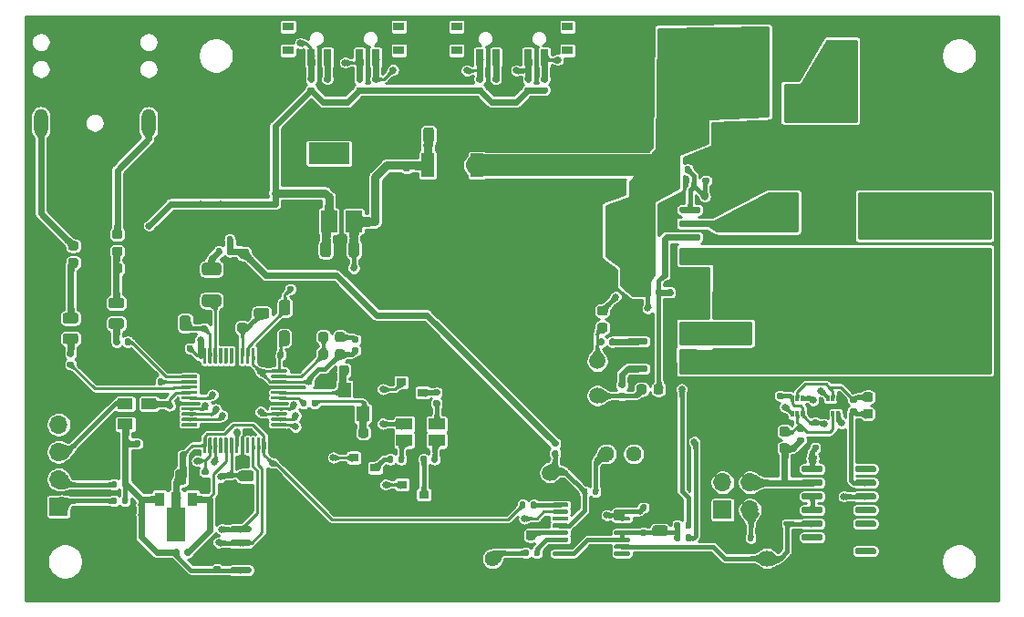
<source format=gbr>
%TF.GenerationSoftware,KiCad,Pcbnew,5.1.10*%
%TF.CreationDate,2021-07-04T17:59:21+02:00*%
%TF.ProjectId,SoundLazer,536f756e-644c-4617-9a65-722e6b696361,rev?*%
%TF.SameCoordinates,Original*%
%TF.FileFunction,Copper,L1,Top*%
%TF.FilePolarity,Positive*%
%FSLAX46Y46*%
G04 Gerber Fmt 4.6, Leading zero omitted, Abs format (unit mm)*
G04 Created by KiCad (PCBNEW 5.1.10) date 2021-07-04 17:59:21*
%MOMM*%
%LPD*%
G01*
G04 APERTURE LIST*
%TA.AperFunction,ComponentPad*%
%ADD10O,1.308000X2.616000*%
%TD*%
%TA.AperFunction,ComponentPad*%
%ADD11O,2.616000X1.308000*%
%TD*%
%TA.AperFunction,SMDPad,CuDef*%
%ADD12R,1.000000X0.800000*%
%TD*%
%TA.AperFunction,SMDPad,CuDef*%
%ADD13R,0.700000X1.500000*%
%TD*%
%TA.AperFunction,SMDPad,CuDef*%
%ADD14R,0.900000X0.800000*%
%TD*%
%TA.AperFunction,SMDPad,CuDef*%
%ADD15R,1.500000X1.100000*%
%TD*%
%TA.AperFunction,ComponentPad*%
%ADD16R,1.700000X1.700000*%
%TD*%
%TA.AperFunction,ComponentPad*%
%ADD17O,1.700000X1.700000*%
%TD*%
%TA.AperFunction,SMDPad,CuDef*%
%ADD18R,0.300000X0.600000*%
%TD*%
%TA.AperFunction,SMDPad,CuDef*%
%ADD19R,1.200000X1.400000*%
%TD*%
%TA.AperFunction,SMDPad,CuDef*%
%ADD20R,1.400000X1.200000*%
%TD*%
%TA.AperFunction,SMDPad,CuDef*%
%ADD21R,1.400000X1.000000*%
%TD*%
%TA.AperFunction,SMDPad,CuDef*%
%ADD22R,3.800000X2.000000*%
%TD*%
%TA.AperFunction,SMDPad,CuDef*%
%ADD23R,1.500000X2.000000*%
%TD*%
%TA.AperFunction,SMDPad,CuDef*%
%ADD24R,1.200000X2.200000*%
%TD*%
%TA.AperFunction,SMDPad,CuDef*%
%ADD25R,5.800000X6.400000*%
%TD*%
%TA.AperFunction,ComponentPad*%
%ADD26C,1.500000*%
%TD*%
%TA.AperFunction,SMDPad,CuDef*%
%ADD27R,0.900000X1.300000*%
%TD*%
%TA.AperFunction,SMDPad,CuDef*%
%ADD28C,0.100000*%
%TD*%
%TA.AperFunction,SMDPad,CuDef*%
%ADD29R,2.700000X3.600000*%
%TD*%
%TA.AperFunction,ComponentPad*%
%ADD30O,3.600000X1.800000*%
%TD*%
%TA.AperFunction,ComponentPad*%
%ADD31O,1.800000X3.600000*%
%TD*%
%TA.AperFunction,ComponentPad*%
%ADD32C,1.440000*%
%TD*%
%TA.AperFunction,SMDPad,CuDef*%
%ADD33R,2.500000X2.300000*%
%TD*%
%TA.AperFunction,SMDPad,CuDef*%
%ADD34R,0.600000X0.450000*%
%TD*%
%TA.AperFunction,ViaPad*%
%ADD35C,0.650000*%
%TD*%
%TA.AperFunction,ViaPad*%
%ADD36C,0.800000*%
%TD*%
%TA.AperFunction,Conductor*%
%ADD37C,0.250000*%
%TD*%
%TA.AperFunction,Conductor*%
%ADD38C,0.600000*%
%TD*%
%TA.AperFunction,Conductor*%
%ADD39C,0.400000*%
%TD*%
%TA.AperFunction,Conductor*%
%ADD40C,0.800000*%
%TD*%
%TA.AperFunction,Conductor*%
%ADD41C,2.000000*%
%TD*%
%TA.AperFunction,Conductor*%
%ADD42C,0.254000*%
%TD*%
%TA.AperFunction,Conductor*%
%ADD43C,0.100000*%
%TD*%
%TA.AperFunction,Conductor*%
%ADD44C,0.025400*%
%TD*%
G04 APERTURE END LIST*
D10*
%TO.P,J1,3*%
%TO.N,Net-(FB1-Pad2)*%
X118750000Y-105250000D03*
%TO.P,J1,2*%
%TO.N,Net-(FB2-Pad2)*%
X108750000Y-105250000D03*
D11*
%TO.P,J1,1*%
%TO.N,GND*%
X113750000Y-100250000D03*
%TD*%
%TO.P,C26,1*%
%TO.N,Net-(C26-Pad1)*%
%TA.AperFunction,SMDPad,CuDef*%
G36*
G01*
X123949999Y-118250000D02*
X125250001Y-118250000D01*
G75*
G02*
X125500000Y-118499999I0J-249999D01*
G01*
X125500000Y-119150001D01*
G75*
G02*
X125250001Y-119400000I-249999J0D01*
G01*
X123949999Y-119400000D01*
G75*
G02*
X123700000Y-119150001I0J249999D01*
G01*
X123700000Y-118499999D01*
G75*
G02*
X123949999Y-118250000I249999J0D01*
G01*
G37*
%TD.AperFunction*%
%TO.P,C26,2*%
%TO.N,Net-(C26-Pad2)*%
%TA.AperFunction,SMDPad,CuDef*%
G36*
G01*
X123949999Y-121200000D02*
X125250001Y-121200000D01*
G75*
G02*
X125500000Y-121449999I0J-249999D01*
G01*
X125500000Y-122100001D01*
G75*
G02*
X125250001Y-122350000I-249999J0D01*
G01*
X123949999Y-122350000D01*
G75*
G02*
X123700000Y-122100001I0J249999D01*
G01*
X123700000Y-121449999D01*
G75*
G02*
X123949999Y-121200000I249999J0D01*
G01*
G37*
%TD.AperFunction*%
%TD*%
D12*
%TO.P,SW2,*%
%TO.N,*%
X142000000Y-98530000D03*
X131700000Y-98530000D03*
X131700000Y-96320000D03*
X142000000Y-96320000D03*
D13*
%TO.P,SW2,4*%
%TO.N,Net-(R39-Pad1)*%
X133850000Y-99180000D03*
%TO.P,SW2,3*%
%TO.N,Net-(R40-Pad2)*%
X135350000Y-99180000D03*
%TO.P,SW2,2*%
%TO.N,Net-(R38-Pad1)*%
X138350000Y-99180000D03*
%TO.P,SW2,1*%
%TO.N,Net-(R37-Pad2)*%
X139850000Y-99180000D03*
%TD*%
%TO.P,R40,2*%
%TO.N,Net-(R40-Pad2)*%
%TA.AperFunction,SMDPad,CuDef*%
G36*
G01*
X135535000Y-101460000D02*
X135165000Y-101460000D01*
G75*
G02*
X135030000Y-101325000I0J135000D01*
G01*
X135030000Y-101055000D01*
G75*
G02*
X135165000Y-100920000I135000J0D01*
G01*
X135535000Y-100920000D01*
G75*
G02*
X135670000Y-101055000I0J-135000D01*
G01*
X135670000Y-101325000D01*
G75*
G02*
X135535000Y-101460000I-135000J0D01*
G01*
G37*
%TD.AperFunction*%
%TO.P,R40,1*%
%TO.N,GND*%
%TA.AperFunction,SMDPad,CuDef*%
G36*
G01*
X135535000Y-102480000D02*
X135165000Y-102480000D01*
G75*
G02*
X135030000Y-102345000I0J135000D01*
G01*
X135030000Y-102075000D01*
G75*
G02*
X135165000Y-101940000I135000J0D01*
G01*
X135535000Y-101940000D01*
G75*
G02*
X135670000Y-102075000I0J-135000D01*
G01*
X135670000Y-102345000D01*
G75*
G02*
X135535000Y-102480000I-135000J0D01*
G01*
G37*
%TD.AperFunction*%
%TD*%
%TO.P,R39,2*%
%TO.N,+3V3*%
%TA.AperFunction,SMDPad,CuDef*%
G36*
G01*
X133665000Y-101940000D02*
X134035000Y-101940000D01*
G75*
G02*
X134170000Y-102075000I0J-135000D01*
G01*
X134170000Y-102345000D01*
G75*
G02*
X134035000Y-102480000I-135000J0D01*
G01*
X133665000Y-102480000D01*
G75*
G02*
X133530000Y-102345000I0J135000D01*
G01*
X133530000Y-102075000D01*
G75*
G02*
X133665000Y-101940000I135000J0D01*
G01*
G37*
%TD.AperFunction*%
%TO.P,R39,1*%
%TO.N,Net-(R39-Pad1)*%
%TA.AperFunction,SMDPad,CuDef*%
G36*
G01*
X133665000Y-100920000D02*
X134035000Y-100920000D01*
G75*
G02*
X134170000Y-101055000I0J-135000D01*
G01*
X134170000Y-101325000D01*
G75*
G02*
X134035000Y-101460000I-135000J0D01*
G01*
X133665000Y-101460000D01*
G75*
G02*
X133530000Y-101325000I0J135000D01*
G01*
X133530000Y-101055000D01*
G75*
G02*
X133665000Y-100920000I135000J0D01*
G01*
G37*
%TD.AperFunction*%
%TD*%
%TO.P,R38,2*%
%TO.N,+3V3*%
%TA.AperFunction,SMDPad,CuDef*%
G36*
G01*
X138165000Y-101940000D02*
X138535000Y-101940000D01*
G75*
G02*
X138670000Y-102075000I0J-135000D01*
G01*
X138670000Y-102345000D01*
G75*
G02*
X138535000Y-102480000I-135000J0D01*
G01*
X138165000Y-102480000D01*
G75*
G02*
X138030000Y-102345000I0J135000D01*
G01*
X138030000Y-102075000D01*
G75*
G02*
X138165000Y-101940000I135000J0D01*
G01*
G37*
%TD.AperFunction*%
%TO.P,R38,1*%
%TO.N,Net-(R38-Pad1)*%
%TA.AperFunction,SMDPad,CuDef*%
G36*
G01*
X138165000Y-100920000D02*
X138535000Y-100920000D01*
G75*
G02*
X138670000Y-101055000I0J-135000D01*
G01*
X138670000Y-101325000D01*
G75*
G02*
X138535000Y-101460000I-135000J0D01*
G01*
X138165000Y-101460000D01*
G75*
G02*
X138030000Y-101325000I0J135000D01*
G01*
X138030000Y-101055000D01*
G75*
G02*
X138165000Y-100920000I135000J0D01*
G01*
G37*
%TD.AperFunction*%
%TD*%
%TO.P,R37,2*%
%TO.N,Net-(R37-Pad2)*%
%TA.AperFunction,SMDPad,CuDef*%
G36*
G01*
X140035000Y-101460000D02*
X139665000Y-101460000D01*
G75*
G02*
X139530000Y-101325000I0J135000D01*
G01*
X139530000Y-101055000D01*
G75*
G02*
X139665000Y-100920000I135000J0D01*
G01*
X140035000Y-100920000D01*
G75*
G02*
X140170000Y-101055000I0J-135000D01*
G01*
X140170000Y-101325000D01*
G75*
G02*
X140035000Y-101460000I-135000J0D01*
G01*
G37*
%TD.AperFunction*%
%TO.P,R37,1*%
%TO.N,+3V3*%
%TA.AperFunction,SMDPad,CuDef*%
G36*
G01*
X140035000Y-102480000D02*
X139665000Y-102480000D01*
G75*
G02*
X139530000Y-102345000I0J135000D01*
G01*
X139530000Y-102075000D01*
G75*
G02*
X139665000Y-101940000I135000J0D01*
G01*
X140035000Y-101940000D01*
G75*
G02*
X140170000Y-102075000I0J-135000D01*
G01*
X140170000Y-102345000D01*
G75*
G02*
X140035000Y-102480000I-135000J0D01*
G01*
G37*
%TD.AperFunction*%
%TD*%
%TO.P,R36,2*%
%TO.N,Net-(D4-Pad4)*%
%TA.AperFunction,SMDPad,CuDef*%
G36*
G01*
X141940000Y-136685000D02*
X141940000Y-136315000D01*
G75*
G02*
X142075000Y-136180000I135000J0D01*
G01*
X142345000Y-136180000D01*
G75*
G02*
X142480000Y-136315000I0J-135000D01*
G01*
X142480000Y-136685000D01*
G75*
G02*
X142345000Y-136820000I-135000J0D01*
G01*
X142075000Y-136820000D01*
G75*
G02*
X141940000Y-136685000I0J135000D01*
G01*
G37*
%TD.AperFunction*%
%TO.P,R36,1*%
%TO.N,Net-(Q8-Pad3)*%
%TA.AperFunction,SMDPad,CuDef*%
G36*
G01*
X140920000Y-136685000D02*
X140920000Y-136315000D01*
G75*
G02*
X141055000Y-136180000I135000J0D01*
G01*
X141325000Y-136180000D01*
G75*
G02*
X141460000Y-136315000I0J-135000D01*
G01*
X141460000Y-136685000D01*
G75*
G02*
X141325000Y-136820000I-135000J0D01*
G01*
X141055000Y-136820000D01*
G75*
G02*
X140920000Y-136685000I0J135000D01*
G01*
G37*
%TD.AperFunction*%
%TD*%
%TO.P,R35,2*%
%TO.N,Net-(D4-Pad3)*%
%TA.AperFunction,SMDPad,CuDef*%
G36*
G01*
X145040000Y-136685000D02*
X145040000Y-136315000D01*
G75*
G02*
X145175000Y-136180000I135000J0D01*
G01*
X145445000Y-136180000D01*
G75*
G02*
X145580000Y-136315000I0J-135000D01*
G01*
X145580000Y-136685000D01*
G75*
G02*
X145445000Y-136820000I-135000J0D01*
G01*
X145175000Y-136820000D01*
G75*
G02*
X145040000Y-136685000I0J135000D01*
G01*
G37*
%TD.AperFunction*%
%TO.P,R35,1*%
%TO.N,Net-(Q7-Pad3)*%
%TA.AperFunction,SMDPad,CuDef*%
G36*
G01*
X144020000Y-136685000D02*
X144020000Y-136315000D01*
G75*
G02*
X144155000Y-136180000I135000J0D01*
G01*
X144425000Y-136180000D01*
G75*
G02*
X144560000Y-136315000I0J-135000D01*
G01*
X144560000Y-136685000D01*
G75*
G02*
X144425000Y-136820000I-135000J0D01*
G01*
X144155000Y-136820000D01*
G75*
G02*
X144020000Y-136685000I0J135000D01*
G01*
G37*
%TD.AperFunction*%
%TD*%
%TO.P,R34,2*%
%TO.N,Net-(D4-Pad2)*%
%TA.AperFunction,SMDPad,CuDef*%
G36*
G01*
X145315000Y-131040000D02*
X145685000Y-131040000D01*
G75*
G02*
X145820000Y-131175000I0J-135000D01*
G01*
X145820000Y-131445000D01*
G75*
G02*
X145685000Y-131580000I-135000J0D01*
G01*
X145315000Y-131580000D01*
G75*
G02*
X145180000Y-131445000I0J135000D01*
G01*
X145180000Y-131175000D01*
G75*
G02*
X145315000Y-131040000I135000J0D01*
G01*
G37*
%TD.AperFunction*%
%TO.P,R34,1*%
%TO.N,Net-(Q6-Pad3)*%
%TA.AperFunction,SMDPad,CuDef*%
G36*
G01*
X145315000Y-130020000D02*
X145685000Y-130020000D01*
G75*
G02*
X145820000Y-130155000I0J-135000D01*
G01*
X145820000Y-130425000D01*
G75*
G02*
X145685000Y-130560000I-135000J0D01*
G01*
X145315000Y-130560000D01*
G75*
G02*
X145180000Y-130425000I0J135000D01*
G01*
X145180000Y-130155000D01*
G75*
G02*
X145315000Y-130020000I135000J0D01*
G01*
G37*
%TD.AperFunction*%
%TD*%
D14*
%TO.P,Q8,3*%
%TO.N,Net-(Q8-Pad3)*%
X139800000Y-137300000D03*
%TO.P,Q8,2*%
%TO.N,GND*%
X137800000Y-138250000D03*
%TO.P,Q8,1*%
%TO.N,Net-(Q8-Pad1)*%
X137800000Y-136350000D03*
%TD*%
%TO.P,Q7,3*%
%TO.N,Net-(Q7-Pad3)*%
X144300000Y-139800000D03*
%TO.P,Q7,2*%
%TO.N,GND*%
X142300000Y-140750000D03*
%TO.P,Q7,1*%
%TO.N,Net-(Q7-Pad1)*%
X142300000Y-138850000D03*
%TD*%
%TO.P,Q6,3*%
%TO.N,Net-(Q6-Pad3)*%
X144200000Y-130300000D03*
%TO.P,Q6,2*%
%TO.N,GND*%
X142200000Y-131250000D03*
%TO.P,Q6,1*%
%TO.N,Net-(Q6-Pad1)*%
X142200000Y-129350000D03*
%TD*%
D15*
%TO.P,D4,4*%
%TO.N,Net-(D4-Pad4)*%
X142500000Y-134750000D03*
%TO.P,D4,3*%
%TO.N,Net-(D4-Pad3)*%
X145500000Y-134750000D03*
%TO.P,D4,2*%
%TO.N,Net-(D4-Pad2)*%
X145500000Y-133250000D03*
%TO.P,D4,1*%
%TO.N,+6V*%
X142500000Y-133250000D03*
%TD*%
%TO.P,U1,1*%
%TO.N,GND*%
%TA.AperFunction,SMDPad,CuDef*%
G36*
G01*
X133250000Y-146655000D02*
X133250000Y-146955000D01*
G75*
G02*
X133100000Y-147105000I-150000J0D01*
G01*
X131450000Y-147105000D01*
G75*
G02*
X131300000Y-146955000I0J150000D01*
G01*
X131300000Y-146655000D01*
G75*
G02*
X131450000Y-146505000I150000J0D01*
G01*
X133100000Y-146505000D01*
G75*
G02*
X133250000Y-146655000I0J-150000D01*
G01*
G37*
%TD.AperFunction*%
%TO.P,U1,2*%
%TA.AperFunction,SMDPad,CuDef*%
G36*
G01*
X133250000Y-145385000D02*
X133250000Y-145685000D01*
G75*
G02*
X133100000Y-145835000I-150000J0D01*
G01*
X131450000Y-145835000D01*
G75*
G02*
X131300000Y-145685000I0J150000D01*
G01*
X131300000Y-145385000D01*
G75*
G02*
X131450000Y-145235000I150000J0D01*
G01*
X133100000Y-145235000D01*
G75*
G02*
X133250000Y-145385000I0J-150000D01*
G01*
G37*
%TD.AperFunction*%
%TO.P,U1,3*%
%TA.AperFunction,SMDPad,CuDef*%
G36*
G01*
X133250000Y-144115000D02*
X133250000Y-144415000D01*
G75*
G02*
X133100000Y-144565000I-150000J0D01*
G01*
X131450000Y-144565000D01*
G75*
G02*
X131300000Y-144415000I0J150000D01*
G01*
X131300000Y-144115000D01*
G75*
G02*
X131450000Y-143965000I150000J0D01*
G01*
X133100000Y-143965000D01*
G75*
G02*
X133250000Y-144115000I0J-150000D01*
G01*
G37*
%TD.AperFunction*%
%TO.P,U1,4*%
%TA.AperFunction,SMDPad,CuDef*%
G36*
G01*
X133250000Y-142845000D02*
X133250000Y-143145000D01*
G75*
G02*
X133100000Y-143295000I-150000J0D01*
G01*
X131450000Y-143295000D01*
G75*
G02*
X131300000Y-143145000I0J150000D01*
G01*
X131300000Y-142845000D01*
G75*
G02*
X131450000Y-142695000I150000J0D01*
G01*
X133100000Y-142695000D01*
G75*
G02*
X133250000Y-142845000I0J-150000D01*
G01*
G37*
%TD.AperFunction*%
%TO.P,U1,5*%
%TO.N,Net-(J2-Pad2)*%
%TA.AperFunction,SMDPad,CuDef*%
G36*
G01*
X128300000Y-142845000D02*
X128300000Y-143145000D01*
G75*
G02*
X128150000Y-143295000I-150000J0D01*
G01*
X126500000Y-143295000D01*
G75*
G02*
X126350000Y-143145000I0J150000D01*
G01*
X126350000Y-142845000D01*
G75*
G02*
X126500000Y-142695000I150000J0D01*
G01*
X128150000Y-142695000D01*
G75*
G02*
X128300000Y-142845000I0J-150000D01*
G01*
G37*
%TD.AperFunction*%
%TO.P,U1,6*%
%TO.N,Net-(J2-Pad1)*%
%TA.AperFunction,SMDPad,CuDef*%
G36*
G01*
X128300000Y-144115000D02*
X128300000Y-144415000D01*
G75*
G02*
X128150000Y-144565000I-150000J0D01*
G01*
X126500000Y-144565000D01*
G75*
G02*
X126350000Y-144415000I0J150000D01*
G01*
X126350000Y-144115000D01*
G75*
G02*
X126500000Y-143965000I150000J0D01*
G01*
X128150000Y-143965000D01*
G75*
G02*
X128300000Y-144115000I0J-150000D01*
G01*
G37*
%TD.AperFunction*%
%TO.P,U1,7*%
%TO.N,GND*%
%TA.AperFunction,SMDPad,CuDef*%
G36*
G01*
X128300000Y-145385000D02*
X128300000Y-145685000D01*
G75*
G02*
X128150000Y-145835000I-150000J0D01*
G01*
X126500000Y-145835000D01*
G75*
G02*
X126350000Y-145685000I0J150000D01*
G01*
X126350000Y-145385000D01*
G75*
G02*
X126500000Y-145235000I150000J0D01*
G01*
X128150000Y-145235000D01*
G75*
G02*
X128300000Y-145385000I0J-150000D01*
G01*
G37*
%TD.AperFunction*%
%TO.P,U1,8*%
%TO.N,+3V3*%
%TA.AperFunction,SMDPad,CuDef*%
G36*
G01*
X128300000Y-146655000D02*
X128300000Y-146955000D01*
G75*
G02*
X128150000Y-147105000I-150000J0D01*
G01*
X126500000Y-147105000D01*
G75*
G02*
X126350000Y-146955000I0J150000D01*
G01*
X126350000Y-146655000D01*
G75*
G02*
X126500000Y-146505000I150000J0D01*
G01*
X128150000Y-146505000D01*
G75*
G02*
X128300000Y-146655000I0J-150000D01*
G01*
G37*
%TD.AperFunction*%
%TD*%
D16*
%TO.P,J2,1*%
%TO.N,Net-(J2-Pad1)*%
X110400000Y-140900000D03*
D17*
%TO.P,J2,2*%
%TO.N,Net-(J2-Pad2)*%
X110400000Y-138360000D03*
%TO.P,J2,3*%
%TO.N,/~MAN_RES*%
X110400000Y-135820000D03*
%TO.P,J2,4*%
%TO.N,Net-(J2-Pad4)*%
X110400000Y-133280000D03*
%TO.P,J2,5*%
%TO.N,GND*%
X110400000Y-130740000D03*
%TD*%
%TO.P,Q4,8*%
%TO.N,+12V*%
%TA.AperFunction,SMDPad,CuDef*%
G36*
G01*
X165050000Y-117005000D02*
X165050000Y-117305000D01*
G75*
G02*
X164900000Y-117455000I-150000J0D01*
G01*
X163250000Y-117455000D01*
G75*
G02*
X163100000Y-117305000I0J150000D01*
G01*
X163100000Y-117005000D01*
G75*
G02*
X163250000Y-116855000I150000J0D01*
G01*
X164900000Y-116855000D01*
G75*
G02*
X165050000Y-117005000I0J-150000D01*
G01*
G37*
%TD.AperFunction*%
%TO.P,Q4,7*%
%TA.AperFunction,SMDPad,CuDef*%
G36*
G01*
X165050000Y-115735000D02*
X165050000Y-116035000D01*
G75*
G02*
X164900000Y-116185000I-150000J0D01*
G01*
X163250000Y-116185000D01*
G75*
G02*
X163100000Y-116035000I0J150000D01*
G01*
X163100000Y-115735000D01*
G75*
G02*
X163250000Y-115585000I150000J0D01*
G01*
X164900000Y-115585000D01*
G75*
G02*
X165050000Y-115735000I0J-150000D01*
G01*
G37*
%TD.AperFunction*%
%TO.P,Q4,6*%
%TA.AperFunction,SMDPad,CuDef*%
G36*
G01*
X165050000Y-114465000D02*
X165050000Y-114765000D01*
G75*
G02*
X164900000Y-114915000I-150000J0D01*
G01*
X163250000Y-114915000D01*
G75*
G02*
X163100000Y-114765000I0J150000D01*
G01*
X163100000Y-114465000D01*
G75*
G02*
X163250000Y-114315000I150000J0D01*
G01*
X164900000Y-114315000D01*
G75*
G02*
X165050000Y-114465000I0J-150000D01*
G01*
G37*
%TD.AperFunction*%
%TO.P,Q4,5*%
%TA.AperFunction,SMDPad,CuDef*%
G36*
G01*
X165050000Y-113195000D02*
X165050000Y-113495000D01*
G75*
G02*
X164900000Y-113645000I-150000J0D01*
G01*
X163250000Y-113645000D01*
G75*
G02*
X163100000Y-113495000I0J150000D01*
G01*
X163100000Y-113195000D01*
G75*
G02*
X163250000Y-113045000I150000J0D01*
G01*
X164900000Y-113045000D01*
G75*
G02*
X165050000Y-113195000I0J-150000D01*
G01*
G37*
%TD.AperFunction*%
%TO.P,Q4,4*%
%TO.N,Net-(C37-Pad1)*%
%TA.AperFunction,SMDPad,CuDef*%
G36*
G01*
X170000000Y-113195000D02*
X170000000Y-113495000D01*
G75*
G02*
X169850000Y-113645000I-150000J0D01*
G01*
X168200000Y-113645000D01*
G75*
G02*
X168050000Y-113495000I0J150000D01*
G01*
X168050000Y-113195000D01*
G75*
G02*
X168200000Y-113045000I150000J0D01*
G01*
X169850000Y-113045000D01*
G75*
G02*
X170000000Y-113195000I0J-150000D01*
G01*
G37*
%TD.AperFunction*%
%TO.P,Q4,3*%
%TO.N,Net-(L1-Pad1)*%
%TA.AperFunction,SMDPad,CuDef*%
G36*
G01*
X170000000Y-114465000D02*
X170000000Y-114765000D01*
G75*
G02*
X169850000Y-114915000I-150000J0D01*
G01*
X168200000Y-114915000D01*
G75*
G02*
X168050000Y-114765000I0J150000D01*
G01*
X168050000Y-114465000D01*
G75*
G02*
X168200000Y-114315000I150000J0D01*
G01*
X169850000Y-114315000D01*
G75*
G02*
X170000000Y-114465000I0J-150000D01*
G01*
G37*
%TD.AperFunction*%
%TO.P,Q4,2*%
%TO.N,Net-(C38-Pad1)*%
%TA.AperFunction,SMDPad,CuDef*%
G36*
G01*
X170000000Y-115735000D02*
X170000000Y-116035000D01*
G75*
G02*
X169850000Y-116185000I-150000J0D01*
G01*
X168200000Y-116185000D01*
G75*
G02*
X168050000Y-116035000I0J150000D01*
G01*
X168050000Y-115735000D01*
G75*
G02*
X168200000Y-115585000I150000J0D01*
G01*
X169850000Y-115585000D01*
G75*
G02*
X170000000Y-115735000I0J-150000D01*
G01*
G37*
%TD.AperFunction*%
%TO.P,Q4,1*%
%TO.N,Net-(J5-Pad2)*%
%TA.AperFunction,SMDPad,CuDef*%
G36*
G01*
X170000000Y-117005000D02*
X170000000Y-117305000D01*
G75*
G02*
X169850000Y-117455000I-150000J0D01*
G01*
X168200000Y-117455000D01*
G75*
G02*
X168050000Y-117305000I0J150000D01*
G01*
X168050000Y-117005000D01*
G75*
G02*
X168200000Y-116855000I150000J0D01*
G01*
X169850000Y-116855000D01*
G75*
G02*
X170000000Y-117005000I0J-150000D01*
G01*
G37*
%TD.AperFunction*%
%TD*%
%TO.P,C51,2*%
%TO.N,+3V3*%
%TA.AperFunction,SMDPad,CuDef*%
G36*
G01*
X130670000Y-113050000D02*
X130330000Y-113050000D01*
G75*
G02*
X130190000Y-112910000I0J140000D01*
G01*
X130190000Y-112630000D01*
G75*
G02*
X130330000Y-112490000I140000J0D01*
G01*
X130670000Y-112490000D01*
G75*
G02*
X130810000Y-112630000I0J-140000D01*
G01*
X130810000Y-112910000D01*
G75*
G02*
X130670000Y-113050000I-140000J0D01*
G01*
G37*
%TD.AperFunction*%
%TO.P,C51,1*%
%TO.N,GND*%
%TA.AperFunction,SMDPad,CuDef*%
G36*
G01*
X130670000Y-114010000D02*
X130330000Y-114010000D01*
G75*
G02*
X130190000Y-113870000I0J140000D01*
G01*
X130190000Y-113590000D01*
G75*
G02*
X130330000Y-113450000I140000J0D01*
G01*
X130670000Y-113450000D01*
G75*
G02*
X130810000Y-113590000I0J-140000D01*
G01*
X130810000Y-113870000D01*
G75*
G02*
X130670000Y-114010000I-140000J0D01*
G01*
G37*
%TD.AperFunction*%
%TD*%
%TO.P,C50,2*%
%TO.N,+6V*%
%TA.AperFunction,SMDPad,CuDef*%
G36*
G01*
X142870000Y-109800000D02*
X142530000Y-109800000D01*
G75*
G02*
X142390000Y-109660000I0J140000D01*
G01*
X142390000Y-109380000D01*
G75*
G02*
X142530000Y-109240000I140000J0D01*
G01*
X142870000Y-109240000D01*
G75*
G02*
X143010000Y-109380000I0J-140000D01*
G01*
X143010000Y-109660000D01*
G75*
G02*
X142870000Y-109800000I-140000J0D01*
G01*
G37*
%TD.AperFunction*%
%TO.P,C50,1*%
%TO.N,GND*%
%TA.AperFunction,SMDPad,CuDef*%
G36*
G01*
X142870000Y-110760000D02*
X142530000Y-110760000D01*
G75*
G02*
X142390000Y-110620000I0J140000D01*
G01*
X142390000Y-110340000D01*
G75*
G02*
X142530000Y-110200000I140000J0D01*
G01*
X142870000Y-110200000D01*
G75*
G02*
X143010000Y-110340000I0J-140000D01*
G01*
X143010000Y-110620000D01*
G75*
G02*
X142870000Y-110760000I-140000J0D01*
G01*
G37*
%TD.AperFunction*%
%TD*%
%TO.P,C49,2*%
%TO.N,GND*%
%TA.AperFunction,SMDPad,CuDef*%
G36*
G01*
X118380000Y-135220000D02*
X118380000Y-134880000D01*
G75*
G02*
X118520000Y-134740000I140000J0D01*
G01*
X118800000Y-134740000D01*
G75*
G02*
X118940000Y-134880000I0J-140000D01*
G01*
X118940000Y-135220000D01*
G75*
G02*
X118800000Y-135360000I-140000J0D01*
G01*
X118520000Y-135360000D01*
G75*
G02*
X118380000Y-135220000I0J140000D01*
G01*
G37*
%TD.AperFunction*%
%TO.P,C49,1*%
%TO.N,+3V3*%
%TA.AperFunction,SMDPad,CuDef*%
G36*
G01*
X117420000Y-135220000D02*
X117420000Y-134880000D01*
G75*
G02*
X117560000Y-134740000I140000J0D01*
G01*
X117840000Y-134740000D01*
G75*
G02*
X117980000Y-134880000I0J-140000D01*
G01*
X117980000Y-135220000D01*
G75*
G02*
X117840000Y-135360000I-140000J0D01*
G01*
X117560000Y-135360000D01*
G75*
G02*
X117420000Y-135220000I0J140000D01*
G01*
G37*
%TD.AperFunction*%
%TD*%
%TO.P,C48,2*%
%TO.N,+6V*%
%TA.AperFunction,SMDPad,CuDef*%
G36*
G01*
X139970000Y-114700000D02*
X139630000Y-114700000D01*
G75*
G02*
X139490000Y-114560000I0J140000D01*
G01*
X139490000Y-114280000D01*
G75*
G02*
X139630000Y-114140000I140000J0D01*
G01*
X139970000Y-114140000D01*
G75*
G02*
X140110000Y-114280000I0J-140000D01*
G01*
X140110000Y-114560000D01*
G75*
G02*
X139970000Y-114700000I-140000J0D01*
G01*
G37*
%TD.AperFunction*%
%TO.P,C48,1*%
%TO.N,GND*%
%TA.AperFunction,SMDPad,CuDef*%
G36*
G01*
X139970000Y-115660000D02*
X139630000Y-115660000D01*
G75*
G02*
X139490000Y-115520000I0J140000D01*
G01*
X139490000Y-115240000D01*
G75*
G02*
X139630000Y-115100000I140000J0D01*
G01*
X139970000Y-115100000D01*
G75*
G02*
X140110000Y-115240000I0J-140000D01*
G01*
X140110000Y-115520000D01*
G75*
G02*
X139970000Y-115660000I-140000J0D01*
G01*
G37*
%TD.AperFunction*%
%TD*%
%TO.P,C46,2*%
%TO.N,+12V*%
%TA.AperFunction,SMDPad,CuDef*%
G36*
G01*
X162500000Y-119370000D02*
X162500000Y-119030000D01*
G75*
G02*
X162640000Y-118890000I140000J0D01*
G01*
X162920000Y-118890000D01*
G75*
G02*
X163060000Y-119030000I0J-140000D01*
G01*
X163060000Y-119370000D01*
G75*
G02*
X162920000Y-119510000I-140000J0D01*
G01*
X162640000Y-119510000D01*
G75*
G02*
X162500000Y-119370000I0J140000D01*
G01*
G37*
%TD.AperFunction*%
%TO.P,C46,1*%
%TO.N,GND*%
%TA.AperFunction,SMDPad,CuDef*%
G36*
G01*
X161540000Y-119370000D02*
X161540000Y-119030000D01*
G75*
G02*
X161680000Y-118890000I140000J0D01*
G01*
X161960000Y-118890000D01*
G75*
G02*
X162100000Y-119030000I0J-140000D01*
G01*
X162100000Y-119370000D01*
G75*
G02*
X161960000Y-119510000I-140000J0D01*
G01*
X161680000Y-119510000D01*
G75*
G02*
X161540000Y-119370000I0J140000D01*
G01*
G37*
%TD.AperFunction*%
%TD*%
%TO.P,C45,2*%
%TO.N,+12V*%
%TA.AperFunction,SMDPad,CuDef*%
G36*
G01*
X163500000Y-111570000D02*
X163500000Y-111230000D01*
G75*
G02*
X163640000Y-111090000I140000J0D01*
G01*
X163920000Y-111090000D01*
G75*
G02*
X164060000Y-111230000I0J-140000D01*
G01*
X164060000Y-111570000D01*
G75*
G02*
X163920000Y-111710000I-140000J0D01*
G01*
X163640000Y-111710000D01*
G75*
G02*
X163500000Y-111570000I0J140000D01*
G01*
G37*
%TD.AperFunction*%
%TO.P,C45,1*%
%TO.N,GND*%
%TA.AperFunction,SMDPad,CuDef*%
G36*
G01*
X162540000Y-111570000D02*
X162540000Y-111230000D01*
G75*
G02*
X162680000Y-111090000I140000J0D01*
G01*
X162960000Y-111090000D01*
G75*
G02*
X163100000Y-111230000I0J-140000D01*
G01*
X163100000Y-111570000D01*
G75*
G02*
X162960000Y-111710000I-140000J0D01*
G01*
X162680000Y-111710000D01*
G75*
G02*
X162540000Y-111570000I0J140000D01*
G01*
G37*
%TD.AperFunction*%
%TD*%
%TO.P,C41,2*%
%TO.N,+12V*%
%TA.AperFunction,SMDPad,CuDef*%
G36*
G01*
X175820000Y-104800000D02*
X175480000Y-104800000D01*
G75*
G02*
X175340000Y-104660000I0J140000D01*
G01*
X175340000Y-104380000D01*
G75*
G02*
X175480000Y-104240000I140000J0D01*
G01*
X175820000Y-104240000D01*
G75*
G02*
X175960000Y-104380000I0J-140000D01*
G01*
X175960000Y-104660000D01*
G75*
G02*
X175820000Y-104800000I-140000J0D01*
G01*
G37*
%TD.AperFunction*%
%TO.P,C41,1*%
%TO.N,GND*%
%TA.AperFunction,SMDPad,CuDef*%
G36*
G01*
X175820000Y-105760000D02*
X175480000Y-105760000D01*
G75*
G02*
X175340000Y-105620000I0J140000D01*
G01*
X175340000Y-105340000D01*
G75*
G02*
X175480000Y-105200000I140000J0D01*
G01*
X175820000Y-105200000D01*
G75*
G02*
X175960000Y-105340000I0J-140000D01*
G01*
X175960000Y-105620000D01*
G75*
G02*
X175820000Y-105760000I-140000J0D01*
G01*
G37*
%TD.AperFunction*%
%TD*%
%TO.P,C36,2*%
%TO.N,Net-(C35-Pad1)*%
%TA.AperFunction,SMDPad,CuDef*%
G36*
G01*
X156670000Y-135300000D02*
X156330000Y-135300000D01*
G75*
G02*
X156190000Y-135160000I0J140000D01*
G01*
X156190000Y-134880000D01*
G75*
G02*
X156330000Y-134740000I140000J0D01*
G01*
X156670000Y-134740000D01*
G75*
G02*
X156810000Y-134880000I0J-140000D01*
G01*
X156810000Y-135160000D01*
G75*
G02*
X156670000Y-135300000I-140000J0D01*
G01*
G37*
%TD.AperFunction*%
%TO.P,C36,1*%
%TO.N,/DSP_A_OUT*%
%TA.AperFunction,SMDPad,CuDef*%
G36*
G01*
X156670000Y-136260000D02*
X156330000Y-136260000D01*
G75*
G02*
X156190000Y-136120000I0J140000D01*
G01*
X156190000Y-135840000D01*
G75*
G02*
X156330000Y-135700000I140000J0D01*
G01*
X156670000Y-135700000D01*
G75*
G02*
X156810000Y-135840000I0J-140000D01*
G01*
X156810000Y-136120000D01*
G75*
G02*
X156670000Y-136260000I-140000J0D01*
G01*
G37*
%TD.AperFunction*%
%TD*%
%TO.P,C34,2*%
%TO.N,Net-(C31-Pad1)*%
%TA.AperFunction,SMDPad,CuDef*%
G36*
G01*
X132200000Y-120530000D02*
X132200000Y-120870000D01*
G75*
G02*
X132060000Y-121010000I-140000J0D01*
G01*
X131780000Y-121010000D01*
G75*
G02*
X131640000Y-120870000I0J140000D01*
G01*
X131640000Y-120530000D01*
G75*
G02*
X131780000Y-120390000I140000J0D01*
G01*
X132060000Y-120390000D01*
G75*
G02*
X132200000Y-120530000I0J-140000D01*
G01*
G37*
%TD.AperFunction*%
%TO.P,C34,1*%
%TO.N,GND*%
%TA.AperFunction,SMDPad,CuDef*%
G36*
G01*
X133160000Y-120530000D02*
X133160000Y-120870000D01*
G75*
G02*
X133020000Y-121010000I-140000J0D01*
G01*
X132740000Y-121010000D01*
G75*
G02*
X132600000Y-120870000I0J140000D01*
G01*
X132600000Y-120530000D01*
G75*
G02*
X132740000Y-120390000I140000J0D01*
G01*
X133020000Y-120390000D01*
G75*
G02*
X133160000Y-120530000I0J-140000D01*
G01*
G37*
%TD.AperFunction*%
%TD*%
%TO.P,C33,2*%
%TO.N,GND*%
%TA.AperFunction,SMDPad,CuDef*%
G36*
G01*
X176700000Y-130430000D02*
X176700000Y-130770000D01*
G75*
G02*
X176560000Y-130910000I-140000J0D01*
G01*
X176280000Y-130910000D01*
G75*
G02*
X176140000Y-130770000I0J140000D01*
G01*
X176140000Y-130430000D01*
G75*
G02*
X176280000Y-130290000I140000J0D01*
G01*
X176560000Y-130290000D01*
G75*
G02*
X176700000Y-130430000I0J-140000D01*
G01*
G37*
%TD.AperFunction*%
%TO.P,C33,1*%
%TO.N,+6V*%
%TA.AperFunction,SMDPad,CuDef*%
G36*
G01*
X177660000Y-130430000D02*
X177660000Y-130770000D01*
G75*
G02*
X177520000Y-130910000I-140000J0D01*
G01*
X177240000Y-130910000D01*
G75*
G02*
X177100000Y-130770000I0J140000D01*
G01*
X177100000Y-130430000D01*
G75*
G02*
X177240000Y-130290000I140000J0D01*
G01*
X177520000Y-130290000D01*
G75*
G02*
X177660000Y-130430000I0J-140000D01*
G01*
G37*
%TD.AperFunction*%
%TD*%
%TO.P,C32,2*%
%TO.N,GND*%
%TA.AperFunction,SMDPad,CuDef*%
G36*
G01*
X180820000Y-132400000D02*
X180480000Y-132400000D01*
G75*
G02*
X180340000Y-132260000I0J140000D01*
G01*
X180340000Y-131980000D01*
G75*
G02*
X180480000Y-131840000I140000J0D01*
G01*
X180820000Y-131840000D01*
G75*
G02*
X180960000Y-131980000I0J-140000D01*
G01*
X180960000Y-132260000D01*
G75*
G02*
X180820000Y-132400000I-140000J0D01*
G01*
G37*
%TD.AperFunction*%
%TO.P,C32,1*%
%TO.N,+6V*%
%TA.AperFunction,SMDPad,CuDef*%
G36*
G01*
X180820000Y-133360000D02*
X180480000Y-133360000D01*
G75*
G02*
X180340000Y-133220000I0J140000D01*
G01*
X180340000Y-132940000D01*
G75*
G02*
X180480000Y-132800000I140000J0D01*
G01*
X180820000Y-132800000D01*
G75*
G02*
X180960000Y-132940000I0J-140000D01*
G01*
X180960000Y-133220000D01*
G75*
G02*
X180820000Y-133360000I-140000J0D01*
G01*
G37*
%TD.AperFunction*%
%TD*%
%TO.P,C24,2*%
%TO.N,+1V8*%
%TA.AperFunction,SMDPad,CuDef*%
G36*
G01*
X121650000Y-136270000D02*
X121650000Y-135930000D01*
G75*
G02*
X121790000Y-135790000I140000J0D01*
G01*
X122070000Y-135790000D01*
G75*
G02*
X122210000Y-135930000I0J-140000D01*
G01*
X122210000Y-136270000D01*
G75*
G02*
X122070000Y-136410000I-140000J0D01*
G01*
X121790000Y-136410000D01*
G75*
G02*
X121650000Y-136270000I0J140000D01*
G01*
G37*
%TD.AperFunction*%
%TO.P,C24,1*%
%TO.N,GND*%
%TA.AperFunction,SMDPad,CuDef*%
G36*
G01*
X120690000Y-136270000D02*
X120690000Y-135930000D01*
G75*
G02*
X120830000Y-135790000I140000J0D01*
G01*
X121110000Y-135790000D01*
G75*
G02*
X121250000Y-135930000I0J-140000D01*
G01*
X121250000Y-136270000D01*
G75*
G02*
X121110000Y-136410000I-140000J0D01*
G01*
X120830000Y-136410000D01*
G75*
G02*
X120690000Y-136270000I0J140000D01*
G01*
G37*
%TD.AperFunction*%
%TD*%
%TO.P,C23,2*%
%TO.N,GND*%
%TA.AperFunction,SMDPad,CuDef*%
G36*
G01*
X130080000Y-137550000D02*
X130420000Y-137550000D01*
G75*
G02*
X130560000Y-137690000I0J-140000D01*
G01*
X130560000Y-137970000D01*
G75*
G02*
X130420000Y-138110000I-140000J0D01*
G01*
X130080000Y-138110000D01*
G75*
G02*
X129940000Y-137970000I0J140000D01*
G01*
X129940000Y-137690000D01*
G75*
G02*
X130080000Y-137550000I140000J0D01*
G01*
G37*
%TD.AperFunction*%
%TO.P,C23,1*%
%TO.N,+1V8*%
%TA.AperFunction,SMDPad,CuDef*%
G36*
G01*
X130080000Y-136590000D02*
X130420000Y-136590000D01*
G75*
G02*
X130560000Y-136730000I0J-140000D01*
G01*
X130560000Y-137010000D01*
G75*
G02*
X130420000Y-137150000I-140000J0D01*
G01*
X130080000Y-137150000D01*
G75*
G02*
X129940000Y-137010000I0J140000D01*
G01*
X129940000Y-136730000D01*
G75*
G02*
X130080000Y-136590000I140000J0D01*
G01*
G37*
%TD.AperFunction*%
%TD*%
%TO.P,C22,2*%
%TO.N,+3V3*%
%TA.AperFunction,SMDPad,CuDef*%
G36*
G01*
X133950000Y-129130000D02*
X133950000Y-129470000D01*
G75*
G02*
X133810000Y-129610000I-140000J0D01*
G01*
X133530000Y-129610000D01*
G75*
G02*
X133390000Y-129470000I0J140000D01*
G01*
X133390000Y-129130000D01*
G75*
G02*
X133530000Y-128990000I140000J0D01*
G01*
X133810000Y-128990000D01*
G75*
G02*
X133950000Y-129130000I0J-140000D01*
G01*
G37*
%TD.AperFunction*%
%TO.P,C22,1*%
%TO.N,GND*%
%TA.AperFunction,SMDPad,CuDef*%
G36*
G01*
X134910000Y-129130000D02*
X134910000Y-129470000D01*
G75*
G02*
X134770000Y-129610000I-140000J0D01*
G01*
X134490000Y-129610000D01*
G75*
G02*
X134350000Y-129470000I0J140000D01*
G01*
X134350000Y-129130000D01*
G75*
G02*
X134490000Y-128990000I140000J0D01*
G01*
X134770000Y-128990000D01*
G75*
G02*
X134910000Y-129130000I0J-140000D01*
G01*
G37*
%TD.AperFunction*%
%TD*%
%TO.P,C21,2*%
%TO.N,+3V3*%
%TA.AperFunction,SMDPad,CuDef*%
G36*
G01*
X126420000Y-138250000D02*
X126080000Y-138250000D01*
G75*
G02*
X125940000Y-138110000I0J140000D01*
G01*
X125940000Y-137830000D01*
G75*
G02*
X126080000Y-137690000I140000J0D01*
G01*
X126420000Y-137690000D01*
G75*
G02*
X126560000Y-137830000I0J-140000D01*
G01*
X126560000Y-138110000D01*
G75*
G02*
X126420000Y-138250000I-140000J0D01*
G01*
G37*
%TD.AperFunction*%
%TO.P,C21,1*%
%TO.N,GND*%
%TA.AperFunction,SMDPad,CuDef*%
G36*
G01*
X126420000Y-139210000D02*
X126080000Y-139210000D01*
G75*
G02*
X125940000Y-139070000I0J140000D01*
G01*
X125940000Y-138790000D01*
G75*
G02*
X126080000Y-138650000I140000J0D01*
G01*
X126420000Y-138650000D01*
G75*
G02*
X126560000Y-138790000I0J-140000D01*
G01*
X126560000Y-139070000D01*
G75*
G02*
X126420000Y-139210000I-140000J0D01*
G01*
G37*
%TD.AperFunction*%
%TD*%
%TO.P,C20,2*%
%TO.N,+3V3*%
%TA.AperFunction,SMDPad,CuDef*%
G36*
G01*
X122300000Y-126370000D02*
X122300000Y-126030000D01*
G75*
G02*
X122440000Y-125890000I140000J0D01*
G01*
X122720000Y-125890000D01*
G75*
G02*
X122860000Y-126030000I0J-140000D01*
G01*
X122860000Y-126370000D01*
G75*
G02*
X122720000Y-126510000I-140000J0D01*
G01*
X122440000Y-126510000D01*
G75*
G02*
X122300000Y-126370000I0J140000D01*
G01*
G37*
%TD.AperFunction*%
%TO.P,C20,1*%
%TO.N,GND*%
%TA.AperFunction,SMDPad,CuDef*%
G36*
G01*
X121340000Y-126370000D02*
X121340000Y-126030000D01*
G75*
G02*
X121480000Y-125890000I140000J0D01*
G01*
X121760000Y-125890000D01*
G75*
G02*
X121900000Y-126030000I0J-140000D01*
G01*
X121900000Y-126370000D01*
G75*
G02*
X121760000Y-126510000I-140000J0D01*
G01*
X121480000Y-126510000D01*
G75*
G02*
X121340000Y-126370000I0J140000D01*
G01*
G37*
%TD.AperFunction*%
%TD*%
%TO.P,C17,2*%
%TO.N,GND*%
%TA.AperFunction,SMDPad,CuDef*%
G36*
G01*
X181350000Y-135620000D02*
X181350000Y-135280000D01*
G75*
G02*
X181490000Y-135140000I140000J0D01*
G01*
X181770000Y-135140000D01*
G75*
G02*
X181910000Y-135280000I0J-140000D01*
G01*
X181910000Y-135620000D01*
G75*
G02*
X181770000Y-135760000I-140000J0D01*
G01*
X181490000Y-135760000D01*
G75*
G02*
X181350000Y-135620000I0J140000D01*
G01*
G37*
%TD.AperFunction*%
%TO.P,C17,1*%
%TO.N,+6V*%
%TA.AperFunction,SMDPad,CuDef*%
G36*
G01*
X180390000Y-135620000D02*
X180390000Y-135280000D01*
G75*
G02*
X180530000Y-135140000I140000J0D01*
G01*
X180810000Y-135140000D01*
G75*
G02*
X180950000Y-135280000I0J-140000D01*
G01*
X180950000Y-135620000D01*
G75*
G02*
X180810000Y-135760000I-140000J0D01*
G01*
X180530000Y-135760000D01*
G75*
G02*
X180390000Y-135620000I0J140000D01*
G01*
G37*
%TD.AperFunction*%
%TD*%
%TO.P,C16,2*%
%TO.N,+3V3*%
%TA.AperFunction,SMDPad,CuDef*%
G36*
G01*
X131300000Y-126630000D02*
X131300000Y-126970000D01*
G75*
G02*
X131160000Y-127110000I-140000J0D01*
G01*
X130880000Y-127110000D01*
G75*
G02*
X130740000Y-126970000I0J140000D01*
G01*
X130740000Y-126630000D01*
G75*
G02*
X130880000Y-126490000I140000J0D01*
G01*
X131160000Y-126490000D01*
G75*
G02*
X131300000Y-126630000I0J-140000D01*
G01*
G37*
%TD.AperFunction*%
%TO.P,C16,1*%
%TO.N,GND*%
%TA.AperFunction,SMDPad,CuDef*%
G36*
G01*
X132260000Y-126630000D02*
X132260000Y-126970000D01*
G75*
G02*
X132120000Y-127110000I-140000J0D01*
G01*
X131840000Y-127110000D01*
G75*
G02*
X131700000Y-126970000I0J140000D01*
G01*
X131700000Y-126630000D01*
G75*
G02*
X131840000Y-126490000I140000J0D01*
G01*
X132120000Y-126490000D01*
G75*
G02*
X132260000Y-126630000I0J-140000D01*
G01*
G37*
%TD.AperFunction*%
%TD*%
%TO.P,C15,2*%
%TO.N,Net-(C15-Pad2)*%
%TA.AperFunction,SMDPad,CuDef*%
G36*
G01*
X123730000Y-124050000D02*
X124070000Y-124050000D01*
G75*
G02*
X124210000Y-124190000I0J-140000D01*
G01*
X124210000Y-124470000D01*
G75*
G02*
X124070000Y-124610000I-140000J0D01*
G01*
X123730000Y-124610000D01*
G75*
G02*
X123590000Y-124470000I0J140000D01*
G01*
X123590000Y-124190000D01*
G75*
G02*
X123730000Y-124050000I140000J0D01*
G01*
G37*
%TD.AperFunction*%
%TO.P,C15,1*%
%TO.N,GND*%
%TA.AperFunction,SMDPad,CuDef*%
G36*
G01*
X123730000Y-123090000D02*
X124070000Y-123090000D01*
G75*
G02*
X124210000Y-123230000I0J-140000D01*
G01*
X124210000Y-123510000D01*
G75*
G02*
X124070000Y-123650000I-140000J0D01*
G01*
X123730000Y-123650000D01*
G75*
G02*
X123590000Y-123510000I0J140000D01*
G01*
X123590000Y-123230000D01*
G75*
G02*
X123730000Y-123090000I140000J0D01*
G01*
G37*
%TD.AperFunction*%
%TD*%
%TO.P,C14,2*%
%TO.N,Net-(C11-Pad1)*%
%TA.AperFunction,SMDPad,CuDef*%
G36*
G01*
X164530000Y-143050000D02*
X164870000Y-143050000D01*
G75*
G02*
X165010000Y-143190000I0J-140000D01*
G01*
X165010000Y-143470000D01*
G75*
G02*
X164870000Y-143610000I-140000J0D01*
G01*
X164530000Y-143610000D01*
G75*
G02*
X164390000Y-143470000I0J140000D01*
G01*
X164390000Y-143190000D01*
G75*
G02*
X164530000Y-143050000I140000J0D01*
G01*
G37*
%TD.AperFunction*%
%TO.P,C14,1*%
%TO.N,GND*%
%TA.AperFunction,SMDPad,CuDef*%
G36*
G01*
X164530000Y-142090000D02*
X164870000Y-142090000D01*
G75*
G02*
X165010000Y-142230000I0J-140000D01*
G01*
X165010000Y-142510000D01*
G75*
G02*
X164870000Y-142650000I-140000J0D01*
G01*
X164530000Y-142650000D01*
G75*
G02*
X164390000Y-142510000I0J140000D01*
G01*
X164390000Y-142230000D01*
G75*
G02*
X164530000Y-142090000I140000J0D01*
G01*
G37*
%TD.AperFunction*%
%TD*%
%TO.P,C3,2*%
%TO.N,+3V3*%
%TA.AperFunction,SMDPad,CuDef*%
G36*
G01*
X124930000Y-146400000D02*
X125270000Y-146400000D01*
G75*
G02*
X125410000Y-146540000I0J-140000D01*
G01*
X125410000Y-146820000D01*
G75*
G02*
X125270000Y-146960000I-140000J0D01*
G01*
X124930000Y-146960000D01*
G75*
G02*
X124790000Y-146820000I0J140000D01*
G01*
X124790000Y-146540000D01*
G75*
G02*
X124930000Y-146400000I140000J0D01*
G01*
G37*
%TD.AperFunction*%
%TO.P,C3,1*%
%TO.N,GND*%
%TA.AperFunction,SMDPad,CuDef*%
G36*
G01*
X124930000Y-145440000D02*
X125270000Y-145440000D01*
G75*
G02*
X125410000Y-145580000I0J-140000D01*
G01*
X125410000Y-145860000D01*
G75*
G02*
X125270000Y-146000000I-140000J0D01*
G01*
X124930000Y-146000000D01*
G75*
G02*
X124790000Y-145860000I0J140000D01*
G01*
X124790000Y-145580000D01*
G75*
G02*
X124930000Y-145440000I140000J0D01*
G01*
G37*
%TD.AperFunction*%
%TD*%
%TO.P,C2,2*%
%TO.N,GND*%
%TA.AperFunction,SMDPad,CuDef*%
G36*
G01*
X110800000Y-119880000D02*
X110800000Y-120220000D01*
G75*
G02*
X110660000Y-120360000I-140000J0D01*
G01*
X110380000Y-120360000D01*
G75*
G02*
X110240000Y-120220000I0J140000D01*
G01*
X110240000Y-119880000D01*
G75*
G02*
X110380000Y-119740000I140000J0D01*
G01*
X110660000Y-119740000D01*
G75*
G02*
X110800000Y-119880000I0J-140000D01*
G01*
G37*
%TD.AperFunction*%
%TO.P,C2,1*%
%TO.N,Net-(C2-Pad1)*%
%TA.AperFunction,SMDPad,CuDef*%
G36*
G01*
X111760000Y-119880000D02*
X111760000Y-120220000D01*
G75*
G02*
X111620000Y-120360000I-140000J0D01*
G01*
X111340000Y-120360000D01*
G75*
G02*
X111200000Y-120220000I0J140000D01*
G01*
X111200000Y-119880000D01*
G75*
G02*
X111340000Y-119740000I140000J0D01*
G01*
X111620000Y-119740000D01*
G75*
G02*
X111760000Y-119880000I0J-140000D01*
G01*
G37*
%TD.AperFunction*%
%TD*%
%TO.P,C1,2*%
%TO.N,GND*%
%TA.AperFunction,SMDPad,CuDef*%
G36*
G01*
X164870000Y-140300000D02*
X164530000Y-140300000D01*
G75*
G02*
X164390000Y-140160000I0J140000D01*
G01*
X164390000Y-139880000D01*
G75*
G02*
X164530000Y-139740000I140000J0D01*
G01*
X164870000Y-139740000D01*
G75*
G02*
X165010000Y-139880000I0J-140000D01*
G01*
X165010000Y-140160000D01*
G75*
G02*
X164870000Y-140300000I-140000J0D01*
G01*
G37*
%TD.AperFunction*%
%TO.P,C1,1*%
%TO.N,Net-(C1-Pad1)*%
%TA.AperFunction,SMDPad,CuDef*%
G36*
G01*
X164870000Y-141260000D02*
X164530000Y-141260000D01*
G75*
G02*
X164390000Y-141120000I0J140000D01*
G01*
X164390000Y-140840000D01*
G75*
G02*
X164530000Y-140700000I140000J0D01*
G01*
X164870000Y-140700000D01*
G75*
G02*
X165010000Y-140840000I0J-140000D01*
G01*
X165010000Y-141120000D01*
G75*
G02*
X164870000Y-141260000I-140000J0D01*
G01*
G37*
%TD.AperFunction*%
%TD*%
D18*
%TO.P,Q3,1*%
%TO.N,GND*%
X181800000Y-132300000D03*
%TO.P,Q3,3*%
%TO.N,Net-(C38-Pad2)*%
X182800000Y-132300000D03*
%TO.P,Q3,6*%
%TO.N,Net-(C37-Pad2)*%
X181800000Y-130800000D03*
%TO.P,Q3,2*%
%TO.N,Net-(C28-Pad1)*%
X182300000Y-132300000D03*
%TO.P,Q3,4*%
%TO.N,GND*%
X182800000Y-130800000D03*
%TO.P,Q3,5*%
%TO.N,Net-(C29-Pad1)*%
X182300000Y-130800000D03*
%TD*%
D19*
%TO.P,Y1,1*%
%TO.N,Net-(C9-Pad2)*%
X138625000Y-132250000D03*
%TO.P,Y1,2*%
%TO.N,GND*%
X138625000Y-130050000D03*
%TO.P,Y1,3*%
%TO.N,Net-(C13-Pad2)*%
X136925000Y-130050000D03*
%TO.P,Y1,4*%
%TO.N,GND*%
X136925000Y-132250000D03*
%TD*%
D20*
%TO.P,U7,1*%
%TO.N,GND*%
X118800000Y-133070000D03*
D21*
%TO.P,U7,2*%
%TO.N,/~RST*%
X118800000Y-131350000D03*
%TO.P,U7,3*%
%TO.N,/~MAN_RES*%
X116600000Y-131350000D03*
%TO.P,U7,4*%
%TO.N,+3V3*%
X116600000Y-133250000D03*
%TD*%
D22*
%TO.P,U6,4*%
%TO.N,N/C*%
X135500000Y-108100000D03*
D23*
%TO.P,U6,2*%
%TO.N,+3V3*%
X135500000Y-114400000D03*
%TO.P,U6,3*%
%TO.N,+6V*%
X137800000Y-114400000D03*
%TO.P,U6,1*%
%TO.N,GND*%
X133200000Y-114400000D03*
%TD*%
D24*
%TO.P,U5,1*%
%TO.N,+12V*%
X149230000Y-109200000D03*
%TO.P,U5,3*%
%TO.N,+6V*%
X144670000Y-109200000D03*
D25*
%TO.P,U5,2*%
%TO.N,GND*%
X146950000Y-115500000D03*
%TD*%
%TO.P,U4,1*%
%TO.N,GND*%
%TA.AperFunction,SMDPad,CuDef*%
G36*
G01*
X121800000Y-128375000D02*
X121800000Y-128225000D01*
G75*
G02*
X121875000Y-128150000I75000J0D01*
G01*
X123200000Y-128150000D01*
G75*
G02*
X123275000Y-128225000I0J-75000D01*
G01*
X123275000Y-128375000D01*
G75*
G02*
X123200000Y-128450000I-75000J0D01*
G01*
X121875000Y-128450000D01*
G75*
G02*
X121800000Y-128375000I0J75000D01*
G01*
G37*
%TD.AperFunction*%
%TO.P,U4,2*%
%TO.N,Net-(R9-Pad1)*%
%TA.AperFunction,SMDPad,CuDef*%
G36*
G01*
X121800000Y-128875000D02*
X121800000Y-128725000D01*
G75*
G02*
X121875000Y-128650000I75000J0D01*
G01*
X123200000Y-128650000D01*
G75*
G02*
X123275000Y-128725000I0J-75000D01*
G01*
X123275000Y-128875000D01*
G75*
G02*
X123200000Y-128950000I-75000J0D01*
G01*
X121875000Y-128950000D01*
G75*
G02*
X121800000Y-128875000I0J75000D01*
G01*
G37*
%TD.AperFunction*%
%TO.P,U4,3*%
%TO.N,Net-(R13-Pad2)*%
%TA.AperFunction,SMDPad,CuDef*%
G36*
G01*
X121800000Y-129375000D02*
X121800000Y-129225000D01*
G75*
G02*
X121875000Y-129150000I75000J0D01*
G01*
X123200000Y-129150000D01*
G75*
G02*
X123275000Y-129225000I0J-75000D01*
G01*
X123275000Y-129375000D01*
G75*
G02*
X123200000Y-129450000I-75000J0D01*
G01*
X121875000Y-129450000D01*
G75*
G02*
X121800000Y-129375000I0J75000D01*
G01*
G37*
%TD.AperFunction*%
%TO.P,U4,4*%
%TO.N,Net-(R10-Pad2)*%
%TA.AperFunction,SMDPad,CuDef*%
G36*
G01*
X121800000Y-129875000D02*
X121800000Y-129725000D01*
G75*
G02*
X121875000Y-129650000I75000J0D01*
G01*
X123200000Y-129650000D01*
G75*
G02*
X123275000Y-129725000I0J-75000D01*
G01*
X123275000Y-129875000D01*
G75*
G02*
X123200000Y-129950000I-75000J0D01*
G01*
X121875000Y-129950000D01*
G75*
G02*
X121800000Y-129875000I0J75000D01*
G01*
G37*
%TD.AperFunction*%
%TO.P,U4,5*%
%TO.N,/~RST*%
%TA.AperFunction,SMDPad,CuDef*%
G36*
G01*
X121800000Y-130375000D02*
X121800000Y-130225000D01*
G75*
G02*
X121875000Y-130150000I75000J0D01*
G01*
X123200000Y-130150000D01*
G75*
G02*
X123275000Y-130225000I0J-75000D01*
G01*
X123275000Y-130375000D01*
G75*
G02*
X123200000Y-130450000I-75000J0D01*
G01*
X121875000Y-130450000D01*
G75*
G02*
X121800000Y-130375000I0J75000D01*
G01*
G37*
%TD.AperFunction*%
%TO.P,U4,6*%
%TO.N,+3V3*%
%TA.AperFunction,SMDPad,CuDef*%
G36*
G01*
X121800000Y-130875000D02*
X121800000Y-130725000D01*
G75*
G02*
X121875000Y-130650000I75000J0D01*
G01*
X123200000Y-130650000D01*
G75*
G02*
X123275000Y-130725000I0J-75000D01*
G01*
X123275000Y-130875000D01*
G75*
G02*
X123200000Y-130950000I-75000J0D01*
G01*
X121875000Y-130950000D01*
G75*
G02*
X121800000Y-130875000I0J75000D01*
G01*
G37*
%TD.AperFunction*%
%TO.P,U4,7*%
%TO.N,GND*%
%TA.AperFunction,SMDPad,CuDef*%
G36*
G01*
X121800000Y-131375000D02*
X121800000Y-131225000D01*
G75*
G02*
X121875000Y-131150000I75000J0D01*
G01*
X123200000Y-131150000D01*
G75*
G02*
X123275000Y-131225000I0J-75000D01*
G01*
X123275000Y-131375000D01*
G75*
G02*
X123200000Y-131450000I-75000J0D01*
G01*
X121875000Y-131450000D01*
G75*
G02*
X121800000Y-131375000I0J75000D01*
G01*
G37*
%TD.AperFunction*%
%TO.P,U4,8*%
%TO.N,Net-(R37-Pad2)*%
%TA.AperFunction,SMDPad,CuDef*%
G36*
G01*
X121800000Y-131875000D02*
X121800000Y-131725000D01*
G75*
G02*
X121875000Y-131650000I75000J0D01*
G01*
X123200000Y-131650000D01*
G75*
G02*
X123275000Y-131725000I0J-75000D01*
G01*
X123275000Y-131875000D01*
G75*
G02*
X123200000Y-131950000I-75000J0D01*
G01*
X121875000Y-131950000D01*
G75*
G02*
X121800000Y-131875000I0J75000D01*
G01*
G37*
%TD.AperFunction*%
%TO.P,U4,9*%
%TO.N,Net-(R38-Pad1)*%
%TA.AperFunction,SMDPad,CuDef*%
G36*
G01*
X121800000Y-132375000D02*
X121800000Y-132225000D01*
G75*
G02*
X121875000Y-132150000I75000J0D01*
G01*
X123200000Y-132150000D01*
G75*
G02*
X123275000Y-132225000I0J-75000D01*
G01*
X123275000Y-132375000D01*
G75*
G02*
X123200000Y-132450000I-75000J0D01*
G01*
X121875000Y-132450000D01*
G75*
G02*
X121800000Y-132375000I0J75000D01*
G01*
G37*
%TD.AperFunction*%
%TO.P,U4,10*%
%TO.N,Net-(R21-Pad2)*%
%TA.AperFunction,SMDPad,CuDef*%
G36*
G01*
X121800000Y-132875000D02*
X121800000Y-132725000D01*
G75*
G02*
X121875000Y-132650000I75000J0D01*
G01*
X123200000Y-132650000D01*
G75*
G02*
X123275000Y-132725000I0J-75000D01*
G01*
X123275000Y-132875000D01*
G75*
G02*
X123200000Y-132950000I-75000J0D01*
G01*
X121875000Y-132950000D01*
G75*
G02*
X121800000Y-132875000I0J75000D01*
G01*
G37*
%TD.AperFunction*%
%TO.P,U4,11*%
%TO.N,Net-(U4-Pad11)*%
%TA.AperFunction,SMDPad,CuDef*%
G36*
G01*
X121800000Y-133375000D02*
X121800000Y-133225000D01*
G75*
G02*
X121875000Y-133150000I75000J0D01*
G01*
X123200000Y-133150000D01*
G75*
G02*
X123275000Y-133225000I0J-75000D01*
G01*
X123275000Y-133375000D01*
G75*
G02*
X123200000Y-133450000I-75000J0D01*
G01*
X121875000Y-133450000D01*
G75*
G02*
X121800000Y-133375000I0J75000D01*
G01*
G37*
%TD.AperFunction*%
%TO.P,U4,12*%
%TO.N,GND*%
%TA.AperFunction,SMDPad,CuDef*%
G36*
G01*
X121800000Y-133875000D02*
X121800000Y-133725000D01*
G75*
G02*
X121875000Y-133650000I75000J0D01*
G01*
X123200000Y-133650000D01*
G75*
G02*
X123275000Y-133725000I0J-75000D01*
G01*
X123275000Y-133875000D01*
G75*
G02*
X123200000Y-133950000I-75000J0D01*
G01*
X121875000Y-133950000D01*
G75*
G02*
X121800000Y-133875000I0J75000D01*
G01*
G37*
%TD.AperFunction*%
%TO.P,U4,13*%
%TO.N,+1V8*%
%TA.AperFunction,SMDPad,CuDef*%
G36*
G01*
X123800000Y-135875000D02*
X123800000Y-134550000D01*
G75*
G02*
X123875000Y-134475000I75000J0D01*
G01*
X124025000Y-134475000D01*
G75*
G02*
X124100000Y-134550000I0J-75000D01*
G01*
X124100000Y-135875000D01*
G75*
G02*
X124025000Y-135950000I-75000J0D01*
G01*
X123875000Y-135950000D01*
G75*
G02*
X123800000Y-135875000I0J75000D01*
G01*
G37*
%TD.AperFunction*%
%TO.P,U4,14*%
%TO.N,/~PWMDIS*%
%TA.AperFunction,SMDPad,CuDef*%
G36*
G01*
X124300000Y-135875000D02*
X124300000Y-134550000D01*
G75*
G02*
X124375000Y-134475000I75000J0D01*
G01*
X124525000Y-134475000D01*
G75*
G02*
X124600000Y-134550000I0J-75000D01*
G01*
X124600000Y-135875000D01*
G75*
G02*
X124525000Y-135950000I-75000J0D01*
G01*
X124375000Y-135950000D01*
G75*
G02*
X124300000Y-135875000I0J75000D01*
G01*
G37*
%TD.AperFunction*%
%TO.P,U4,15*%
%TO.N,Net-(R39-Pad1)*%
%TA.AperFunction,SMDPad,CuDef*%
G36*
G01*
X124800000Y-135875000D02*
X124800000Y-134550000D01*
G75*
G02*
X124875000Y-134475000I75000J0D01*
G01*
X125025000Y-134475000D01*
G75*
G02*
X125100000Y-134550000I0J-75000D01*
G01*
X125100000Y-135875000D01*
G75*
G02*
X125025000Y-135950000I-75000J0D01*
G01*
X124875000Y-135950000D01*
G75*
G02*
X124800000Y-135875000I0J75000D01*
G01*
G37*
%TD.AperFunction*%
%TO.P,U4,16*%
%TO.N,Net-(U4-Pad16)*%
%TA.AperFunction,SMDPad,CuDef*%
G36*
G01*
X125300000Y-135875000D02*
X125300000Y-134550000D01*
G75*
G02*
X125375000Y-134475000I75000J0D01*
G01*
X125525000Y-134475000D01*
G75*
G02*
X125600000Y-134550000I0J-75000D01*
G01*
X125600000Y-135875000D01*
G75*
G02*
X125525000Y-135950000I-75000J0D01*
G01*
X125375000Y-135950000D01*
G75*
G02*
X125300000Y-135875000I0J75000D01*
G01*
G37*
%TD.AperFunction*%
%TO.P,U4,17*%
%TO.N,Net-(Q1-Pad1)*%
%TA.AperFunction,SMDPad,CuDef*%
G36*
G01*
X125800000Y-135875000D02*
X125800000Y-134550000D01*
G75*
G02*
X125875000Y-134475000I75000J0D01*
G01*
X126025000Y-134475000D01*
G75*
G02*
X126100000Y-134550000I0J-75000D01*
G01*
X126100000Y-135875000D01*
G75*
G02*
X126025000Y-135950000I-75000J0D01*
G01*
X125875000Y-135950000D01*
G75*
G02*
X125800000Y-135875000I0J75000D01*
G01*
G37*
%TD.AperFunction*%
%TO.P,U4,18*%
%TO.N,+3V3*%
%TA.AperFunction,SMDPad,CuDef*%
G36*
G01*
X126300000Y-135875000D02*
X126300000Y-134550000D01*
G75*
G02*
X126375000Y-134475000I75000J0D01*
G01*
X126525000Y-134475000D01*
G75*
G02*
X126600000Y-134550000I0J-75000D01*
G01*
X126600000Y-135875000D01*
G75*
G02*
X126525000Y-135950000I-75000J0D01*
G01*
X126375000Y-135950000D01*
G75*
G02*
X126300000Y-135875000I0J75000D01*
G01*
G37*
%TD.AperFunction*%
%TO.P,U4,19*%
%TO.N,Net-(Q8-Pad1)*%
%TA.AperFunction,SMDPad,CuDef*%
G36*
G01*
X126800000Y-135875000D02*
X126800000Y-134550000D01*
G75*
G02*
X126875000Y-134475000I75000J0D01*
G01*
X127025000Y-134475000D01*
G75*
G02*
X127100000Y-134550000I0J-75000D01*
G01*
X127100000Y-135875000D01*
G75*
G02*
X127025000Y-135950000I-75000J0D01*
G01*
X126875000Y-135950000D01*
G75*
G02*
X126800000Y-135875000I0J75000D01*
G01*
G37*
%TD.AperFunction*%
%TO.P,U4,20*%
%TO.N,GND*%
%TA.AperFunction,SMDPad,CuDef*%
G36*
G01*
X127300000Y-135875000D02*
X127300000Y-134550000D01*
G75*
G02*
X127375000Y-134475000I75000J0D01*
G01*
X127525000Y-134475000D01*
G75*
G02*
X127600000Y-134550000I0J-75000D01*
G01*
X127600000Y-135875000D01*
G75*
G02*
X127525000Y-135950000I-75000J0D01*
G01*
X127375000Y-135950000D01*
G75*
G02*
X127300000Y-135875000I0J75000D01*
G01*
G37*
%TD.AperFunction*%
%TO.P,U4,21*%
%TO.N,Net-(U4-Pad21)*%
%TA.AperFunction,SMDPad,CuDef*%
G36*
G01*
X127800000Y-135875000D02*
X127800000Y-134550000D01*
G75*
G02*
X127875000Y-134475000I75000J0D01*
G01*
X128025000Y-134475000D01*
G75*
G02*
X128100000Y-134550000I0J-75000D01*
G01*
X128100000Y-135875000D01*
G75*
G02*
X128025000Y-135950000I-75000J0D01*
G01*
X127875000Y-135950000D01*
G75*
G02*
X127800000Y-135875000I0J75000D01*
G01*
G37*
%TD.AperFunction*%
%TO.P,U4,22*%
%TO.N,Net-(J2-Pad2)*%
%TA.AperFunction,SMDPad,CuDef*%
G36*
G01*
X128300000Y-135875000D02*
X128300000Y-134550000D01*
G75*
G02*
X128375000Y-134475000I75000J0D01*
G01*
X128525000Y-134475000D01*
G75*
G02*
X128600000Y-134550000I0J-75000D01*
G01*
X128600000Y-135875000D01*
G75*
G02*
X128525000Y-135950000I-75000J0D01*
G01*
X128375000Y-135950000D01*
G75*
G02*
X128300000Y-135875000I0J75000D01*
G01*
G37*
%TD.AperFunction*%
%TO.P,U4,23*%
%TO.N,Net-(J2-Pad1)*%
%TA.AperFunction,SMDPad,CuDef*%
G36*
G01*
X128800000Y-135875000D02*
X128800000Y-134550000D01*
G75*
G02*
X128875000Y-134475000I75000J0D01*
G01*
X129025000Y-134475000D01*
G75*
G02*
X129100000Y-134550000I0J-75000D01*
G01*
X129100000Y-135875000D01*
G75*
G02*
X129025000Y-135950000I-75000J0D01*
G01*
X128875000Y-135950000D01*
G75*
G02*
X128800000Y-135875000I0J75000D01*
G01*
G37*
%TD.AperFunction*%
%TO.P,U4,24*%
%TO.N,+1V8*%
%TA.AperFunction,SMDPad,CuDef*%
G36*
G01*
X129300000Y-135875000D02*
X129300000Y-134550000D01*
G75*
G02*
X129375000Y-134475000I75000J0D01*
G01*
X129525000Y-134475000D01*
G75*
G02*
X129600000Y-134550000I0J-75000D01*
G01*
X129600000Y-135875000D01*
G75*
G02*
X129525000Y-135950000I-75000J0D01*
G01*
X129375000Y-135950000D01*
G75*
G02*
X129300000Y-135875000I0J75000D01*
G01*
G37*
%TD.AperFunction*%
%TO.P,U4,25*%
%TO.N,GND*%
%TA.AperFunction,SMDPad,CuDef*%
G36*
G01*
X130125000Y-133875000D02*
X130125000Y-133725000D01*
G75*
G02*
X130200000Y-133650000I75000J0D01*
G01*
X131525000Y-133650000D01*
G75*
G02*
X131600000Y-133725000I0J-75000D01*
G01*
X131600000Y-133875000D01*
G75*
G02*
X131525000Y-133950000I-75000J0D01*
G01*
X130200000Y-133950000D01*
G75*
G02*
X130125000Y-133875000I0J75000D01*
G01*
G37*
%TD.AperFunction*%
%TO.P,U4,26*%
%TO.N,Net-(Q7-Pad1)*%
%TA.AperFunction,SMDPad,CuDef*%
G36*
G01*
X130125000Y-133375000D02*
X130125000Y-133225000D01*
G75*
G02*
X130200000Y-133150000I75000J0D01*
G01*
X131525000Y-133150000D01*
G75*
G02*
X131600000Y-133225000I0J-75000D01*
G01*
X131600000Y-133375000D01*
G75*
G02*
X131525000Y-133450000I-75000J0D01*
G01*
X130200000Y-133450000D01*
G75*
G02*
X130125000Y-133375000I0J75000D01*
G01*
G37*
%TD.AperFunction*%
%TO.P,U4,27*%
%TO.N,Net-(Q6-Pad1)*%
%TA.AperFunction,SMDPad,CuDef*%
G36*
G01*
X130125000Y-132875000D02*
X130125000Y-132725000D01*
G75*
G02*
X130200000Y-132650000I75000J0D01*
G01*
X131525000Y-132650000D01*
G75*
G02*
X131600000Y-132725000I0J-75000D01*
G01*
X131600000Y-132875000D01*
G75*
G02*
X131525000Y-132950000I-75000J0D01*
G01*
X130200000Y-132950000D01*
G75*
G02*
X130125000Y-132875000I0J75000D01*
G01*
G37*
%TD.AperFunction*%
%TO.P,U4,28*%
%TO.N,Net-(R23-Pad1)*%
%TA.AperFunction,SMDPad,CuDef*%
G36*
G01*
X130125000Y-132375000D02*
X130125000Y-132225000D01*
G75*
G02*
X130200000Y-132150000I75000J0D01*
G01*
X131525000Y-132150000D01*
G75*
G02*
X131600000Y-132225000I0J-75000D01*
G01*
X131600000Y-132375000D01*
G75*
G02*
X131525000Y-132450000I-75000J0D01*
G01*
X130200000Y-132450000D01*
G75*
G02*
X130125000Y-132375000I0J75000D01*
G01*
G37*
%TD.AperFunction*%
%TO.P,U4,29*%
%TO.N,Net-(R22-Pad1)*%
%TA.AperFunction,SMDPad,CuDef*%
G36*
G01*
X130125000Y-131875000D02*
X130125000Y-131725000D01*
G75*
G02*
X130200000Y-131650000I75000J0D01*
G01*
X131525000Y-131650000D01*
G75*
G02*
X131600000Y-131725000I0J-75000D01*
G01*
X131600000Y-131875000D01*
G75*
G02*
X131525000Y-131950000I-75000J0D01*
G01*
X130200000Y-131950000D01*
G75*
G02*
X130125000Y-131875000I0J75000D01*
G01*
G37*
%TD.AperFunction*%
%TO.P,U4,30*%
%TO.N,GND*%
%TA.AperFunction,SMDPad,CuDef*%
G36*
G01*
X130125000Y-131375000D02*
X130125000Y-131225000D01*
G75*
G02*
X130200000Y-131150000I75000J0D01*
G01*
X131525000Y-131150000D01*
G75*
G02*
X131600000Y-131225000I0J-75000D01*
G01*
X131600000Y-131375000D01*
G75*
G02*
X131525000Y-131450000I-75000J0D01*
G01*
X130200000Y-131450000D01*
G75*
G02*
X130125000Y-131375000I0J75000D01*
G01*
G37*
%TD.AperFunction*%
%TO.P,U4,31*%
%TO.N,Net-(R14-Pad2)*%
%TA.AperFunction,SMDPad,CuDef*%
G36*
G01*
X130125000Y-130875000D02*
X130125000Y-130725000D01*
G75*
G02*
X130200000Y-130650000I75000J0D01*
G01*
X131525000Y-130650000D01*
G75*
G02*
X131600000Y-130725000I0J-75000D01*
G01*
X131600000Y-130875000D01*
G75*
G02*
X131525000Y-130950000I-75000J0D01*
G01*
X130200000Y-130950000D01*
G75*
G02*
X130125000Y-130875000I0J75000D01*
G01*
G37*
%TD.AperFunction*%
%TO.P,U4,32*%
%TO.N,Net-(C13-Pad2)*%
%TA.AperFunction,SMDPad,CuDef*%
G36*
G01*
X130125000Y-130375000D02*
X130125000Y-130225000D01*
G75*
G02*
X130200000Y-130150000I75000J0D01*
G01*
X131525000Y-130150000D01*
G75*
G02*
X131600000Y-130225000I0J-75000D01*
G01*
X131600000Y-130375000D01*
G75*
G02*
X131525000Y-130450000I-75000J0D01*
G01*
X130200000Y-130450000D01*
G75*
G02*
X130125000Y-130375000I0J75000D01*
G01*
G37*
%TD.AperFunction*%
%TO.P,U4,33*%
%TO.N,GND*%
%TA.AperFunction,SMDPad,CuDef*%
G36*
G01*
X130125000Y-129875000D02*
X130125000Y-129725000D01*
G75*
G02*
X130200000Y-129650000I75000J0D01*
G01*
X131525000Y-129650000D01*
G75*
G02*
X131600000Y-129725000I0J-75000D01*
G01*
X131600000Y-129875000D01*
G75*
G02*
X131525000Y-129950000I-75000J0D01*
G01*
X130200000Y-129950000D01*
G75*
G02*
X130125000Y-129875000I0J75000D01*
G01*
G37*
%TD.AperFunction*%
%TO.P,U4,34*%
%TO.N,+3V3*%
%TA.AperFunction,SMDPad,CuDef*%
G36*
G01*
X130125000Y-129375000D02*
X130125000Y-129225000D01*
G75*
G02*
X130200000Y-129150000I75000J0D01*
G01*
X131525000Y-129150000D01*
G75*
G02*
X131600000Y-129225000I0J-75000D01*
G01*
X131600000Y-129375000D01*
G75*
G02*
X131525000Y-129450000I-75000J0D01*
G01*
X130200000Y-129450000D01*
G75*
G02*
X130125000Y-129375000I0J75000D01*
G01*
G37*
%TD.AperFunction*%
%TO.P,U4,35*%
%TO.N,Net-(C10-Pad1)*%
%TA.AperFunction,SMDPad,CuDef*%
G36*
G01*
X130125000Y-128875000D02*
X130125000Y-128725000D01*
G75*
G02*
X130200000Y-128650000I75000J0D01*
G01*
X131525000Y-128650000D01*
G75*
G02*
X131600000Y-128725000I0J-75000D01*
G01*
X131600000Y-128875000D01*
G75*
G02*
X131525000Y-128950000I-75000J0D01*
G01*
X130200000Y-128950000D01*
G75*
G02*
X130125000Y-128875000I0J75000D01*
G01*
G37*
%TD.AperFunction*%
%TO.P,U4,36*%
%TO.N,+3V3*%
%TA.AperFunction,SMDPad,CuDef*%
G36*
G01*
X130125000Y-128375000D02*
X130125000Y-128225000D01*
G75*
G02*
X130200000Y-128150000I75000J0D01*
G01*
X131525000Y-128150000D01*
G75*
G02*
X131600000Y-128225000I0J-75000D01*
G01*
X131600000Y-128375000D01*
G75*
G02*
X131525000Y-128450000I-75000J0D01*
G01*
X130200000Y-128450000D01*
G75*
G02*
X130125000Y-128375000I0J75000D01*
G01*
G37*
%TD.AperFunction*%
%TO.P,U4,37*%
%TO.N,GND*%
%TA.AperFunction,SMDPad,CuDef*%
G36*
G01*
X129300000Y-127550000D02*
X129300000Y-126225000D01*
G75*
G02*
X129375000Y-126150000I75000J0D01*
G01*
X129525000Y-126150000D01*
G75*
G02*
X129600000Y-126225000I0J-75000D01*
G01*
X129600000Y-127550000D01*
G75*
G02*
X129525000Y-127625000I-75000J0D01*
G01*
X129375000Y-127625000D01*
G75*
G02*
X129300000Y-127550000I0J75000D01*
G01*
G37*
%TD.AperFunction*%
%TO.P,U4,38*%
%TA.AperFunction,SMDPad,CuDef*%
G36*
G01*
X128800000Y-127550000D02*
X128800000Y-126225000D01*
G75*
G02*
X128875000Y-126150000I75000J0D01*
G01*
X129025000Y-126150000D01*
G75*
G02*
X129100000Y-126225000I0J-75000D01*
G01*
X129100000Y-127550000D01*
G75*
G02*
X129025000Y-127625000I-75000J0D01*
G01*
X128875000Y-127625000D01*
G75*
G02*
X128800000Y-127550000I0J75000D01*
G01*
G37*
%TD.AperFunction*%
%TO.P,U4,39*%
%TO.N,+3V3*%
%TA.AperFunction,SMDPad,CuDef*%
G36*
G01*
X128300000Y-127550000D02*
X128300000Y-126225000D01*
G75*
G02*
X128375000Y-126150000I75000J0D01*
G01*
X128525000Y-126150000D01*
G75*
G02*
X128600000Y-126225000I0J-75000D01*
G01*
X128600000Y-127550000D01*
G75*
G02*
X128525000Y-127625000I-75000J0D01*
G01*
X128375000Y-127625000D01*
G75*
G02*
X128300000Y-127550000I0J75000D01*
G01*
G37*
%TD.AperFunction*%
%TO.P,U4,40*%
%TO.N,Net-(C31-Pad1)*%
%TA.AperFunction,SMDPad,CuDef*%
G36*
G01*
X127800000Y-127550000D02*
X127800000Y-126225000D01*
G75*
G02*
X127875000Y-126150000I75000J0D01*
G01*
X128025000Y-126150000D01*
G75*
G02*
X128100000Y-126225000I0J-75000D01*
G01*
X128100000Y-127550000D01*
G75*
G02*
X128025000Y-127625000I-75000J0D01*
G01*
X127875000Y-127625000D01*
G75*
G02*
X127800000Y-127550000I0J75000D01*
G01*
G37*
%TD.AperFunction*%
%TO.P,U4,41*%
%TO.N,Net-(C27-Pad1)*%
%TA.AperFunction,SMDPad,CuDef*%
G36*
G01*
X127300000Y-127550000D02*
X127300000Y-126225000D01*
G75*
G02*
X127375000Y-126150000I75000J0D01*
G01*
X127525000Y-126150000D01*
G75*
G02*
X127600000Y-126225000I0J-75000D01*
G01*
X127600000Y-127550000D01*
G75*
G02*
X127525000Y-127625000I-75000J0D01*
G01*
X127375000Y-127625000D01*
G75*
G02*
X127300000Y-127550000I0J75000D01*
G01*
G37*
%TD.AperFunction*%
%TO.P,U4,42*%
%TO.N,GND*%
%TA.AperFunction,SMDPad,CuDef*%
G36*
G01*
X126800000Y-127550000D02*
X126800000Y-126225000D01*
G75*
G02*
X126875000Y-126150000I75000J0D01*
G01*
X127025000Y-126150000D01*
G75*
G02*
X127100000Y-126225000I0J-75000D01*
G01*
X127100000Y-127550000D01*
G75*
G02*
X127025000Y-127625000I-75000J0D01*
G01*
X126875000Y-127625000D01*
G75*
G02*
X126800000Y-127550000I0J75000D01*
G01*
G37*
%TD.AperFunction*%
%TO.P,U4,43*%
%TO.N,Net-(U4-Pad43)*%
%TA.AperFunction,SMDPad,CuDef*%
G36*
G01*
X126300000Y-127550000D02*
X126300000Y-126225000D01*
G75*
G02*
X126375000Y-126150000I75000J0D01*
G01*
X126525000Y-126150000D01*
G75*
G02*
X126600000Y-126225000I0J-75000D01*
G01*
X126600000Y-127550000D01*
G75*
G02*
X126525000Y-127625000I-75000J0D01*
G01*
X126375000Y-127625000D01*
G75*
G02*
X126300000Y-127550000I0J75000D01*
G01*
G37*
%TD.AperFunction*%
%TO.P,U4,44*%
%TO.N,Net-(U4-Pad44)*%
%TA.AperFunction,SMDPad,CuDef*%
G36*
G01*
X125800000Y-127550000D02*
X125800000Y-126225000D01*
G75*
G02*
X125875000Y-126150000I75000J0D01*
G01*
X126025000Y-126150000D01*
G75*
G02*
X126100000Y-126225000I0J-75000D01*
G01*
X126100000Y-127550000D01*
G75*
G02*
X126025000Y-127625000I-75000J0D01*
G01*
X125875000Y-127625000D01*
G75*
G02*
X125800000Y-127550000I0J75000D01*
G01*
G37*
%TD.AperFunction*%
%TO.P,U4,45*%
%TO.N,Net-(U4-Pad45)*%
%TA.AperFunction,SMDPad,CuDef*%
G36*
G01*
X125300000Y-127550000D02*
X125300000Y-126225000D01*
G75*
G02*
X125375000Y-126150000I75000J0D01*
G01*
X125525000Y-126150000D01*
G75*
G02*
X125600000Y-126225000I0J-75000D01*
G01*
X125600000Y-127550000D01*
G75*
G02*
X125525000Y-127625000I-75000J0D01*
G01*
X125375000Y-127625000D01*
G75*
G02*
X125300000Y-127550000I0J75000D01*
G01*
G37*
%TD.AperFunction*%
%TO.P,U4,46*%
%TO.N,Net-(C26-Pad2)*%
%TA.AperFunction,SMDPad,CuDef*%
G36*
G01*
X124800000Y-127550000D02*
X124800000Y-126225000D01*
G75*
G02*
X124875000Y-126150000I75000J0D01*
G01*
X125025000Y-126150000D01*
G75*
G02*
X125100000Y-126225000I0J-75000D01*
G01*
X125100000Y-127550000D01*
G75*
G02*
X125025000Y-127625000I-75000J0D01*
G01*
X124875000Y-127625000D01*
G75*
G02*
X124800000Y-127550000I0J75000D01*
G01*
G37*
%TD.AperFunction*%
%TO.P,U4,47*%
%TO.N,Net-(C15-Pad2)*%
%TA.AperFunction,SMDPad,CuDef*%
G36*
G01*
X124300000Y-127550000D02*
X124300000Y-126225000D01*
G75*
G02*
X124375000Y-126150000I75000J0D01*
G01*
X124525000Y-126150000D01*
G75*
G02*
X124600000Y-126225000I0J-75000D01*
G01*
X124600000Y-127550000D01*
G75*
G02*
X124525000Y-127625000I-75000J0D01*
G01*
X124375000Y-127625000D01*
G75*
G02*
X124300000Y-127550000I0J75000D01*
G01*
G37*
%TD.AperFunction*%
%TO.P,U4,48*%
%TO.N,+3V3*%
%TA.AperFunction,SMDPad,CuDef*%
G36*
G01*
X123800000Y-127550000D02*
X123800000Y-126225000D01*
G75*
G02*
X123875000Y-126150000I75000J0D01*
G01*
X124025000Y-126150000D01*
G75*
G02*
X124100000Y-126225000I0J-75000D01*
G01*
X124100000Y-127550000D01*
G75*
G02*
X124025000Y-127625000I-75000J0D01*
G01*
X123875000Y-127625000D01*
G75*
G02*
X123800000Y-127550000I0J75000D01*
G01*
G37*
%TD.AperFunction*%
%TD*%
%TO.P,U3,1*%
%TO.N,+6V*%
%TA.AperFunction,SMDPad,CuDef*%
G36*
G01*
X179400000Y-137555000D02*
X179400000Y-137255000D01*
G75*
G02*
X179550000Y-137105000I150000J0D01*
G01*
X181200000Y-137105000D01*
G75*
G02*
X181350000Y-137255000I0J-150000D01*
G01*
X181350000Y-137555000D01*
G75*
G02*
X181200000Y-137705000I-150000J0D01*
G01*
X179550000Y-137705000D01*
G75*
G02*
X179400000Y-137555000I0J150000D01*
G01*
G37*
%TD.AperFunction*%
%TO.P,U3,2*%
%TO.N,Net-(C28-Pad2)*%
%TA.AperFunction,SMDPad,CuDef*%
G36*
G01*
X179400000Y-138825000D02*
X179400000Y-138525000D01*
G75*
G02*
X179550000Y-138375000I150000J0D01*
G01*
X181200000Y-138375000D01*
G75*
G02*
X181350000Y-138525000I0J-150000D01*
G01*
X181350000Y-138825000D01*
G75*
G02*
X181200000Y-138975000I-150000J0D01*
G01*
X179550000Y-138975000D01*
G75*
G02*
X179400000Y-138825000I0J150000D01*
G01*
G37*
%TD.AperFunction*%
%TO.P,U3,3*%
%TO.N,Net-(U3-Pad3)*%
%TA.AperFunction,SMDPad,CuDef*%
G36*
G01*
X179400000Y-140095000D02*
X179400000Y-139795000D01*
G75*
G02*
X179550000Y-139645000I150000J0D01*
G01*
X181200000Y-139645000D01*
G75*
G02*
X181350000Y-139795000I0J-150000D01*
G01*
X181350000Y-140095000D01*
G75*
G02*
X181200000Y-140245000I-150000J0D01*
G01*
X179550000Y-140245000D01*
G75*
G02*
X179400000Y-140095000I0J150000D01*
G01*
G37*
%TD.AperFunction*%
%TO.P,U3,4*%
%TA.AperFunction,SMDPad,CuDef*%
G36*
G01*
X179400000Y-141365000D02*
X179400000Y-141065000D01*
G75*
G02*
X179550000Y-140915000I150000J0D01*
G01*
X181200000Y-140915000D01*
G75*
G02*
X181350000Y-141065000I0J-150000D01*
G01*
X181350000Y-141365000D01*
G75*
G02*
X181200000Y-141515000I-150000J0D01*
G01*
X179550000Y-141515000D01*
G75*
G02*
X179400000Y-141365000I0J150000D01*
G01*
G37*
%TD.AperFunction*%
%TO.P,U3,5*%
%TO.N,Net-(R32-Pad2)*%
%TA.AperFunction,SMDPad,CuDef*%
G36*
G01*
X179400000Y-142635000D02*
X179400000Y-142335000D01*
G75*
G02*
X179550000Y-142185000I150000J0D01*
G01*
X181200000Y-142185000D01*
G75*
G02*
X181350000Y-142335000I0J-150000D01*
G01*
X181350000Y-142635000D01*
G75*
G02*
X181200000Y-142785000I-150000J0D01*
G01*
X179550000Y-142785000D01*
G75*
G02*
X179400000Y-142635000I0J150000D01*
G01*
G37*
%TD.AperFunction*%
%TO.P,U3,6*%
%TO.N,Net-(U3-Pad6)*%
%TA.AperFunction,SMDPad,CuDef*%
G36*
G01*
X179400000Y-143905000D02*
X179400000Y-143605000D01*
G75*
G02*
X179550000Y-143455000I150000J0D01*
G01*
X181200000Y-143455000D01*
G75*
G02*
X181350000Y-143605000I0J-150000D01*
G01*
X181350000Y-143905000D01*
G75*
G02*
X181200000Y-144055000I-150000J0D01*
G01*
X179550000Y-144055000D01*
G75*
G02*
X179400000Y-143905000I0J150000D01*
G01*
G37*
%TD.AperFunction*%
%TO.P,U3,7*%
%TO.N,GND*%
%TA.AperFunction,SMDPad,CuDef*%
G36*
G01*
X179400000Y-145175000D02*
X179400000Y-144875000D01*
G75*
G02*
X179550000Y-144725000I150000J0D01*
G01*
X181200000Y-144725000D01*
G75*
G02*
X181350000Y-144875000I0J-150000D01*
G01*
X181350000Y-145175000D01*
G75*
G02*
X181200000Y-145325000I-150000J0D01*
G01*
X179550000Y-145325000D01*
G75*
G02*
X179400000Y-145175000I0J150000D01*
G01*
G37*
%TD.AperFunction*%
%TO.P,U3,8*%
%TA.AperFunction,SMDPad,CuDef*%
G36*
G01*
X179400000Y-146445000D02*
X179400000Y-146145000D01*
G75*
G02*
X179550000Y-145995000I150000J0D01*
G01*
X181200000Y-145995000D01*
G75*
G02*
X181350000Y-146145000I0J-150000D01*
G01*
X181350000Y-146445000D01*
G75*
G02*
X181200000Y-146595000I-150000J0D01*
G01*
X179550000Y-146595000D01*
G75*
G02*
X179400000Y-146445000I0J150000D01*
G01*
G37*
%TD.AperFunction*%
%TO.P,U3,9*%
%TA.AperFunction,SMDPad,CuDef*%
G36*
G01*
X184350000Y-146445000D02*
X184350000Y-146145000D01*
G75*
G02*
X184500000Y-145995000I150000J0D01*
G01*
X186150000Y-145995000D01*
G75*
G02*
X186300000Y-146145000I0J-150000D01*
G01*
X186300000Y-146445000D01*
G75*
G02*
X186150000Y-146595000I-150000J0D01*
G01*
X184500000Y-146595000D01*
G75*
G02*
X184350000Y-146445000I0J150000D01*
G01*
G37*
%TD.AperFunction*%
%TO.P,U3,10*%
%TO.N,Net-(U3-Pad10)*%
%TA.AperFunction,SMDPad,CuDef*%
G36*
G01*
X184350000Y-145175000D02*
X184350000Y-144875000D01*
G75*
G02*
X184500000Y-144725000I150000J0D01*
G01*
X186150000Y-144725000D01*
G75*
G02*
X186300000Y-144875000I0J-150000D01*
G01*
X186300000Y-145175000D01*
G75*
G02*
X186150000Y-145325000I-150000J0D01*
G01*
X184500000Y-145325000D01*
G75*
G02*
X184350000Y-145175000I0J150000D01*
G01*
G37*
%TD.AperFunction*%
%TO.P,U3,11*%
%TO.N,GND*%
%TA.AperFunction,SMDPad,CuDef*%
G36*
G01*
X184350000Y-143905000D02*
X184350000Y-143605000D01*
G75*
G02*
X184500000Y-143455000I150000J0D01*
G01*
X186150000Y-143455000D01*
G75*
G02*
X186300000Y-143605000I0J-150000D01*
G01*
X186300000Y-143905000D01*
G75*
G02*
X186150000Y-144055000I-150000J0D01*
G01*
X184500000Y-144055000D01*
G75*
G02*
X184350000Y-143905000I0J150000D01*
G01*
G37*
%TD.AperFunction*%
%TO.P,U3,12*%
%TO.N,Net-(U3-Pad12)*%
%TA.AperFunction,SMDPad,CuDef*%
G36*
G01*
X184350000Y-142635000D02*
X184350000Y-142335000D01*
G75*
G02*
X184500000Y-142185000I150000J0D01*
G01*
X186150000Y-142185000D01*
G75*
G02*
X186300000Y-142335000I0J-150000D01*
G01*
X186300000Y-142635000D01*
G75*
G02*
X186150000Y-142785000I-150000J0D01*
G01*
X184500000Y-142785000D01*
G75*
G02*
X184350000Y-142635000I0J150000D01*
G01*
G37*
%TD.AperFunction*%
%TO.P,U3,13*%
%TO.N,N/C*%
%TA.AperFunction,SMDPad,CuDef*%
G36*
G01*
X184350000Y-141365000D02*
X184350000Y-141065000D01*
G75*
G02*
X184500000Y-140915000I150000J0D01*
G01*
X186150000Y-140915000D01*
G75*
G02*
X186300000Y-141065000I0J-150000D01*
G01*
X186300000Y-141365000D01*
G75*
G02*
X186150000Y-141515000I-150000J0D01*
G01*
X184500000Y-141515000D01*
G75*
G02*
X184350000Y-141365000I0J150000D01*
G01*
G37*
%TD.AperFunction*%
%TO.P,U3,14*%
%TO.N,Net-(J3-Pad3)*%
%TA.AperFunction,SMDPad,CuDef*%
G36*
G01*
X184350000Y-140095000D02*
X184350000Y-139795000D01*
G75*
G02*
X184500000Y-139645000I150000J0D01*
G01*
X186150000Y-139645000D01*
G75*
G02*
X186300000Y-139795000I0J-150000D01*
G01*
X186300000Y-140095000D01*
G75*
G02*
X186150000Y-140245000I-150000J0D01*
G01*
X184500000Y-140245000D01*
G75*
G02*
X184350000Y-140095000I0J150000D01*
G01*
G37*
%TD.AperFunction*%
%TO.P,U3,15*%
%TO.N,Net-(C29-Pad2)*%
%TA.AperFunction,SMDPad,CuDef*%
G36*
G01*
X184350000Y-138825000D02*
X184350000Y-138525000D01*
G75*
G02*
X184500000Y-138375000I150000J0D01*
G01*
X186150000Y-138375000D01*
G75*
G02*
X186300000Y-138525000I0J-150000D01*
G01*
X186300000Y-138825000D01*
G75*
G02*
X186150000Y-138975000I-150000J0D01*
G01*
X184500000Y-138975000D01*
G75*
G02*
X184350000Y-138825000I0J150000D01*
G01*
G37*
%TD.AperFunction*%
%TO.P,U3,16*%
%TO.N,N/C*%
%TA.AperFunction,SMDPad,CuDef*%
G36*
G01*
X184350000Y-137555000D02*
X184350000Y-137255000D01*
G75*
G02*
X184500000Y-137105000I150000J0D01*
G01*
X186150000Y-137105000D01*
G75*
G02*
X186300000Y-137255000I0J-150000D01*
G01*
X186300000Y-137555000D01*
G75*
G02*
X186150000Y-137705000I-150000J0D01*
G01*
X184500000Y-137705000D01*
G75*
G02*
X184350000Y-137555000I0J150000D01*
G01*
G37*
%TD.AperFunction*%
%TD*%
%TO.P,U2,1*%
%TO.N,Net-(R2-Pad1)*%
%TA.AperFunction,SMDPad,CuDef*%
G36*
G01*
X156250000Y-140825000D02*
X156250000Y-140625000D01*
G75*
G02*
X156350000Y-140525000I100000J0D01*
G01*
X157625000Y-140525000D01*
G75*
G02*
X157725000Y-140625000I0J-100000D01*
G01*
X157725000Y-140825000D01*
G75*
G02*
X157625000Y-140925000I-100000J0D01*
G01*
X156350000Y-140925000D01*
G75*
G02*
X156250000Y-140825000I0J100000D01*
G01*
G37*
%TD.AperFunction*%
%TO.P,U2,2*%
%TO.N,/~PWMDIS*%
%TA.AperFunction,SMDPad,CuDef*%
G36*
G01*
X156250000Y-141475000D02*
X156250000Y-141275000D01*
G75*
G02*
X156350000Y-141175000I100000J0D01*
G01*
X157625000Y-141175000D01*
G75*
G02*
X157725000Y-141275000I0J-100000D01*
G01*
X157725000Y-141475000D01*
G75*
G02*
X157625000Y-141575000I-100000J0D01*
G01*
X156350000Y-141575000D01*
G75*
G02*
X156250000Y-141475000I0J100000D01*
G01*
G37*
%TD.AperFunction*%
%TO.P,U2,3*%
%TO.N,Net-(U2-Pad3)*%
%TA.AperFunction,SMDPad,CuDef*%
G36*
G01*
X156250000Y-142125000D02*
X156250000Y-141925000D01*
G75*
G02*
X156350000Y-141825000I100000J0D01*
G01*
X157625000Y-141825000D01*
G75*
G02*
X157725000Y-141925000I0J-100000D01*
G01*
X157725000Y-142125000D01*
G75*
G02*
X157625000Y-142225000I-100000J0D01*
G01*
X156350000Y-142225000D01*
G75*
G02*
X156250000Y-142125000I0J100000D01*
G01*
G37*
%TD.AperFunction*%
%TO.P,U2,4*%
%TO.N,/DSP_A_OUT*%
%TA.AperFunction,SMDPad,CuDef*%
G36*
G01*
X156250000Y-142775000D02*
X156250000Y-142575000D01*
G75*
G02*
X156350000Y-142475000I100000J0D01*
G01*
X157625000Y-142475000D01*
G75*
G02*
X157725000Y-142575000I0J-100000D01*
G01*
X157725000Y-142775000D01*
G75*
G02*
X157625000Y-142875000I-100000J0D01*
G01*
X156350000Y-142875000D01*
G75*
G02*
X156250000Y-142775000I0J100000D01*
G01*
G37*
%TD.AperFunction*%
%TO.P,U2,5*%
%TO.N,Net-(C4-Pad1)*%
%TA.AperFunction,SMDPad,CuDef*%
G36*
G01*
X156250000Y-143425000D02*
X156250000Y-143225000D01*
G75*
G02*
X156350000Y-143125000I100000J0D01*
G01*
X157625000Y-143125000D01*
G75*
G02*
X157725000Y-143225000I0J-100000D01*
G01*
X157725000Y-143425000D01*
G75*
G02*
X157625000Y-143525000I-100000J0D01*
G01*
X156350000Y-143525000D01*
G75*
G02*
X156250000Y-143425000I0J100000D01*
G01*
G37*
%TD.AperFunction*%
%TO.P,U2,6*%
%TO.N,Net-(R3-Pad1)*%
%TA.AperFunction,SMDPad,CuDef*%
G36*
G01*
X156250000Y-144075000D02*
X156250000Y-143875000D01*
G75*
G02*
X156350000Y-143775000I100000J0D01*
G01*
X157625000Y-143775000D01*
G75*
G02*
X157725000Y-143875000I0J-100000D01*
G01*
X157725000Y-144075000D01*
G75*
G02*
X157625000Y-144175000I-100000J0D01*
G01*
X156350000Y-144175000D01*
G75*
G02*
X156250000Y-144075000I0J100000D01*
G01*
G37*
%TD.AperFunction*%
%TO.P,U2,7*%
%TO.N,GND*%
%TA.AperFunction,SMDPad,CuDef*%
G36*
G01*
X156250000Y-144725000D02*
X156250000Y-144525000D01*
G75*
G02*
X156350000Y-144425000I100000J0D01*
G01*
X157625000Y-144425000D01*
G75*
G02*
X157725000Y-144525000I0J-100000D01*
G01*
X157725000Y-144725000D01*
G75*
G02*
X157625000Y-144825000I-100000J0D01*
G01*
X156350000Y-144825000D01*
G75*
G02*
X156250000Y-144725000I0J100000D01*
G01*
G37*
%TD.AperFunction*%
%TO.P,U2,8*%
%TO.N,Net-(C11-Pad1)*%
%TA.AperFunction,SMDPad,CuDef*%
G36*
G01*
X156250000Y-145375000D02*
X156250000Y-145175000D01*
G75*
G02*
X156350000Y-145075000I100000J0D01*
G01*
X157625000Y-145075000D01*
G75*
G02*
X157725000Y-145175000I0J-100000D01*
G01*
X157725000Y-145375000D01*
G75*
G02*
X157625000Y-145475000I-100000J0D01*
G01*
X156350000Y-145475000D01*
G75*
G02*
X156250000Y-145375000I0J100000D01*
G01*
G37*
%TD.AperFunction*%
%TO.P,U2,9*%
%TO.N,Net-(U2-Pad9)*%
%TA.AperFunction,SMDPad,CuDef*%
G36*
G01*
X161975000Y-145375000D02*
X161975000Y-145175000D01*
G75*
G02*
X162075000Y-145075000I100000J0D01*
G01*
X163350000Y-145075000D01*
G75*
G02*
X163450000Y-145175000I0J-100000D01*
G01*
X163450000Y-145375000D01*
G75*
G02*
X163350000Y-145475000I-100000J0D01*
G01*
X162075000Y-145475000D01*
G75*
G02*
X161975000Y-145375000I0J100000D01*
G01*
G37*
%TD.AperFunction*%
%TO.P,U2,10*%
%TO.N,Net-(R32-Pad2)*%
%TA.AperFunction,SMDPad,CuDef*%
G36*
G01*
X161975000Y-144725000D02*
X161975000Y-144525000D01*
G75*
G02*
X162075000Y-144425000I100000J0D01*
G01*
X163350000Y-144425000D01*
G75*
G02*
X163450000Y-144525000I0J-100000D01*
G01*
X163450000Y-144725000D01*
G75*
G02*
X163350000Y-144825000I-100000J0D01*
G01*
X162075000Y-144825000D01*
G75*
G02*
X161975000Y-144725000I0J100000D01*
G01*
G37*
%TD.AperFunction*%
%TO.P,U2,11*%
%TO.N,Net-(C11-Pad1)*%
%TA.AperFunction,SMDPad,CuDef*%
G36*
G01*
X161975000Y-144075000D02*
X161975000Y-143875000D01*
G75*
G02*
X162075000Y-143775000I100000J0D01*
G01*
X163350000Y-143775000D01*
G75*
G02*
X163450000Y-143875000I0J-100000D01*
G01*
X163450000Y-144075000D01*
G75*
G02*
X163350000Y-144175000I-100000J0D01*
G01*
X162075000Y-144175000D01*
G75*
G02*
X161975000Y-144075000I0J100000D01*
G01*
G37*
%TD.AperFunction*%
%TO.P,U2,12*%
%TA.AperFunction,SMDPad,CuDef*%
G36*
G01*
X161975000Y-143425000D02*
X161975000Y-143225000D01*
G75*
G02*
X162075000Y-143125000I100000J0D01*
G01*
X163350000Y-143125000D01*
G75*
G02*
X163450000Y-143225000I0J-100000D01*
G01*
X163450000Y-143425000D01*
G75*
G02*
X163350000Y-143525000I-100000J0D01*
G01*
X162075000Y-143525000D01*
G75*
G02*
X161975000Y-143425000I0J100000D01*
G01*
G37*
%TD.AperFunction*%
%TO.P,U2,13*%
%TO.N,GND*%
%TA.AperFunction,SMDPad,CuDef*%
G36*
G01*
X161975000Y-142775000D02*
X161975000Y-142575000D01*
G75*
G02*
X162075000Y-142475000I100000J0D01*
G01*
X163350000Y-142475000D01*
G75*
G02*
X163450000Y-142575000I0J-100000D01*
G01*
X163450000Y-142775000D01*
G75*
G02*
X163350000Y-142875000I-100000J0D01*
G01*
X162075000Y-142875000D01*
G75*
G02*
X161975000Y-142775000I0J100000D01*
G01*
G37*
%TD.AperFunction*%
%TO.P,U2,14*%
%TO.N,Net-(C1-Pad1)*%
%TA.AperFunction,SMDPad,CuDef*%
G36*
G01*
X161975000Y-142125000D02*
X161975000Y-141925000D01*
G75*
G02*
X162075000Y-141825000I100000J0D01*
G01*
X163350000Y-141825000D01*
G75*
G02*
X163450000Y-141925000I0J-100000D01*
G01*
X163450000Y-142125000D01*
G75*
G02*
X163350000Y-142225000I-100000J0D01*
G01*
X162075000Y-142225000D01*
G75*
G02*
X161975000Y-142125000I0J100000D01*
G01*
G37*
%TD.AperFunction*%
%TO.P,U2,15*%
%TA.AperFunction,SMDPad,CuDef*%
G36*
G01*
X161975000Y-141475000D02*
X161975000Y-141275000D01*
G75*
G02*
X162075000Y-141175000I100000J0D01*
G01*
X163350000Y-141175000D01*
G75*
G02*
X163450000Y-141275000I0J-100000D01*
G01*
X163450000Y-141475000D01*
G75*
G02*
X163350000Y-141575000I-100000J0D01*
G01*
X162075000Y-141575000D01*
G75*
G02*
X161975000Y-141475000I0J100000D01*
G01*
G37*
%TD.AperFunction*%
%TO.P,U2,16*%
%TO.N,GND*%
%TA.AperFunction,SMDPad,CuDef*%
G36*
G01*
X161975000Y-140825000D02*
X161975000Y-140625000D01*
G75*
G02*
X162075000Y-140525000I100000J0D01*
G01*
X163350000Y-140525000D01*
G75*
G02*
X163450000Y-140625000I0J-100000D01*
G01*
X163450000Y-140825000D01*
G75*
G02*
X163350000Y-140925000I-100000J0D01*
G01*
X162075000Y-140925000D01*
G75*
G02*
X161975000Y-140825000I0J100000D01*
G01*
G37*
%TD.AperFunction*%
%TD*%
D26*
%TO.P,TP4,1*%
%TO.N,/DSP_A_OUT*%
X156000000Y-137750000D03*
%TD*%
%TO.P,TP3,1*%
%TO.N,Net-(C38-Pad2)*%
X160400000Y-130600000D03*
%TD*%
%TO.P,TP2,1*%
%TO.N,Net-(C37-Pad2)*%
X160400000Y-127400000D03*
%TD*%
%TO.P,TP1,1*%
%TO.N,Net-(R32-Pad2)*%
X176150000Y-145700000D03*
%TD*%
D13*
%TO.P,SW1,1*%
%TO.N,Net-(R21-Pad2)*%
X155500000Y-99180000D03*
%TO.P,SW1,2*%
%TO.N,Net-(R22-Pad1)*%
X154000000Y-99180000D03*
%TO.P,SW1,3*%
%TO.N,Net-(R25-Pad2)*%
X151000000Y-99180000D03*
%TO.P,SW1,4*%
%TO.N,Net-(R23-Pad1)*%
X149500000Y-99180000D03*
D12*
%TO.P,SW1,*%
%TO.N,*%
X157650000Y-96320000D03*
X147350000Y-96320000D03*
X147350000Y-98530000D03*
X157650000Y-98530000D03*
%TD*%
%TO.P,R33,1*%
%TO.N,GND*%
%TA.AperFunction,SMDPad,CuDef*%
G36*
G01*
X120885000Y-132830000D02*
X120515000Y-132830000D01*
G75*
G02*
X120380000Y-132695000I0J135000D01*
G01*
X120380000Y-132425000D01*
G75*
G02*
X120515000Y-132290000I135000J0D01*
G01*
X120885000Y-132290000D01*
G75*
G02*
X121020000Y-132425000I0J-135000D01*
G01*
X121020000Y-132695000D01*
G75*
G02*
X120885000Y-132830000I-135000J0D01*
G01*
G37*
%TD.AperFunction*%
%TO.P,R33,2*%
%TO.N,/~RST*%
%TA.AperFunction,SMDPad,CuDef*%
G36*
G01*
X120885000Y-131810000D02*
X120515000Y-131810000D01*
G75*
G02*
X120380000Y-131675000I0J135000D01*
G01*
X120380000Y-131405000D01*
G75*
G02*
X120515000Y-131270000I135000J0D01*
G01*
X120885000Y-131270000D01*
G75*
G02*
X121020000Y-131405000I0J-135000D01*
G01*
X121020000Y-131675000D01*
G75*
G02*
X120885000Y-131810000I-135000J0D01*
G01*
G37*
%TD.AperFunction*%
%TD*%
%TO.P,R32,1*%
%TO.N,GND*%
%TA.AperFunction,SMDPad,CuDef*%
G36*
G01*
X177865000Y-141220000D02*
X178235000Y-141220000D01*
G75*
G02*
X178370000Y-141355000I0J-135000D01*
G01*
X178370000Y-141625000D01*
G75*
G02*
X178235000Y-141760000I-135000J0D01*
G01*
X177865000Y-141760000D01*
G75*
G02*
X177730000Y-141625000I0J135000D01*
G01*
X177730000Y-141355000D01*
G75*
G02*
X177865000Y-141220000I135000J0D01*
G01*
G37*
%TD.AperFunction*%
%TO.P,R32,2*%
%TO.N,Net-(R32-Pad2)*%
%TA.AperFunction,SMDPad,CuDef*%
G36*
G01*
X177865000Y-142240000D02*
X178235000Y-142240000D01*
G75*
G02*
X178370000Y-142375000I0J-135000D01*
G01*
X178370000Y-142645000D01*
G75*
G02*
X178235000Y-142780000I-135000J0D01*
G01*
X177865000Y-142780000D01*
G75*
G02*
X177730000Y-142645000I0J135000D01*
G01*
X177730000Y-142375000D01*
G75*
G02*
X177865000Y-142240000I135000J0D01*
G01*
G37*
%TD.AperFunction*%
%TD*%
%TO.P,R31,1*%
%TO.N,GND*%
%TA.AperFunction,SMDPad,CuDef*%
G36*
G01*
X168480000Y-120815000D02*
X168480000Y-121185000D01*
G75*
G02*
X168345000Y-121320000I-135000J0D01*
G01*
X168075000Y-121320000D01*
G75*
G02*
X167940000Y-121185000I0J135000D01*
G01*
X167940000Y-120815000D01*
G75*
G02*
X168075000Y-120680000I135000J0D01*
G01*
X168345000Y-120680000D01*
G75*
G02*
X168480000Y-120815000I0J-135000D01*
G01*
G37*
%TD.AperFunction*%
%TO.P,R31,2*%
%TO.N,Net-(C38-Pad1)*%
%TA.AperFunction,SMDPad,CuDef*%
G36*
G01*
X167460000Y-120815000D02*
X167460000Y-121185000D01*
G75*
G02*
X167325000Y-121320000I-135000J0D01*
G01*
X167055000Y-121320000D01*
G75*
G02*
X166920000Y-121185000I0J135000D01*
G01*
X166920000Y-120815000D01*
G75*
G02*
X167055000Y-120680000I135000J0D01*
G01*
X167325000Y-120680000D01*
G75*
G02*
X167460000Y-120815000I0J-135000D01*
G01*
G37*
%TD.AperFunction*%
%TD*%
%TO.P,R30,1*%
%TO.N,Net-(C38-Pad1)*%
%TA.AperFunction,SMDPad,CuDef*%
G36*
G01*
X166380000Y-120815000D02*
X166380000Y-121185000D01*
G75*
G02*
X166245000Y-121320000I-135000J0D01*
G01*
X165975000Y-121320000D01*
G75*
G02*
X165840000Y-121185000I0J135000D01*
G01*
X165840000Y-120815000D01*
G75*
G02*
X165975000Y-120680000I135000J0D01*
G01*
X166245000Y-120680000D01*
G75*
G02*
X166380000Y-120815000I0J-135000D01*
G01*
G37*
%TD.AperFunction*%
%TO.P,R30,2*%
%TO.N,+12V*%
%TA.AperFunction,SMDPad,CuDef*%
G36*
G01*
X165360000Y-120815000D02*
X165360000Y-121185000D01*
G75*
G02*
X165225000Y-121320000I-135000J0D01*
G01*
X164955000Y-121320000D01*
G75*
G02*
X164820000Y-121185000I0J135000D01*
G01*
X164820000Y-120815000D01*
G75*
G02*
X164955000Y-120680000I135000J0D01*
G01*
X165225000Y-120680000D01*
G75*
G02*
X165360000Y-120815000I0J-135000D01*
G01*
G37*
%TD.AperFunction*%
%TD*%
%TO.P,R29,1*%
%TO.N,GND*%
%TA.AperFunction,SMDPad,CuDef*%
G36*
G01*
X170315000Y-109320000D02*
X170685000Y-109320000D01*
G75*
G02*
X170820000Y-109455000I0J-135000D01*
G01*
X170820000Y-109725000D01*
G75*
G02*
X170685000Y-109860000I-135000J0D01*
G01*
X170315000Y-109860000D01*
G75*
G02*
X170180000Y-109725000I0J135000D01*
G01*
X170180000Y-109455000D01*
G75*
G02*
X170315000Y-109320000I135000J0D01*
G01*
G37*
%TD.AperFunction*%
%TO.P,R29,2*%
%TO.N,Net-(C37-Pad1)*%
%TA.AperFunction,SMDPad,CuDef*%
G36*
G01*
X170315000Y-110340000D02*
X170685000Y-110340000D01*
G75*
G02*
X170820000Y-110475000I0J-135000D01*
G01*
X170820000Y-110745000D01*
G75*
G02*
X170685000Y-110880000I-135000J0D01*
G01*
X170315000Y-110880000D01*
G75*
G02*
X170180000Y-110745000I0J135000D01*
G01*
X170180000Y-110475000D01*
G75*
G02*
X170315000Y-110340000I135000J0D01*
G01*
G37*
%TD.AperFunction*%
%TD*%
%TO.P,R28,1*%
%TO.N,Net-(C37-Pad1)*%
%TA.AperFunction,SMDPad,CuDef*%
G36*
G01*
X169080000Y-109415000D02*
X169080000Y-109785000D01*
G75*
G02*
X168945000Y-109920000I-135000J0D01*
G01*
X168675000Y-109920000D01*
G75*
G02*
X168540000Y-109785000I0J135000D01*
G01*
X168540000Y-109415000D01*
G75*
G02*
X168675000Y-109280000I135000J0D01*
G01*
X168945000Y-109280000D01*
G75*
G02*
X169080000Y-109415000I0J-135000D01*
G01*
G37*
%TD.AperFunction*%
%TO.P,R28,2*%
%TO.N,+12V*%
%TA.AperFunction,SMDPad,CuDef*%
G36*
G01*
X168060000Y-109415000D02*
X168060000Y-109785000D01*
G75*
G02*
X167925000Y-109920000I-135000J0D01*
G01*
X167655000Y-109920000D01*
G75*
G02*
X167520000Y-109785000I0J135000D01*
G01*
X167520000Y-109415000D01*
G75*
G02*
X167655000Y-109280000I135000J0D01*
G01*
X167925000Y-109280000D01*
G75*
G02*
X168060000Y-109415000I0J-135000D01*
G01*
G37*
%TD.AperFunction*%
%TD*%
%TO.P,R27,1*%
%TO.N,Net-(Q5-Pad4)*%
%TA.AperFunction,SMDPad,CuDef*%
G36*
G01*
X162515000Y-129320000D02*
X162885000Y-129320000D01*
G75*
G02*
X163020000Y-129455000I0J-135000D01*
G01*
X163020000Y-129725000D01*
G75*
G02*
X162885000Y-129860000I-135000J0D01*
G01*
X162515000Y-129860000D01*
G75*
G02*
X162380000Y-129725000I0J135000D01*
G01*
X162380000Y-129455000D01*
G75*
G02*
X162515000Y-129320000I135000J0D01*
G01*
G37*
%TD.AperFunction*%
%TO.P,R27,2*%
%TO.N,Net-(C38-Pad2)*%
%TA.AperFunction,SMDPad,CuDef*%
G36*
G01*
X162515000Y-130340000D02*
X162885000Y-130340000D01*
G75*
G02*
X163020000Y-130475000I0J-135000D01*
G01*
X163020000Y-130745000D01*
G75*
G02*
X162885000Y-130880000I-135000J0D01*
G01*
X162515000Y-130880000D01*
G75*
G02*
X162380000Y-130745000I0J135000D01*
G01*
X162380000Y-130475000D01*
G75*
G02*
X162515000Y-130340000I135000J0D01*
G01*
G37*
%TD.AperFunction*%
%TD*%
%TO.P,R26,1*%
%TO.N,Net-(Q5-Pad2)*%
%TA.AperFunction,SMDPad,CuDef*%
G36*
G01*
X162080000Y-125415000D02*
X162080000Y-125785000D01*
G75*
G02*
X161945000Y-125920000I-135000J0D01*
G01*
X161675000Y-125920000D01*
G75*
G02*
X161540000Y-125785000I0J135000D01*
G01*
X161540000Y-125415000D01*
G75*
G02*
X161675000Y-125280000I135000J0D01*
G01*
X161945000Y-125280000D01*
G75*
G02*
X162080000Y-125415000I0J-135000D01*
G01*
G37*
%TD.AperFunction*%
%TO.P,R26,2*%
%TO.N,Net-(C37-Pad2)*%
%TA.AperFunction,SMDPad,CuDef*%
G36*
G01*
X161060000Y-125415000D02*
X161060000Y-125785000D01*
G75*
G02*
X160925000Y-125920000I-135000J0D01*
G01*
X160655000Y-125920000D01*
G75*
G02*
X160520000Y-125785000I0J135000D01*
G01*
X160520000Y-125415000D01*
G75*
G02*
X160655000Y-125280000I135000J0D01*
G01*
X160925000Y-125280000D01*
G75*
G02*
X161060000Y-125415000I0J-135000D01*
G01*
G37*
%TD.AperFunction*%
%TD*%
%TO.P,R25,1*%
%TO.N,GND*%
%TA.AperFunction,SMDPad,CuDef*%
G36*
G01*
X151185000Y-102480000D02*
X150815000Y-102480000D01*
G75*
G02*
X150680000Y-102345000I0J135000D01*
G01*
X150680000Y-102075000D01*
G75*
G02*
X150815000Y-101940000I135000J0D01*
G01*
X151185000Y-101940000D01*
G75*
G02*
X151320000Y-102075000I0J-135000D01*
G01*
X151320000Y-102345000D01*
G75*
G02*
X151185000Y-102480000I-135000J0D01*
G01*
G37*
%TD.AperFunction*%
%TO.P,R25,2*%
%TO.N,Net-(R25-Pad2)*%
%TA.AperFunction,SMDPad,CuDef*%
G36*
G01*
X151185000Y-101460000D02*
X150815000Y-101460000D01*
G75*
G02*
X150680000Y-101325000I0J135000D01*
G01*
X150680000Y-101055000D01*
G75*
G02*
X150815000Y-100920000I135000J0D01*
G01*
X151185000Y-100920000D01*
G75*
G02*
X151320000Y-101055000I0J-135000D01*
G01*
X151320000Y-101325000D01*
G75*
G02*
X151185000Y-101460000I-135000J0D01*
G01*
G37*
%TD.AperFunction*%
%TD*%
%TO.P,R24,1*%
%TO.N,GND*%
%TA.AperFunction,SMDPad,CuDef*%
G36*
G01*
X127580000Y-115915000D02*
X127580000Y-116285000D01*
G75*
G02*
X127445000Y-116420000I-135000J0D01*
G01*
X127175000Y-116420000D01*
G75*
G02*
X127040000Y-116285000I0J135000D01*
G01*
X127040000Y-115915000D01*
G75*
G02*
X127175000Y-115780000I135000J0D01*
G01*
X127445000Y-115780000D01*
G75*
G02*
X127580000Y-115915000I0J-135000D01*
G01*
G37*
%TD.AperFunction*%
%TO.P,R24,2*%
%TO.N,Net-(C35-Pad1)*%
%TA.AperFunction,SMDPad,CuDef*%
G36*
G01*
X126560000Y-115915000D02*
X126560000Y-116285000D01*
G75*
G02*
X126425000Y-116420000I-135000J0D01*
G01*
X126155000Y-116420000D01*
G75*
G02*
X126020000Y-116285000I0J135000D01*
G01*
X126020000Y-115915000D01*
G75*
G02*
X126155000Y-115780000I135000J0D01*
G01*
X126425000Y-115780000D01*
G75*
G02*
X126560000Y-115915000I0J-135000D01*
G01*
G37*
%TD.AperFunction*%
%TD*%
%TO.P,R23,1*%
%TO.N,Net-(R23-Pad1)*%
%TA.AperFunction,SMDPad,CuDef*%
G36*
G01*
X149315000Y-100920000D02*
X149685000Y-100920000D01*
G75*
G02*
X149820000Y-101055000I0J-135000D01*
G01*
X149820000Y-101325000D01*
G75*
G02*
X149685000Y-101460000I-135000J0D01*
G01*
X149315000Y-101460000D01*
G75*
G02*
X149180000Y-101325000I0J135000D01*
G01*
X149180000Y-101055000D01*
G75*
G02*
X149315000Y-100920000I135000J0D01*
G01*
G37*
%TD.AperFunction*%
%TO.P,R23,2*%
%TO.N,+3V3*%
%TA.AperFunction,SMDPad,CuDef*%
G36*
G01*
X149315000Y-101940000D02*
X149685000Y-101940000D01*
G75*
G02*
X149820000Y-102075000I0J-135000D01*
G01*
X149820000Y-102345000D01*
G75*
G02*
X149685000Y-102480000I-135000J0D01*
G01*
X149315000Y-102480000D01*
G75*
G02*
X149180000Y-102345000I0J135000D01*
G01*
X149180000Y-102075000D01*
G75*
G02*
X149315000Y-101940000I135000J0D01*
G01*
G37*
%TD.AperFunction*%
%TD*%
%TO.P,R22,1*%
%TO.N,Net-(R22-Pad1)*%
%TA.AperFunction,SMDPad,CuDef*%
G36*
G01*
X153815000Y-100920000D02*
X154185000Y-100920000D01*
G75*
G02*
X154320000Y-101055000I0J-135000D01*
G01*
X154320000Y-101325000D01*
G75*
G02*
X154185000Y-101460000I-135000J0D01*
G01*
X153815000Y-101460000D01*
G75*
G02*
X153680000Y-101325000I0J135000D01*
G01*
X153680000Y-101055000D01*
G75*
G02*
X153815000Y-100920000I135000J0D01*
G01*
G37*
%TD.AperFunction*%
%TO.P,R22,2*%
%TO.N,+3V3*%
%TA.AperFunction,SMDPad,CuDef*%
G36*
G01*
X153815000Y-101940000D02*
X154185000Y-101940000D01*
G75*
G02*
X154320000Y-102075000I0J-135000D01*
G01*
X154320000Y-102345000D01*
G75*
G02*
X154185000Y-102480000I-135000J0D01*
G01*
X153815000Y-102480000D01*
G75*
G02*
X153680000Y-102345000I0J135000D01*
G01*
X153680000Y-102075000D01*
G75*
G02*
X153815000Y-101940000I135000J0D01*
G01*
G37*
%TD.AperFunction*%
%TD*%
%TO.P,R21,1*%
%TO.N,+3V3*%
%TA.AperFunction,SMDPad,CuDef*%
G36*
G01*
X155685000Y-102480000D02*
X155315000Y-102480000D01*
G75*
G02*
X155180000Y-102345000I0J135000D01*
G01*
X155180000Y-102075000D01*
G75*
G02*
X155315000Y-101940000I135000J0D01*
G01*
X155685000Y-101940000D01*
G75*
G02*
X155820000Y-102075000I0J-135000D01*
G01*
X155820000Y-102345000D01*
G75*
G02*
X155685000Y-102480000I-135000J0D01*
G01*
G37*
%TD.AperFunction*%
%TO.P,R21,2*%
%TO.N,Net-(R21-Pad2)*%
%TA.AperFunction,SMDPad,CuDef*%
G36*
G01*
X155685000Y-101460000D02*
X155315000Y-101460000D01*
G75*
G02*
X155180000Y-101325000I0J135000D01*
G01*
X155180000Y-101055000D01*
G75*
G02*
X155315000Y-100920000I135000J0D01*
G01*
X155685000Y-100920000D01*
G75*
G02*
X155820000Y-101055000I0J-135000D01*
G01*
X155820000Y-101325000D01*
G75*
G02*
X155685000Y-101460000I-135000J0D01*
G01*
G37*
%TD.AperFunction*%
%TD*%
%TO.P,R20,1*%
%TO.N,Net-(C35-Pad1)*%
%TA.AperFunction,SMDPad,CuDef*%
G36*
G01*
X126580000Y-117015000D02*
X126580000Y-117385000D01*
G75*
G02*
X126445000Y-117520000I-135000J0D01*
G01*
X126175000Y-117520000D01*
G75*
G02*
X126040000Y-117385000I0J135000D01*
G01*
X126040000Y-117015000D01*
G75*
G02*
X126175000Y-116880000I135000J0D01*
G01*
X126445000Y-116880000D01*
G75*
G02*
X126580000Y-117015000I0J-135000D01*
G01*
G37*
%TD.AperFunction*%
%TO.P,R20,2*%
%TO.N,Net-(C26-Pad1)*%
%TA.AperFunction,SMDPad,CuDef*%
G36*
G01*
X125560000Y-117015000D02*
X125560000Y-117385000D01*
G75*
G02*
X125425000Y-117520000I-135000J0D01*
G01*
X125155000Y-117520000D01*
G75*
G02*
X125020000Y-117385000I0J135000D01*
G01*
X125020000Y-117015000D01*
G75*
G02*
X125155000Y-116880000I135000J0D01*
G01*
X125425000Y-116880000D01*
G75*
G02*
X125560000Y-117015000I0J-135000D01*
G01*
G37*
%TD.AperFunction*%
%TD*%
%TO.P,R19,1*%
%TO.N,Net-(C29-Pad1)*%
%TA.AperFunction,SMDPad,CuDef*%
G36*
G01*
X184015000Y-130720000D02*
X184385000Y-130720000D01*
G75*
G02*
X184520000Y-130855000I0J-135000D01*
G01*
X184520000Y-131125000D01*
G75*
G02*
X184385000Y-131260000I-135000J0D01*
G01*
X184015000Y-131260000D01*
G75*
G02*
X183880000Y-131125000I0J135000D01*
G01*
X183880000Y-130855000D01*
G75*
G02*
X184015000Y-130720000I135000J0D01*
G01*
G37*
%TD.AperFunction*%
%TO.P,R19,2*%
%TO.N,Net-(C29-Pad2)*%
%TA.AperFunction,SMDPad,CuDef*%
G36*
G01*
X184015000Y-131740000D02*
X184385000Y-131740000D01*
G75*
G02*
X184520000Y-131875000I0J-135000D01*
G01*
X184520000Y-132145000D01*
G75*
G02*
X184385000Y-132280000I-135000J0D01*
G01*
X184015000Y-132280000D01*
G75*
G02*
X183880000Y-132145000I0J135000D01*
G01*
X183880000Y-131875000D01*
G75*
G02*
X184015000Y-131740000I135000J0D01*
G01*
G37*
%TD.AperFunction*%
%TD*%
%TO.P,R18,1*%
%TO.N,Net-(C28-Pad1)*%
%TA.AperFunction,SMDPad,CuDef*%
G36*
G01*
X179115000Y-133430000D02*
X179485000Y-133430000D01*
G75*
G02*
X179620000Y-133565000I0J-135000D01*
G01*
X179620000Y-133835000D01*
G75*
G02*
X179485000Y-133970000I-135000J0D01*
G01*
X179115000Y-133970000D01*
G75*
G02*
X178980000Y-133835000I0J135000D01*
G01*
X178980000Y-133565000D01*
G75*
G02*
X179115000Y-133430000I135000J0D01*
G01*
G37*
%TD.AperFunction*%
%TO.P,R18,2*%
%TO.N,Net-(C28-Pad2)*%
%TA.AperFunction,SMDPad,CuDef*%
G36*
G01*
X179115000Y-134450000D02*
X179485000Y-134450000D01*
G75*
G02*
X179620000Y-134585000I0J-135000D01*
G01*
X179620000Y-134855000D01*
G75*
G02*
X179485000Y-134990000I-135000J0D01*
G01*
X179115000Y-134990000D01*
G75*
G02*
X178980000Y-134855000I0J135000D01*
G01*
X178980000Y-134585000D01*
G75*
G02*
X179115000Y-134450000I135000J0D01*
G01*
G37*
%TD.AperFunction*%
%TD*%
%TO.P,R17,1*%
%TO.N,GND*%
%TA.AperFunction,SMDPad,CuDef*%
G36*
G01*
X124185000Y-138980000D02*
X123815000Y-138980000D01*
G75*
G02*
X123680000Y-138845000I0J135000D01*
G01*
X123680000Y-138575000D01*
G75*
G02*
X123815000Y-138440000I135000J0D01*
G01*
X124185000Y-138440000D01*
G75*
G02*
X124320000Y-138575000I0J-135000D01*
G01*
X124320000Y-138845000D01*
G75*
G02*
X124185000Y-138980000I-135000J0D01*
G01*
G37*
%TD.AperFunction*%
%TO.P,R17,2*%
%TO.N,/~PWMDIS*%
%TA.AperFunction,SMDPad,CuDef*%
G36*
G01*
X124185000Y-137960000D02*
X123815000Y-137960000D01*
G75*
G02*
X123680000Y-137825000I0J135000D01*
G01*
X123680000Y-137555000D01*
G75*
G02*
X123815000Y-137420000I135000J0D01*
G01*
X124185000Y-137420000D01*
G75*
G02*
X124320000Y-137555000I0J-135000D01*
G01*
X124320000Y-137825000D01*
G75*
G02*
X124185000Y-137960000I-135000J0D01*
G01*
G37*
%TD.AperFunction*%
%TD*%
%TO.P,R16,1*%
%TO.N,Net-(Q1-Pad1)*%
%TA.AperFunction,SMDPad,CuDef*%
G36*
G01*
X122630000Y-144965000D02*
X122630000Y-145335000D01*
G75*
G02*
X122495000Y-145470000I-135000J0D01*
G01*
X122225000Y-145470000D01*
G75*
G02*
X122090000Y-145335000I0J135000D01*
G01*
X122090000Y-144965000D01*
G75*
G02*
X122225000Y-144830000I135000J0D01*
G01*
X122495000Y-144830000D01*
G75*
G02*
X122630000Y-144965000I0J-135000D01*
G01*
G37*
%TD.AperFunction*%
%TO.P,R16,2*%
%TO.N,+3V3*%
%TA.AperFunction,SMDPad,CuDef*%
G36*
G01*
X121610000Y-144965000D02*
X121610000Y-145335000D01*
G75*
G02*
X121475000Y-145470000I-135000J0D01*
G01*
X121205000Y-145470000D01*
G75*
G02*
X121070000Y-145335000I0J135000D01*
G01*
X121070000Y-144965000D01*
G75*
G02*
X121205000Y-144830000I135000J0D01*
G01*
X121475000Y-144830000D01*
G75*
G02*
X121610000Y-144965000I0J-135000D01*
G01*
G37*
%TD.AperFunction*%
%TD*%
%TO.P,R15,1*%
%TO.N,GND*%
%TA.AperFunction,SMDPad,CuDef*%
G36*
G01*
X173370000Y-143985000D02*
X173370000Y-143615000D01*
G75*
G02*
X173505000Y-143480000I135000J0D01*
G01*
X173775000Y-143480000D01*
G75*
G02*
X173910000Y-143615000I0J-135000D01*
G01*
X173910000Y-143985000D01*
G75*
G02*
X173775000Y-144120000I-135000J0D01*
G01*
X173505000Y-144120000D01*
G75*
G02*
X173370000Y-143985000I0J135000D01*
G01*
G37*
%TD.AperFunction*%
%TO.P,R15,2*%
%TO.N,Net-(J3-Pad3)*%
%TA.AperFunction,SMDPad,CuDef*%
G36*
G01*
X174390000Y-143985000D02*
X174390000Y-143615000D01*
G75*
G02*
X174525000Y-143480000I135000J0D01*
G01*
X174795000Y-143480000D01*
G75*
G02*
X174930000Y-143615000I0J-135000D01*
G01*
X174930000Y-143985000D01*
G75*
G02*
X174795000Y-144120000I-135000J0D01*
G01*
X174525000Y-144120000D01*
G75*
G02*
X174390000Y-143985000I0J135000D01*
G01*
G37*
%TD.AperFunction*%
%TD*%
%TO.P,R14,1*%
%TO.N,Net-(C9-Pad2)*%
%TA.AperFunction,SMDPad,CuDef*%
G36*
G01*
X134430000Y-131115000D02*
X134430000Y-131485000D01*
G75*
G02*
X134295000Y-131620000I-135000J0D01*
G01*
X134025000Y-131620000D01*
G75*
G02*
X133890000Y-131485000I0J135000D01*
G01*
X133890000Y-131115000D01*
G75*
G02*
X134025000Y-130980000I135000J0D01*
G01*
X134295000Y-130980000D01*
G75*
G02*
X134430000Y-131115000I0J-135000D01*
G01*
G37*
%TD.AperFunction*%
%TO.P,R14,2*%
%TO.N,Net-(R14-Pad2)*%
%TA.AperFunction,SMDPad,CuDef*%
G36*
G01*
X133410000Y-131115000D02*
X133410000Y-131485000D01*
G75*
G02*
X133275000Y-131620000I-135000J0D01*
G01*
X133005000Y-131620000D01*
G75*
G02*
X132870000Y-131485000I0J135000D01*
G01*
X132870000Y-131115000D01*
G75*
G02*
X133005000Y-130980000I135000J0D01*
G01*
X133275000Y-130980000D01*
G75*
G02*
X133410000Y-131115000I0J-135000D01*
G01*
G37*
%TD.AperFunction*%
%TD*%
%TO.P,R13,1*%
%TO.N,GND*%
%TA.AperFunction,SMDPad,CuDef*%
G36*
G01*
X118570000Y-129485000D02*
X118570000Y-129115000D01*
G75*
G02*
X118705000Y-128980000I135000J0D01*
G01*
X118975000Y-128980000D01*
G75*
G02*
X119110000Y-129115000I0J-135000D01*
G01*
X119110000Y-129485000D01*
G75*
G02*
X118975000Y-129620000I-135000J0D01*
G01*
X118705000Y-129620000D01*
G75*
G02*
X118570000Y-129485000I0J135000D01*
G01*
G37*
%TD.AperFunction*%
%TO.P,R13,2*%
%TO.N,Net-(R13-Pad2)*%
%TA.AperFunction,SMDPad,CuDef*%
G36*
G01*
X119590000Y-129485000D02*
X119590000Y-129115000D01*
G75*
G02*
X119725000Y-128980000I135000J0D01*
G01*
X119995000Y-128980000D01*
G75*
G02*
X120130000Y-129115000I0J-135000D01*
G01*
X120130000Y-129485000D01*
G75*
G02*
X119995000Y-129620000I-135000J0D01*
G01*
X119725000Y-129620000D01*
G75*
G02*
X119590000Y-129485000I0J135000D01*
G01*
G37*
%TD.AperFunction*%
%TD*%
%TO.P,R12,1*%
%TO.N,+12V*%
%TA.AperFunction,SMDPad,CuDef*%
G36*
G01*
X169130000Y-142465000D02*
X169130000Y-142835000D01*
G75*
G02*
X168995000Y-142970000I-135000J0D01*
G01*
X168725000Y-142970000D01*
G75*
G02*
X168590000Y-142835000I0J135000D01*
G01*
X168590000Y-142465000D01*
G75*
G02*
X168725000Y-142330000I135000J0D01*
G01*
X168995000Y-142330000D01*
G75*
G02*
X169130000Y-142465000I0J-135000D01*
G01*
G37*
%TD.AperFunction*%
%TO.P,R12,2*%
%TO.N,Net-(C11-Pad1)*%
%TA.AperFunction,SMDPad,CuDef*%
G36*
G01*
X168110000Y-142465000D02*
X168110000Y-142835000D01*
G75*
G02*
X167975000Y-142970000I-135000J0D01*
G01*
X167705000Y-142970000D01*
G75*
G02*
X167570000Y-142835000I0J135000D01*
G01*
X167570000Y-142465000D01*
G75*
G02*
X167705000Y-142330000I135000J0D01*
G01*
X167975000Y-142330000D01*
G75*
G02*
X168110000Y-142465000I0J-135000D01*
G01*
G37*
%TD.AperFunction*%
%TD*%
%TO.P,R11,1*%
%TO.N,+6V*%
%TA.AperFunction,SMDPad,CuDef*%
G36*
G01*
X169130000Y-143615000D02*
X169130000Y-143985000D01*
G75*
G02*
X168995000Y-144120000I-135000J0D01*
G01*
X168725000Y-144120000D01*
G75*
G02*
X168590000Y-143985000I0J135000D01*
G01*
X168590000Y-143615000D01*
G75*
G02*
X168725000Y-143480000I135000J0D01*
G01*
X168995000Y-143480000D01*
G75*
G02*
X169130000Y-143615000I0J-135000D01*
G01*
G37*
%TD.AperFunction*%
%TO.P,R11,2*%
%TO.N,Net-(C11-Pad1)*%
%TA.AperFunction,SMDPad,CuDef*%
G36*
G01*
X168110000Y-143615000D02*
X168110000Y-143985000D01*
G75*
G02*
X167975000Y-144120000I-135000J0D01*
G01*
X167705000Y-144120000D01*
G75*
G02*
X167570000Y-143985000I0J135000D01*
G01*
X167570000Y-143615000D01*
G75*
G02*
X167705000Y-143480000I135000J0D01*
G01*
X167975000Y-143480000D01*
G75*
G02*
X168110000Y-143615000I0J-135000D01*
G01*
G37*
%TD.AperFunction*%
%TD*%
%TO.P,R10,1*%
%TO.N,Net-(C7-Pad1)*%
%TA.AperFunction,SMDPad,CuDef*%
G36*
G01*
X111315000Y-126420000D02*
X111685000Y-126420000D01*
G75*
G02*
X111820000Y-126555000I0J-135000D01*
G01*
X111820000Y-126825000D01*
G75*
G02*
X111685000Y-126960000I-135000J0D01*
G01*
X111315000Y-126960000D01*
G75*
G02*
X111180000Y-126825000I0J135000D01*
G01*
X111180000Y-126555000D01*
G75*
G02*
X111315000Y-126420000I135000J0D01*
G01*
G37*
%TD.AperFunction*%
%TO.P,R10,2*%
%TO.N,Net-(R10-Pad2)*%
%TA.AperFunction,SMDPad,CuDef*%
G36*
G01*
X111315000Y-127440000D02*
X111685000Y-127440000D01*
G75*
G02*
X111820000Y-127575000I0J-135000D01*
G01*
X111820000Y-127845000D01*
G75*
G02*
X111685000Y-127980000I-135000J0D01*
G01*
X111315000Y-127980000D01*
G75*
G02*
X111180000Y-127845000I0J135000D01*
G01*
X111180000Y-127575000D01*
G75*
G02*
X111315000Y-127440000I135000J0D01*
G01*
G37*
%TD.AperFunction*%
%TD*%
%TO.P,R9,1*%
%TO.N,Net-(R9-Pad1)*%
%TA.AperFunction,SMDPad,CuDef*%
G36*
G01*
X117080000Y-125415000D02*
X117080000Y-125785000D01*
G75*
G02*
X116945000Y-125920000I-135000J0D01*
G01*
X116675000Y-125920000D01*
G75*
G02*
X116540000Y-125785000I0J135000D01*
G01*
X116540000Y-125415000D01*
G75*
G02*
X116675000Y-125280000I135000J0D01*
G01*
X116945000Y-125280000D01*
G75*
G02*
X117080000Y-125415000I0J-135000D01*
G01*
G37*
%TD.AperFunction*%
%TO.P,R9,2*%
%TO.N,Net-(C8-Pad1)*%
%TA.AperFunction,SMDPad,CuDef*%
G36*
G01*
X116060000Y-125415000D02*
X116060000Y-125785000D01*
G75*
G02*
X115925000Y-125920000I-135000J0D01*
G01*
X115655000Y-125920000D01*
G75*
G02*
X115520000Y-125785000I0J135000D01*
G01*
X115520000Y-125415000D01*
G75*
G02*
X115655000Y-125280000I135000J0D01*
G01*
X115925000Y-125280000D01*
G75*
G02*
X116060000Y-125415000I0J-135000D01*
G01*
G37*
%TD.AperFunction*%
%TD*%
%TO.P,R8,1*%
%TO.N,Net-(J2-Pad2)*%
%TA.AperFunction,SMDPad,CuDef*%
G36*
G01*
X115270000Y-139035000D02*
X115270000Y-138665000D01*
G75*
G02*
X115405000Y-138530000I135000J0D01*
G01*
X115675000Y-138530000D01*
G75*
G02*
X115810000Y-138665000I0J-135000D01*
G01*
X115810000Y-139035000D01*
G75*
G02*
X115675000Y-139170000I-135000J0D01*
G01*
X115405000Y-139170000D01*
G75*
G02*
X115270000Y-139035000I0J135000D01*
G01*
G37*
%TD.AperFunction*%
%TO.P,R8,2*%
%TO.N,+3V3*%
%TA.AperFunction,SMDPad,CuDef*%
G36*
G01*
X116290000Y-139035000D02*
X116290000Y-138665000D01*
G75*
G02*
X116425000Y-138530000I135000J0D01*
G01*
X116695000Y-138530000D01*
G75*
G02*
X116830000Y-138665000I0J-135000D01*
G01*
X116830000Y-139035000D01*
G75*
G02*
X116695000Y-139170000I-135000J0D01*
G01*
X116425000Y-139170000D01*
G75*
G02*
X116290000Y-139035000I0J135000D01*
G01*
G37*
%TD.AperFunction*%
%TD*%
%TO.P,R7,1*%
%TO.N,Net-(J2-Pad1)*%
%TA.AperFunction,SMDPad,CuDef*%
G36*
G01*
X115270000Y-140535000D02*
X115270000Y-140165000D01*
G75*
G02*
X115405000Y-140030000I135000J0D01*
G01*
X115675000Y-140030000D01*
G75*
G02*
X115810000Y-140165000I0J-135000D01*
G01*
X115810000Y-140535000D01*
G75*
G02*
X115675000Y-140670000I-135000J0D01*
G01*
X115405000Y-140670000D01*
G75*
G02*
X115270000Y-140535000I0J135000D01*
G01*
G37*
%TD.AperFunction*%
%TO.P,R7,2*%
%TO.N,+3V3*%
%TA.AperFunction,SMDPad,CuDef*%
G36*
G01*
X116290000Y-140535000D02*
X116290000Y-140165000D01*
G75*
G02*
X116425000Y-140030000I135000J0D01*
G01*
X116695000Y-140030000D01*
G75*
G02*
X116830000Y-140165000I0J-135000D01*
G01*
X116830000Y-140535000D01*
G75*
G02*
X116695000Y-140670000I-135000J0D01*
G01*
X116425000Y-140670000D01*
G75*
G02*
X116290000Y-140535000I0J135000D01*
G01*
G37*
%TD.AperFunction*%
%TD*%
%TO.P,R6,1*%
%TO.N,+3V3*%
%TA.AperFunction,SMDPad,CuDef*%
G36*
G01*
X138135000Y-126680000D02*
X137765000Y-126680000D01*
G75*
G02*
X137630000Y-126545000I0J135000D01*
G01*
X137630000Y-126275000D01*
G75*
G02*
X137765000Y-126140000I135000J0D01*
G01*
X138135000Y-126140000D01*
G75*
G02*
X138270000Y-126275000I0J-135000D01*
G01*
X138270000Y-126545000D01*
G75*
G02*
X138135000Y-126680000I-135000J0D01*
G01*
G37*
%TD.AperFunction*%
%TO.P,R6,2*%
%TO.N,Net-(C10-Pad2)*%
%TA.AperFunction,SMDPad,CuDef*%
G36*
G01*
X138135000Y-125660000D02*
X137765000Y-125660000D01*
G75*
G02*
X137630000Y-125525000I0J135000D01*
G01*
X137630000Y-125255000D01*
G75*
G02*
X137765000Y-125120000I135000J0D01*
G01*
X138135000Y-125120000D01*
G75*
G02*
X138270000Y-125255000I0J-135000D01*
G01*
X138270000Y-125525000D01*
G75*
G02*
X138135000Y-125660000I-135000J0D01*
G01*
G37*
%TD.AperFunction*%
%TD*%
%TO.P,R5,1*%
%TO.N,GND*%
%TA.AperFunction,SMDPad,CuDef*%
G36*
G01*
X114470000Y-120485000D02*
X114470000Y-120115000D01*
G75*
G02*
X114605000Y-119980000I135000J0D01*
G01*
X114875000Y-119980000D01*
G75*
G02*
X115010000Y-120115000I0J-135000D01*
G01*
X115010000Y-120485000D01*
G75*
G02*
X114875000Y-120620000I-135000J0D01*
G01*
X114605000Y-120620000D01*
G75*
G02*
X114470000Y-120485000I0J135000D01*
G01*
G37*
%TD.AperFunction*%
%TO.P,R5,2*%
%TO.N,Net-(C5-Pad1)*%
%TA.AperFunction,SMDPad,CuDef*%
G36*
G01*
X115490000Y-120485000D02*
X115490000Y-120115000D01*
G75*
G02*
X115625000Y-119980000I135000J0D01*
G01*
X115895000Y-119980000D01*
G75*
G02*
X116030000Y-120115000I0J-135000D01*
G01*
X116030000Y-120485000D01*
G75*
G02*
X115895000Y-120620000I-135000J0D01*
G01*
X115625000Y-120620000D01*
G75*
G02*
X115490000Y-120485000I0J135000D01*
G01*
G37*
%TD.AperFunction*%
%TD*%
%TO.P,R4,1*%
%TO.N,GND*%
%TA.AperFunction,SMDPad,CuDef*%
G36*
G01*
X110180000Y-121885000D02*
X110180000Y-121515000D01*
G75*
G02*
X110315000Y-121380000I135000J0D01*
G01*
X110585000Y-121380000D01*
G75*
G02*
X110720000Y-121515000I0J-135000D01*
G01*
X110720000Y-121885000D01*
G75*
G02*
X110585000Y-122020000I-135000J0D01*
G01*
X110315000Y-122020000D01*
G75*
G02*
X110180000Y-121885000I0J135000D01*
G01*
G37*
%TD.AperFunction*%
%TO.P,R4,2*%
%TO.N,Net-(C2-Pad1)*%
%TA.AperFunction,SMDPad,CuDef*%
G36*
G01*
X111200000Y-121885000D02*
X111200000Y-121515000D01*
G75*
G02*
X111335000Y-121380000I135000J0D01*
G01*
X111605000Y-121380000D01*
G75*
G02*
X111740000Y-121515000I0J-135000D01*
G01*
X111740000Y-121885000D01*
G75*
G02*
X111605000Y-122020000I-135000J0D01*
G01*
X111335000Y-122020000D01*
G75*
G02*
X111200000Y-121885000I0J135000D01*
G01*
G37*
%TD.AperFunction*%
%TD*%
%TO.P,R3,1*%
%TO.N,Net-(R3-Pad1)*%
%TA.AperFunction,SMDPad,CuDef*%
G36*
G01*
X155080000Y-145015000D02*
X155080000Y-145385000D01*
G75*
G02*
X154945000Y-145520000I-135000J0D01*
G01*
X154675000Y-145520000D01*
G75*
G02*
X154540000Y-145385000I0J135000D01*
G01*
X154540000Y-145015000D01*
G75*
G02*
X154675000Y-144880000I135000J0D01*
G01*
X154945000Y-144880000D01*
G75*
G02*
X155080000Y-145015000I0J-135000D01*
G01*
G37*
%TD.AperFunction*%
%TO.P,R3,2*%
%TO.N,Net-(Freq1-Pad1)*%
%TA.AperFunction,SMDPad,CuDef*%
G36*
G01*
X154060000Y-145015000D02*
X154060000Y-145385000D01*
G75*
G02*
X153925000Y-145520000I-135000J0D01*
G01*
X153655000Y-145520000D01*
G75*
G02*
X153520000Y-145385000I0J135000D01*
G01*
X153520000Y-145015000D01*
G75*
G02*
X153655000Y-144880000I135000J0D01*
G01*
X153925000Y-144880000D01*
G75*
G02*
X154060000Y-145015000I0J-135000D01*
G01*
G37*
%TD.AperFunction*%
%TD*%
%TO.P,R2,1*%
%TO.N,Net-(R2-Pad1)*%
%TA.AperFunction,SMDPad,CuDef*%
G36*
G01*
X154780000Y-140565000D02*
X154780000Y-140935000D01*
G75*
G02*
X154645000Y-141070000I-135000J0D01*
G01*
X154375000Y-141070000D01*
G75*
G02*
X154240000Y-140935000I0J135000D01*
G01*
X154240000Y-140565000D01*
G75*
G02*
X154375000Y-140430000I135000J0D01*
G01*
X154645000Y-140430000D01*
G75*
G02*
X154780000Y-140565000I0J-135000D01*
G01*
G37*
%TD.AperFunction*%
%TO.P,R2,2*%
%TO.N,+1V8*%
%TA.AperFunction,SMDPad,CuDef*%
G36*
G01*
X153760000Y-140565000D02*
X153760000Y-140935000D01*
G75*
G02*
X153625000Y-141070000I-135000J0D01*
G01*
X153355000Y-141070000D01*
G75*
G02*
X153220000Y-140935000I0J135000D01*
G01*
X153220000Y-140565000D01*
G75*
G02*
X153355000Y-140430000I135000J0D01*
G01*
X153625000Y-140430000D01*
G75*
G02*
X153760000Y-140565000I0J-135000D01*
G01*
G37*
%TD.AperFunction*%
%TD*%
%TO.P,R1,1*%
%TO.N,Net-(Duty1-Pad2)*%
%TA.AperFunction,SMDPad,CuDef*%
G36*
G01*
X160530000Y-139315000D02*
X160530000Y-139685000D01*
G75*
G02*
X160395000Y-139820000I-135000J0D01*
G01*
X160125000Y-139820000D01*
G75*
G02*
X159990000Y-139685000I0J135000D01*
G01*
X159990000Y-139315000D01*
G75*
G02*
X160125000Y-139180000I135000J0D01*
G01*
X160395000Y-139180000D01*
G75*
G02*
X160530000Y-139315000I0J-135000D01*
G01*
G37*
%TD.AperFunction*%
%TO.P,R1,2*%
%TO.N,/DSP_A_OUT*%
%TA.AperFunction,SMDPad,CuDef*%
G36*
G01*
X159510000Y-139315000D02*
X159510000Y-139685000D01*
G75*
G02*
X159375000Y-139820000I-135000J0D01*
G01*
X159105000Y-139820000D01*
G75*
G02*
X158970000Y-139685000I0J135000D01*
G01*
X158970000Y-139315000D01*
G75*
G02*
X159105000Y-139180000I135000J0D01*
G01*
X159375000Y-139180000D01*
G75*
G02*
X159510000Y-139315000I0J-135000D01*
G01*
G37*
%TD.AperFunction*%
%TD*%
%TO.P,Q5,1*%
%TO.N,GND*%
%TA.AperFunction,SMDPad,CuDef*%
G36*
G01*
X163150000Y-124445000D02*
X163150000Y-124145000D01*
G75*
G02*
X163300000Y-123995000I150000J0D01*
G01*
X164950000Y-123995000D01*
G75*
G02*
X165100000Y-124145000I0J-150000D01*
G01*
X165100000Y-124445000D01*
G75*
G02*
X164950000Y-124595000I-150000J0D01*
G01*
X163300000Y-124595000D01*
G75*
G02*
X163150000Y-124445000I0J150000D01*
G01*
G37*
%TD.AperFunction*%
%TO.P,Q5,2*%
%TO.N,Net-(Q5-Pad2)*%
%TA.AperFunction,SMDPad,CuDef*%
G36*
G01*
X163150000Y-125715000D02*
X163150000Y-125415000D01*
G75*
G02*
X163300000Y-125265000I150000J0D01*
G01*
X164950000Y-125265000D01*
G75*
G02*
X165100000Y-125415000I0J-150000D01*
G01*
X165100000Y-125715000D01*
G75*
G02*
X164950000Y-125865000I-150000J0D01*
G01*
X163300000Y-125865000D01*
G75*
G02*
X163150000Y-125715000I0J150000D01*
G01*
G37*
%TD.AperFunction*%
%TO.P,Q5,3*%
%TO.N,GND*%
%TA.AperFunction,SMDPad,CuDef*%
G36*
G01*
X163150000Y-126985000D02*
X163150000Y-126685000D01*
G75*
G02*
X163300000Y-126535000I150000J0D01*
G01*
X164950000Y-126535000D01*
G75*
G02*
X165100000Y-126685000I0J-150000D01*
G01*
X165100000Y-126985000D01*
G75*
G02*
X164950000Y-127135000I-150000J0D01*
G01*
X163300000Y-127135000D01*
G75*
G02*
X163150000Y-126985000I0J150000D01*
G01*
G37*
%TD.AperFunction*%
%TO.P,Q5,4*%
%TO.N,Net-(Q5-Pad4)*%
%TA.AperFunction,SMDPad,CuDef*%
G36*
G01*
X163150000Y-128255000D02*
X163150000Y-127955000D01*
G75*
G02*
X163300000Y-127805000I150000J0D01*
G01*
X164950000Y-127805000D01*
G75*
G02*
X165100000Y-127955000I0J-150000D01*
G01*
X165100000Y-128255000D01*
G75*
G02*
X164950000Y-128405000I-150000J0D01*
G01*
X163300000Y-128405000D01*
G75*
G02*
X163150000Y-128255000I0J150000D01*
G01*
G37*
%TD.AperFunction*%
%TO.P,Q5,5*%
%TO.N,Net-(J5-Pad2)*%
%TA.AperFunction,SMDPad,CuDef*%
G36*
G01*
X168100000Y-128255000D02*
X168100000Y-127955000D01*
G75*
G02*
X168250000Y-127805000I150000J0D01*
G01*
X169900000Y-127805000D01*
G75*
G02*
X170050000Y-127955000I0J-150000D01*
G01*
X170050000Y-128255000D01*
G75*
G02*
X169900000Y-128405000I-150000J0D01*
G01*
X168250000Y-128405000D01*
G75*
G02*
X168100000Y-128255000I0J150000D01*
G01*
G37*
%TD.AperFunction*%
%TO.P,Q5,6*%
%TA.AperFunction,SMDPad,CuDef*%
G36*
G01*
X168100000Y-126985000D02*
X168100000Y-126685000D01*
G75*
G02*
X168250000Y-126535000I150000J0D01*
G01*
X169900000Y-126535000D01*
G75*
G02*
X170050000Y-126685000I0J-150000D01*
G01*
X170050000Y-126985000D01*
G75*
G02*
X169900000Y-127135000I-150000J0D01*
G01*
X168250000Y-127135000D01*
G75*
G02*
X168100000Y-126985000I0J150000D01*
G01*
G37*
%TD.AperFunction*%
%TO.P,Q5,7*%
%TO.N,Net-(L1-Pad1)*%
%TA.AperFunction,SMDPad,CuDef*%
G36*
G01*
X168100000Y-125715000D02*
X168100000Y-125415000D01*
G75*
G02*
X168250000Y-125265000I150000J0D01*
G01*
X169900000Y-125265000D01*
G75*
G02*
X170050000Y-125415000I0J-150000D01*
G01*
X170050000Y-125715000D01*
G75*
G02*
X169900000Y-125865000I-150000J0D01*
G01*
X168250000Y-125865000D01*
G75*
G02*
X168100000Y-125715000I0J150000D01*
G01*
G37*
%TD.AperFunction*%
%TO.P,Q5,8*%
%TA.AperFunction,SMDPad,CuDef*%
G36*
G01*
X168100000Y-124445000D02*
X168100000Y-124145000D01*
G75*
G02*
X168250000Y-123995000I150000J0D01*
G01*
X169900000Y-123995000D01*
G75*
G02*
X170050000Y-124145000I0J-150000D01*
G01*
X170050000Y-124445000D01*
G75*
G02*
X169900000Y-124595000I-150000J0D01*
G01*
X168250000Y-124595000D01*
G75*
G02*
X168100000Y-124445000I0J150000D01*
G01*
G37*
%TD.AperFunction*%
%TD*%
D18*
%TO.P,Q2,1*%
%TO.N,Net-(C37-Pad2)*%
X178500000Y-132300000D03*
%TO.P,Q2,3*%
%TO.N,+6V*%
X179500000Y-132300000D03*
%TO.P,Q2,6*%
X178500000Y-130800000D03*
%TO.P,Q2,2*%
%TO.N,Net-(C28-Pad1)*%
X179000000Y-132300000D03*
%TO.P,Q2,4*%
%TO.N,Net-(C38-Pad2)*%
X179500000Y-130800000D03*
%TO.P,Q2,5*%
%TO.N,Net-(C29-Pad1)*%
X179000000Y-130800000D03*
%TD*%
D27*
%TO.P,Q1,1*%
%TO.N,Net-(Q1-Pad1)*%
X122800000Y-140200000D03*
%TO.P,Q1,3*%
%TO.N,+3V3*%
X119800000Y-140200000D03*
%TA.AperFunction,SMDPad,CuDef*%
D28*
%TO.P,Q1,2*%
%TO.N,+1V8*%
G36*
X120433500Y-144150000D02*
G01*
X120433500Y-141025000D01*
X120850000Y-141025000D01*
X120850000Y-139550000D01*
X121750000Y-139550000D01*
X121750000Y-141025000D01*
X122166500Y-141025000D01*
X122166500Y-144150000D01*
X120433500Y-144150000D01*
G37*
%TD.AperFunction*%
%TD*%
D29*
%TO.P,L1,1*%
%TO.N,Net-(L1-Pad1)*%
X177650000Y-113550000D03*
%TO.P,L1,2*%
%TO.N,Net-(J5-Pad1)*%
X185950000Y-113550000D03*
%TD*%
%TO.P,J5,1*%
%TO.N,Net-(J5-Pad1)*%
%TA.AperFunction,ComponentPad*%
G36*
G01*
X192450000Y-114100000D02*
X195550000Y-114100000D01*
G75*
G02*
X195800000Y-114350000I0J-250000D01*
G01*
X195800000Y-115650000D01*
G75*
G02*
X195550000Y-115900000I-250000J0D01*
G01*
X192450000Y-115900000D01*
G75*
G02*
X192200000Y-115650000I0J250000D01*
G01*
X192200000Y-114350000D01*
G75*
G02*
X192450000Y-114100000I250000J0D01*
G01*
G37*
%TD.AperFunction*%
D30*
%TO.P,J5,2*%
%TO.N,Net-(J5-Pad2)*%
X194000000Y-118500000D03*
%TD*%
%TO.P,J4,1*%
%TO.N,Net-(F1-Pad2)*%
%TA.AperFunction,ComponentPad*%
G36*
G01*
X182100000Y-101550000D02*
X182100000Y-98450000D01*
G75*
G02*
X182350000Y-98200000I250000J0D01*
G01*
X183650000Y-98200000D01*
G75*
G02*
X183900000Y-98450000I0J-250000D01*
G01*
X183900000Y-101550000D01*
G75*
G02*
X183650000Y-101800000I-250000J0D01*
G01*
X182350000Y-101800000D01*
G75*
G02*
X182100000Y-101550000I0J250000D01*
G01*
G37*
%TD.AperFunction*%
D31*
%TO.P,J4,2*%
%TO.N,GND*%
X186500000Y-100000000D03*
%TD*%
D16*
%TO.P,J3,1*%
%TO.N,Net-(J3-Pad1)*%
X172050000Y-141200000D03*
D17*
%TO.P,J3,2*%
%TO.N,Net-(J3-Pad2)*%
X172050000Y-138660000D03*
%TO.P,J3,3*%
%TO.N,Net-(J3-Pad3)*%
X174590000Y-141200000D03*
%TO.P,J3,4*%
%TO.N,Net-(C28-Pad2)*%
X174590000Y-138660000D03*
%TD*%
D32*
%TO.P,Freq1,1*%
%TO.N,Net-(Freq1-Pad1)*%
X150690000Y-145750000D03*
%TO.P,Freq1,2*%
%TO.N,GND*%
X148150000Y-145750000D03*
%TO.P,Freq1,3*%
X145610000Y-145750000D03*
%TD*%
%TO.P,FB2,1*%
%TO.N,Net-(C2-Pad1)*%
%TA.AperFunction,SMDPad,CuDef*%
G36*
G01*
X112006250Y-118675000D02*
X111493750Y-118675000D01*
G75*
G02*
X111275000Y-118456250I0J218750D01*
G01*
X111275000Y-118018750D01*
G75*
G02*
X111493750Y-117800000I218750J0D01*
G01*
X112006250Y-117800000D01*
G75*
G02*
X112225000Y-118018750I0J-218750D01*
G01*
X112225000Y-118456250D01*
G75*
G02*
X112006250Y-118675000I-218750J0D01*
G01*
G37*
%TD.AperFunction*%
%TO.P,FB2,2*%
%TO.N,Net-(FB2-Pad2)*%
%TA.AperFunction,SMDPad,CuDef*%
G36*
G01*
X112006250Y-117100000D02*
X111493750Y-117100000D01*
G75*
G02*
X111275000Y-116881250I0J218750D01*
G01*
X111275000Y-116443750D01*
G75*
G02*
X111493750Y-116225000I218750J0D01*
G01*
X112006250Y-116225000D01*
G75*
G02*
X112225000Y-116443750I0J-218750D01*
G01*
X112225000Y-116881250D01*
G75*
G02*
X112006250Y-117100000I-218750J0D01*
G01*
G37*
%TD.AperFunction*%
%TD*%
%TO.P,FB1,1*%
%TO.N,Net-(C5-Pad1)*%
%TA.AperFunction,SMDPad,CuDef*%
G36*
G01*
X116106250Y-117625000D02*
X115593750Y-117625000D01*
G75*
G02*
X115375000Y-117406250I0J218750D01*
G01*
X115375000Y-116968750D01*
G75*
G02*
X115593750Y-116750000I218750J0D01*
G01*
X116106250Y-116750000D01*
G75*
G02*
X116325000Y-116968750I0J-218750D01*
G01*
X116325000Y-117406250D01*
G75*
G02*
X116106250Y-117625000I-218750J0D01*
G01*
G37*
%TD.AperFunction*%
%TO.P,FB1,2*%
%TO.N,Net-(FB1-Pad2)*%
%TA.AperFunction,SMDPad,CuDef*%
G36*
G01*
X116106250Y-116050000D02*
X115593750Y-116050000D01*
G75*
G02*
X115375000Y-115831250I0J218750D01*
G01*
X115375000Y-115393750D01*
G75*
G02*
X115593750Y-115175000I218750J0D01*
G01*
X116106250Y-115175000D01*
G75*
G02*
X116325000Y-115393750I0J-218750D01*
G01*
X116325000Y-115831250D01*
G75*
G02*
X116106250Y-116050000I-218750J0D01*
G01*
G37*
%TD.AperFunction*%
%TD*%
%TO.P,F1,1*%
%TO.N,+12V*%
%TA.AperFunction,SMDPad,CuDef*%
G36*
G01*
X175025000Y-103425000D02*
X175025000Y-102175000D01*
G75*
G02*
X175275000Y-101925000I250000J0D01*
G01*
X176025000Y-101925000D01*
G75*
G02*
X176275000Y-102175000I0J-250000D01*
G01*
X176275000Y-103425000D01*
G75*
G02*
X176025000Y-103675000I-250000J0D01*
G01*
X175275000Y-103675000D01*
G75*
G02*
X175025000Y-103425000I0J250000D01*
G01*
G37*
%TD.AperFunction*%
%TO.P,F1,2*%
%TO.N,Net-(F1-Pad2)*%
%TA.AperFunction,SMDPad,CuDef*%
G36*
G01*
X177825000Y-103425000D02*
X177825000Y-102175000D01*
G75*
G02*
X178075000Y-101925000I250000J0D01*
G01*
X178825000Y-101925000D01*
G75*
G02*
X179075000Y-102175000I0J-250000D01*
G01*
X179075000Y-103425000D01*
G75*
G02*
X178825000Y-103675000I-250000J0D01*
G01*
X178075000Y-103675000D01*
G75*
G02*
X177825000Y-103425000I0J250000D01*
G01*
G37*
%TD.AperFunction*%
%TD*%
%TO.P,Duty1,1*%
%TO.N,GND*%
X158710000Y-136000000D03*
%TO.P,Duty1,2*%
%TO.N,Net-(Duty1-Pad2)*%
X161250000Y-136000000D03*
%TO.P,Duty1,3*%
%TO.N,Net-(C1-Pad1)*%
X163790000Y-136000000D03*
%TD*%
D33*
%TO.P,D3,1*%
%TO.N,+12V*%
X173850000Y-97700000D03*
%TO.P,D3,2*%
%TO.N,GND*%
X178150000Y-97700000D03*
%TD*%
D34*
%TO.P,D2,1*%
%TO.N,+12V*%
X164550000Y-119400000D03*
%TO.P,D2,2*%
%TO.N,Net-(C38-Pad1)*%
X166650000Y-119400000D03*
%TD*%
%TO.P,D1,1*%
%TO.N,+12V*%
X167250000Y-111200000D03*
%TO.P,D1,2*%
%TO.N,Net-(C37-Pad1)*%
X169350000Y-111200000D03*
%TD*%
%TO.P,C53,1*%
%TO.N,+3V3*%
%TA.AperFunction,SMDPad,CuDef*%
G36*
G01*
X135700000Y-116525000D02*
X135700000Y-117475000D01*
G75*
G02*
X135450000Y-117725000I-250000J0D01*
G01*
X134950000Y-117725000D01*
G75*
G02*
X134700000Y-117475000I0J250000D01*
G01*
X134700000Y-116525000D01*
G75*
G02*
X134950000Y-116275000I250000J0D01*
G01*
X135450000Y-116275000D01*
G75*
G02*
X135700000Y-116525000I0J-250000D01*
G01*
G37*
%TD.AperFunction*%
%TO.P,C53,2*%
%TO.N,GND*%
%TA.AperFunction,SMDPad,CuDef*%
G36*
G01*
X133800000Y-116525000D02*
X133800000Y-117475000D01*
G75*
G02*
X133550000Y-117725000I-250000J0D01*
G01*
X133050000Y-117725000D01*
G75*
G02*
X132800000Y-117475000I0J250000D01*
G01*
X132800000Y-116525000D01*
G75*
G02*
X133050000Y-116275000I250000J0D01*
G01*
X133550000Y-116275000D01*
G75*
G02*
X133800000Y-116525000I0J-250000D01*
G01*
G37*
%TD.AperFunction*%
%TD*%
%TO.P,C52,1*%
%TO.N,+6V*%
%TA.AperFunction,SMDPad,CuDef*%
G36*
G01*
X144250000Y-106875000D02*
X144250000Y-105925000D01*
G75*
G02*
X144500000Y-105675000I250000J0D01*
G01*
X145000000Y-105675000D01*
G75*
G02*
X145250000Y-105925000I0J-250000D01*
G01*
X145250000Y-106875000D01*
G75*
G02*
X145000000Y-107125000I-250000J0D01*
G01*
X144500000Y-107125000D01*
G75*
G02*
X144250000Y-106875000I0J250000D01*
G01*
G37*
%TD.AperFunction*%
%TO.P,C52,2*%
%TO.N,GND*%
%TA.AperFunction,SMDPad,CuDef*%
G36*
G01*
X146150000Y-106875000D02*
X146150000Y-105925000D01*
G75*
G02*
X146400000Y-105675000I250000J0D01*
G01*
X146900000Y-105675000D01*
G75*
G02*
X147150000Y-105925000I0J-250000D01*
G01*
X147150000Y-106875000D01*
G75*
G02*
X146900000Y-107125000I-250000J0D01*
G01*
X146400000Y-107125000D01*
G75*
G02*
X146150000Y-106875000I0J250000D01*
G01*
G37*
%TD.AperFunction*%
%TD*%
%TO.P,C47,1*%
%TO.N,+6V*%
%TA.AperFunction,SMDPad,CuDef*%
G36*
G01*
X137300000Y-117475000D02*
X137300000Y-116525000D01*
G75*
G02*
X137550000Y-116275000I250000J0D01*
G01*
X138050000Y-116275000D01*
G75*
G02*
X138300000Y-116525000I0J-250000D01*
G01*
X138300000Y-117475000D01*
G75*
G02*
X138050000Y-117725000I-250000J0D01*
G01*
X137550000Y-117725000D01*
G75*
G02*
X137300000Y-117475000I0J250000D01*
G01*
G37*
%TD.AperFunction*%
%TO.P,C47,2*%
%TO.N,GND*%
%TA.AperFunction,SMDPad,CuDef*%
G36*
G01*
X139200000Y-117475000D02*
X139200000Y-116525000D01*
G75*
G02*
X139450000Y-116275000I250000J0D01*
G01*
X139950000Y-116275000D01*
G75*
G02*
X140200000Y-116525000I0J-250000D01*
G01*
X140200000Y-117475000D01*
G75*
G02*
X139950000Y-117725000I-250000J0D01*
G01*
X139450000Y-117725000D01*
G75*
G02*
X139200000Y-117475000I0J250000D01*
G01*
G37*
%TD.AperFunction*%
%TD*%
%TO.P,C44,1*%
%TO.N,+12V*%
%TA.AperFunction,SMDPad,CuDef*%
G36*
G01*
X173225000Y-103750000D02*
X174175000Y-103750000D01*
G75*
G02*
X174425000Y-104000000I0J-250000D01*
G01*
X174425000Y-104500000D01*
G75*
G02*
X174175000Y-104750000I-250000J0D01*
G01*
X173225000Y-104750000D01*
G75*
G02*
X172975000Y-104500000I0J250000D01*
G01*
X172975000Y-104000000D01*
G75*
G02*
X173225000Y-103750000I250000J0D01*
G01*
G37*
%TD.AperFunction*%
%TO.P,C44,2*%
%TO.N,GND*%
%TA.AperFunction,SMDPad,CuDef*%
G36*
G01*
X173225000Y-105650000D02*
X174175000Y-105650000D01*
G75*
G02*
X174425000Y-105900000I0J-250000D01*
G01*
X174425000Y-106400000D01*
G75*
G02*
X174175000Y-106650000I-250000J0D01*
G01*
X173225000Y-106650000D01*
G75*
G02*
X172975000Y-106400000I0J250000D01*
G01*
X172975000Y-105900000D01*
G75*
G02*
X173225000Y-105650000I250000J0D01*
G01*
G37*
%TD.AperFunction*%
%TD*%
%TO.P,C43,1*%
%TO.N,+12V*%
%TA.AperFunction,SMDPad,CuDef*%
G36*
G01*
X162200000Y-116325000D02*
X162200000Y-117275000D01*
G75*
G02*
X161950000Y-117525000I-250000J0D01*
G01*
X161450000Y-117525000D01*
G75*
G02*
X161200000Y-117275000I0J250000D01*
G01*
X161200000Y-116325000D01*
G75*
G02*
X161450000Y-116075000I250000J0D01*
G01*
X161950000Y-116075000D01*
G75*
G02*
X162200000Y-116325000I0J-250000D01*
G01*
G37*
%TD.AperFunction*%
%TO.P,C43,2*%
%TO.N,GND*%
%TA.AperFunction,SMDPad,CuDef*%
G36*
G01*
X160300000Y-116325000D02*
X160300000Y-117275000D01*
G75*
G02*
X160050000Y-117525000I-250000J0D01*
G01*
X159550000Y-117525000D01*
G75*
G02*
X159300000Y-117275000I0J250000D01*
G01*
X159300000Y-116325000D01*
G75*
G02*
X159550000Y-116075000I250000J0D01*
G01*
X160050000Y-116075000D01*
G75*
G02*
X160300000Y-116325000I0J-250000D01*
G01*
G37*
%TD.AperFunction*%
%TD*%
%TO.P,C42,1*%
%TO.N,+12V*%
%TA.AperFunction,SMDPad,CuDef*%
G36*
G01*
X162200000Y-113425000D02*
X162200000Y-114375000D01*
G75*
G02*
X161950000Y-114625000I-250000J0D01*
G01*
X161450000Y-114625000D01*
G75*
G02*
X161200000Y-114375000I0J250000D01*
G01*
X161200000Y-113425000D01*
G75*
G02*
X161450000Y-113175000I250000J0D01*
G01*
X161950000Y-113175000D01*
G75*
G02*
X162200000Y-113425000I0J-250000D01*
G01*
G37*
%TD.AperFunction*%
%TO.P,C42,2*%
%TO.N,GND*%
%TA.AperFunction,SMDPad,CuDef*%
G36*
G01*
X160300000Y-113425000D02*
X160300000Y-114375000D01*
G75*
G02*
X160050000Y-114625000I-250000J0D01*
G01*
X159550000Y-114625000D01*
G75*
G02*
X159300000Y-114375000I0J250000D01*
G01*
X159300000Y-113425000D01*
G75*
G02*
X159550000Y-113175000I250000J0D01*
G01*
X160050000Y-113175000D01*
G75*
G02*
X160300000Y-113425000I0J-250000D01*
G01*
G37*
%TD.AperFunction*%
%TD*%
%TO.P,C40,1*%
%TO.N,+12V*%
%TA.AperFunction,SMDPad,CuDef*%
G36*
G01*
X172150000Y-102800000D02*
X172150000Y-104400000D01*
G75*
G02*
X171900000Y-104650000I-250000J0D01*
G01*
X167900000Y-104650000D01*
G75*
G02*
X167650000Y-104400000I0J250000D01*
G01*
X167650000Y-102800000D01*
G75*
G02*
X167900000Y-102550000I250000J0D01*
G01*
X171900000Y-102550000D01*
G75*
G02*
X172150000Y-102800000I0J-250000D01*
G01*
G37*
%TD.AperFunction*%
%TO.P,C40,2*%
%TO.N,GND*%
%TA.AperFunction,SMDPad,CuDef*%
G36*
G01*
X164950000Y-102800000D02*
X164950000Y-104400000D01*
G75*
G02*
X164700000Y-104650000I-250000J0D01*
G01*
X160700000Y-104650000D01*
G75*
G02*
X160450000Y-104400000I0J250000D01*
G01*
X160450000Y-102800000D01*
G75*
G02*
X160700000Y-102550000I250000J0D01*
G01*
X164700000Y-102550000D01*
G75*
G02*
X164950000Y-102800000I0J-250000D01*
G01*
G37*
%TD.AperFunction*%
%TD*%
%TO.P,C38,1*%
%TO.N,Net-(C38-Pad1)*%
%TA.AperFunction,SMDPad,CuDef*%
G36*
G01*
X166525000Y-129750000D02*
X166525000Y-130250000D01*
G75*
G02*
X166300000Y-130475000I-225000J0D01*
G01*
X165850000Y-130475000D01*
G75*
G02*
X165625000Y-130250000I0J225000D01*
G01*
X165625000Y-129750000D01*
G75*
G02*
X165850000Y-129525000I225000J0D01*
G01*
X166300000Y-129525000D01*
G75*
G02*
X166525000Y-129750000I0J-225000D01*
G01*
G37*
%TD.AperFunction*%
%TO.P,C38,2*%
%TO.N,Net-(C38-Pad2)*%
%TA.AperFunction,SMDPad,CuDef*%
G36*
G01*
X164975000Y-129750000D02*
X164975000Y-130250000D01*
G75*
G02*
X164750000Y-130475000I-225000J0D01*
G01*
X164300000Y-130475000D01*
G75*
G02*
X164075000Y-130250000I0J225000D01*
G01*
X164075000Y-129750000D01*
G75*
G02*
X164300000Y-129525000I225000J0D01*
G01*
X164750000Y-129525000D01*
G75*
G02*
X164975000Y-129750000I0J-225000D01*
G01*
G37*
%TD.AperFunction*%
%TD*%
%TO.P,C37,1*%
%TO.N,Net-(C37-Pad1)*%
%TA.AperFunction,SMDPad,CuDef*%
G36*
G01*
X160650000Y-122275000D02*
X161150000Y-122275000D01*
G75*
G02*
X161375000Y-122500000I0J-225000D01*
G01*
X161375000Y-122950000D01*
G75*
G02*
X161150000Y-123175000I-225000J0D01*
G01*
X160650000Y-123175000D01*
G75*
G02*
X160425000Y-122950000I0J225000D01*
G01*
X160425000Y-122500000D01*
G75*
G02*
X160650000Y-122275000I225000J0D01*
G01*
G37*
%TD.AperFunction*%
%TO.P,C37,2*%
%TO.N,Net-(C37-Pad2)*%
%TA.AperFunction,SMDPad,CuDef*%
G36*
G01*
X160650000Y-123825000D02*
X161150000Y-123825000D01*
G75*
G02*
X161375000Y-124050000I0J-225000D01*
G01*
X161375000Y-124500000D01*
G75*
G02*
X161150000Y-124725000I-225000J0D01*
G01*
X160650000Y-124725000D01*
G75*
G02*
X160425000Y-124500000I0J225000D01*
G01*
X160425000Y-124050000D01*
G75*
G02*
X160650000Y-123825000I225000J0D01*
G01*
G37*
%TD.AperFunction*%
%TD*%
%TO.P,C35,1*%
%TO.N,Net-(C35-Pad1)*%
%TA.AperFunction,SMDPad,CuDef*%
G36*
G01*
X127175000Y-117650000D02*
X127175000Y-117150000D01*
G75*
G02*
X127400000Y-116925000I225000J0D01*
G01*
X127850000Y-116925000D01*
G75*
G02*
X128075000Y-117150000I0J-225000D01*
G01*
X128075000Y-117650000D01*
G75*
G02*
X127850000Y-117875000I-225000J0D01*
G01*
X127400000Y-117875000D01*
G75*
G02*
X127175000Y-117650000I0J225000D01*
G01*
G37*
%TD.AperFunction*%
%TO.P,C35,2*%
%TO.N,GND*%
%TA.AperFunction,SMDPad,CuDef*%
G36*
G01*
X128725000Y-117650000D02*
X128725000Y-117150000D01*
G75*
G02*
X128950000Y-116925000I225000J0D01*
G01*
X129400000Y-116925000D01*
G75*
G02*
X129625000Y-117150000I0J-225000D01*
G01*
X129625000Y-117650000D01*
G75*
G02*
X129400000Y-117875000I-225000J0D01*
G01*
X128950000Y-117875000D01*
G75*
G02*
X128725000Y-117650000I0J225000D01*
G01*
G37*
%TD.AperFunction*%
%TD*%
%TO.P,C31,1*%
%TO.N,Net-(C31-Pad1)*%
%TA.AperFunction,SMDPad,CuDef*%
G36*
G01*
X130900000Y-122875000D02*
X130900000Y-121925000D01*
G75*
G02*
X131150000Y-121675000I250000J0D01*
G01*
X131650000Y-121675000D01*
G75*
G02*
X131900000Y-121925000I0J-250000D01*
G01*
X131900000Y-122875000D01*
G75*
G02*
X131650000Y-123125000I-250000J0D01*
G01*
X131150000Y-123125000D01*
G75*
G02*
X130900000Y-122875000I0J250000D01*
G01*
G37*
%TD.AperFunction*%
%TO.P,C31,2*%
%TO.N,GND*%
%TA.AperFunction,SMDPad,CuDef*%
G36*
G01*
X132800000Y-122875000D02*
X132800000Y-121925000D01*
G75*
G02*
X133050000Y-121675000I250000J0D01*
G01*
X133550000Y-121675000D01*
G75*
G02*
X133800000Y-121925000I0J-250000D01*
G01*
X133800000Y-122875000D01*
G75*
G02*
X133550000Y-123125000I-250000J0D01*
G01*
X133050000Y-123125000D01*
G75*
G02*
X132800000Y-122875000I0J250000D01*
G01*
G37*
%TD.AperFunction*%
%TD*%
%TO.P,C30,1*%
%TO.N,GND*%
%TA.AperFunction,SMDPad,CuDef*%
G36*
G01*
X127200000Y-122275000D02*
X127700000Y-122275000D01*
G75*
G02*
X127925000Y-122500000I0J-225000D01*
G01*
X127925000Y-122950000D01*
G75*
G02*
X127700000Y-123175000I-225000J0D01*
G01*
X127200000Y-123175000D01*
G75*
G02*
X126975000Y-122950000I0J225000D01*
G01*
X126975000Y-122500000D01*
G75*
G02*
X127200000Y-122275000I225000J0D01*
G01*
G37*
%TD.AperFunction*%
%TO.P,C30,2*%
%TO.N,Net-(C27-Pad1)*%
%TA.AperFunction,SMDPad,CuDef*%
G36*
G01*
X127200000Y-123825000D02*
X127700000Y-123825000D01*
G75*
G02*
X127925000Y-124050000I0J-225000D01*
G01*
X127925000Y-124500000D01*
G75*
G02*
X127700000Y-124725000I-225000J0D01*
G01*
X127200000Y-124725000D01*
G75*
G02*
X126975000Y-124500000I0J225000D01*
G01*
X126975000Y-124050000D01*
G75*
G02*
X127200000Y-123825000I225000J0D01*
G01*
G37*
%TD.AperFunction*%
%TD*%
%TO.P,C29,1*%
%TO.N,Net-(C29-Pad1)*%
%TA.AperFunction,SMDPad,CuDef*%
G36*
G01*
X185300000Y-130275000D02*
X185800000Y-130275000D01*
G75*
G02*
X186025000Y-130500000I0J-225000D01*
G01*
X186025000Y-130950000D01*
G75*
G02*
X185800000Y-131175000I-225000J0D01*
G01*
X185300000Y-131175000D01*
G75*
G02*
X185075000Y-130950000I0J225000D01*
G01*
X185075000Y-130500000D01*
G75*
G02*
X185300000Y-130275000I225000J0D01*
G01*
G37*
%TD.AperFunction*%
%TO.P,C29,2*%
%TO.N,Net-(C29-Pad2)*%
%TA.AperFunction,SMDPad,CuDef*%
G36*
G01*
X185300000Y-131825000D02*
X185800000Y-131825000D01*
G75*
G02*
X186025000Y-132050000I0J-225000D01*
G01*
X186025000Y-132500000D01*
G75*
G02*
X185800000Y-132725000I-225000J0D01*
G01*
X185300000Y-132725000D01*
G75*
G02*
X185075000Y-132500000I0J225000D01*
G01*
X185075000Y-132050000D01*
G75*
G02*
X185300000Y-131825000I225000J0D01*
G01*
G37*
%TD.AperFunction*%
%TD*%
%TO.P,C28,1*%
%TO.N,Net-(C28-Pad1)*%
%TA.AperFunction,SMDPad,CuDef*%
G36*
G01*
X177550000Y-133475000D02*
X178050000Y-133475000D01*
G75*
G02*
X178275000Y-133700000I0J-225000D01*
G01*
X178275000Y-134150000D01*
G75*
G02*
X178050000Y-134375000I-225000J0D01*
G01*
X177550000Y-134375000D01*
G75*
G02*
X177325000Y-134150000I0J225000D01*
G01*
X177325000Y-133700000D01*
G75*
G02*
X177550000Y-133475000I225000J0D01*
G01*
G37*
%TD.AperFunction*%
%TO.P,C28,2*%
%TO.N,Net-(C28-Pad2)*%
%TA.AperFunction,SMDPad,CuDef*%
G36*
G01*
X177550000Y-135025000D02*
X178050000Y-135025000D01*
G75*
G02*
X178275000Y-135250000I0J-225000D01*
G01*
X178275000Y-135700000D01*
G75*
G02*
X178050000Y-135925000I-225000J0D01*
G01*
X177550000Y-135925000D01*
G75*
G02*
X177325000Y-135700000I0J225000D01*
G01*
X177325000Y-135250000D01*
G75*
G02*
X177550000Y-135025000I225000J0D01*
G01*
G37*
%TD.AperFunction*%
%TD*%
%TO.P,C27,1*%
%TO.N,Net-(C27-Pad1)*%
%TA.AperFunction,SMDPad,CuDef*%
G36*
G01*
X129725000Y-123450000D02*
X128775000Y-123450000D01*
G75*
G02*
X128525000Y-123200000I0J250000D01*
G01*
X128525000Y-122700000D01*
G75*
G02*
X128775000Y-122450000I250000J0D01*
G01*
X129725000Y-122450000D01*
G75*
G02*
X129975000Y-122700000I0J-250000D01*
G01*
X129975000Y-123200000D01*
G75*
G02*
X129725000Y-123450000I-250000J0D01*
G01*
G37*
%TD.AperFunction*%
%TO.P,C27,2*%
%TO.N,GND*%
%TA.AperFunction,SMDPad,CuDef*%
G36*
G01*
X129725000Y-121550000D02*
X128775000Y-121550000D01*
G75*
G02*
X128525000Y-121300000I0J250000D01*
G01*
X128525000Y-120800000D01*
G75*
G02*
X128775000Y-120550000I250000J0D01*
G01*
X129725000Y-120550000D01*
G75*
G02*
X129975000Y-120800000I0J-250000D01*
G01*
X129975000Y-121300000D01*
G75*
G02*
X129725000Y-121550000I-250000J0D01*
G01*
G37*
%TD.AperFunction*%
%TD*%
%TO.P,C25,1*%
%TO.N,+1V8*%
%TA.AperFunction,SMDPad,CuDef*%
G36*
G01*
X122250000Y-137675000D02*
X122250000Y-138625000D01*
G75*
G02*
X122000000Y-138875000I-250000J0D01*
G01*
X121500000Y-138875000D01*
G75*
G02*
X121250000Y-138625000I0J250000D01*
G01*
X121250000Y-137675000D01*
G75*
G02*
X121500000Y-137425000I250000J0D01*
G01*
X122000000Y-137425000D01*
G75*
G02*
X122250000Y-137675000I0J-250000D01*
G01*
G37*
%TD.AperFunction*%
%TO.P,C25,2*%
%TO.N,GND*%
%TA.AperFunction,SMDPad,CuDef*%
G36*
G01*
X120350000Y-137675000D02*
X120350000Y-138625000D01*
G75*
G02*
X120100000Y-138875000I-250000J0D01*
G01*
X119600000Y-138875000D01*
G75*
G02*
X119350000Y-138625000I0J250000D01*
G01*
X119350000Y-137675000D01*
G75*
G02*
X119600000Y-137425000I250000J0D01*
G01*
X120100000Y-137425000D01*
G75*
G02*
X120350000Y-137675000I0J-250000D01*
G01*
G37*
%TD.AperFunction*%
%TD*%
%TO.P,C19,1*%
%TO.N,Net-(C15-Pad2)*%
%TA.AperFunction,SMDPad,CuDef*%
G36*
G01*
X122650000Y-123375000D02*
X122650000Y-124325000D01*
G75*
G02*
X122400000Y-124575000I-250000J0D01*
G01*
X121900000Y-124575000D01*
G75*
G02*
X121650000Y-124325000I0J250000D01*
G01*
X121650000Y-123375000D01*
G75*
G02*
X121900000Y-123125000I250000J0D01*
G01*
X122400000Y-123125000D01*
G75*
G02*
X122650000Y-123375000I0J-250000D01*
G01*
G37*
%TD.AperFunction*%
%TO.P,C19,2*%
%TO.N,GND*%
%TA.AperFunction,SMDPad,CuDef*%
G36*
G01*
X120750000Y-123375000D02*
X120750000Y-124325000D01*
G75*
G02*
X120500000Y-124575000I-250000J0D01*
G01*
X120000000Y-124575000D01*
G75*
G02*
X119750000Y-124325000I0J250000D01*
G01*
X119750000Y-123375000D01*
G75*
G02*
X120000000Y-123125000I250000J0D01*
G01*
X120500000Y-123125000D01*
G75*
G02*
X120750000Y-123375000I0J-250000D01*
G01*
G37*
%TD.AperFunction*%
%TD*%
%TO.P,C18,1*%
%TO.N,+3V3*%
%TA.AperFunction,SMDPad,CuDef*%
G36*
G01*
X127325000Y-137550000D02*
X128275000Y-137550000D01*
G75*
G02*
X128525000Y-137800000I0J-250000D01*
G01*
X128525000Y-138300000D01*
G75*
G02*
X128275000Y-138550000I-250000J0D01*
G01*
X127325000Y-138550000D01*
G75*
G02*
X127075000Y-138300000I0J250000D01*
G01*
X127075000Y-137800000D01*
G75*
G02*
X127325000Y-137550000I250000J0D01*
G01*
G37*
%TD.AperFunction*%
%TO.P,C18,2*%
%TO.N,GND*%
%TA.AperFunction,SMDPad,CuDef*%
G36*
G01*
X127325000Y-139450000D02*
X128275000Y-139450000D01*
G75*
G02*
X128525000Y-139700000I0J-250000D01*
G01*
X128525000Y-140200000D01*
G75*
G02*
X128275000Y-140450000I-250000J0D01*
G01*
X127325000Y-140450000D01*
G75*
G02*
X127075000Y-140200000I0J250000D01*
G01*
X127075000Y-139700000D01*
G75*
G02*
X127325000Y-139450000I250000J0D01*
G01*
G37*
%TD.AperFunction*%
%TD*%
%TO.P,C13,1*%
%TO.N,GND*%
%TA.AperFunction,SMDPad,CuDef*%
G36*
G01*
X138900000Y-128000000D02*
X138900000Y-128500000D01*
G75*
G02*
X138675000Y-128725000I-225000J0D01*
G01*
X138225000Y-128725000D01*
G75*
G02*
X138000000Y-128500000I0J225000D01*
G01*
X138000000Y-128000000D01*
G75*
G02*
X138225000Y-127775000I225000J0D01*
G01*
X138675000Y-127775000D01*
G75*
G02*
X138900000Y-128000000I0J-225000D01*
G01*
G37*
%TD.AperFunction*%
%TO.P,C13,2*%
%TO.N,Net-(C13-Pad2)*%
%TA.AperFunction,SMDPad,CuDef*%
G36*
G01*
X137350000Y-128000000D02*
X137350000Y-128500000D01*
G75*
G02*
X137125000Y-128725000I-225000J0D01*
G01*
X136675000Y-128725000D01*
G75*
G02*
X136450000Y-128500000I0J225000D01*
G01*
X136450000Y-128000000D01*
G75*
G02*
X136675000Y-127775000I225000J0D01*
G01*
X137125000Y-127775000D01*
G75*
G02*
X137350000Y-128000000I0J-225000D01*
G01*
G37*
%TD.AperFunction*%
%TD*%
%TO.P,C12,1*%
%TO.N,+3V3*%
%TA.AperFunction,SMDPad,CuDef*%
G36*
G01*
X130850000Y-125725000D02*
X130850000Y-124775000D01*
G75*
G02*
X131100000Y-124525000I250000J0D01*
G01*
X131600000Y-124525000D01*
G75*
G02*
X131850000Y-124775000I0J-250000D01*
G01*
X131850000Y-125725000D01*
G75*
G02*
X131600000Y-125975000I-250000J0D01*
G01*
X131100000Y-125975000D01*
G75*
G02*
X130850000Y-125725000I0J250000D01*
G01*
G37*
%TD.AperFunction*%
%TO.P,C12,2*%
%TO.N,GND*%
%TA.AperFunction,SMDPad,CuDef*%
G36*
G01*
X132750000Y-125725000D02*
X132750000Y-124775000D01*
G75*
G02*
X133000000Y-124525000I250000J0D01*
G01*
X133500000Y-124525000D01*
G75*
G02*
X133750000Y-124775000I0J-250000D01*
G01*
X133750000Y-125725000D01*
G75*
G02*
X133500000Y-125975000I-250000J0D01*
G01*
X133000000Y-125975000D01*
G75*
G02*
X132750000Y-125725000I0J250000D01*
G01*
G37*
%TD.AperFunction*%
%TD*%
%TO.P,C11,1*%
%TO.N,Net-(C11-Pad1)*%
%TA.AperFunction,SMDPad,CuDef*%
G36*
G01*
X166725000Y-143650000D02*
X165775000Y-143650000D01*
G75*
G02*
X165525000Y-143400000I0J250000D01*
G01*
X165525000Y-142900000D01*
G75*
G02*
X165775000Y-142650000I250000J0D01*
G01*
X166725000Y-142650000D01*
G75*
G02*
X166975000Y-142900000I0J-250000D01*
G01*
X166975000Y-143400000D01*
G75*
G02*
X166725000Y-143650000I-250000J0D01*
G01*
G37*
%TD.AperFunction*%
%TO.P,C11,2*%
%TO.N,GND*%
%TA.AperFunction,SMDPad,CuDef*%
G36*
G01*
X166725000Y-141750000D02*
X165775000Y-141750000D01*
G75*
G02*
X165525000Y-141500000I0J250000D01*
G01*
X165525000Y-141000000D01*
G75*
G02*
X165775000Y-140750000I250000J0D01*
G01*
X166725000Y-140750000D01*
G75*
G02*
X166975000Y-141000000I0J-250000D01*
G01*
X166975000Y-141500000D01*
G75*
G02*
X166725000Y-141750000I-250000J0D01*
G01*
G37*
%TD.AperFunction*%
%TD*%
%TO.P,C10,1*%
%TO.N,Net-(C10-Pad1)*%
%TA.AperFunction,SMDPad,CuDef*%
G36*
G01*
X134525000Y-125400000D02*
X134525000Y-124900000D01*
G75*
G02*
X134750000Y-124675000I225000J0D01*
G01*
X135200000Y-124675000D01*
G75*
G02*
X135425000Y-124900000I0J-225000D01*
G01*
X135425000Y-125400000D01*
G75*
G02*
X135200000Y-125625000I-225000J0D01*
G01*
X134750000Y-125625000D01*
G75*
G02*
X134525000Y-125400000I0J225000D01*
G01*
G37*
%TD.AperFunction*%
%TO.P,C10,2*%
%TO.N,Net-(C10-Pad2)*%
%TA.AperFunction,SMDPad,CuDef*%
G36*
G01*
X136075000Y-125400000D02*
X136075000Y-124900000D01*
G75*
G02*
X136300000Y-124675000I225000J0D01*
G01*
X136750000Y-124675000D01*
G75*
G02*
X136975000Y-124900000I0J-225000D01*
G01*
X136975000Y-125400000D01*
G75*
G02*
X136750000Y-125625000I-225000J0D01*
G01*
X136300000Y-125625000D01*
G75*
G02*
X136075000Y-125400000I0J225000D01*
G01*
G37*
%TD.AperFunction*%
%TD*%
%TO.P,C9,1*%
%TO.N,GND*%
%TA.AperFunction,SMDPad,CuDef*%
G36*
G01*
X136700000Y-134300000D02*
X136700000Y-133800000D01*
G75*
G02*
X136925000Y-133575000I225000J0D01*
G01*
X137375000Y-133575000D01*
G75*
G02*
X137600000Y-133800000I0J-225000D01*
G01*
X137600000Y-134300000D01*
G75*
G02*
X137375000Y-134525000I-225000J0D01*
G01*
X136925000Y-134525000D01*
G75*
G02*
X136700000Y-134300000I0J225000D01*
G01*
G37*
%TD.AperFunction*%
%TO.P,C9,2*%
%TO.N,Net-(C9-Pad2)*%
%TA.AperFunction,SMDPad,CuDef*%
G36*
G01*
X138250000Y-134300000D02*
X138250000Y-133800000D01*
G75*
G02*
X138475000Y-133575000I225000J0D01*
G01*
X138925000Y-133575000D01*
G75*
G02*
X139150000Y-133800000I0J-225000D01*
G01*
X139150000Y-134300000D01*
G75*
G02*
X138925000Y-134525000I-225000J0D01*
G01*
X138475000Y-134525000D01*
G75*
G02*
X138250000Y-134300000I0J225000D01*
G01*
G37*
%TD.AperFunction*%
%TD*%
%TO.P,C8,1*%
%TO.N,Net-(C8-Pad1)*%
%TA.AperFunction,SMDPad,CuDef*%
G36*
G01*
X116225000Y-124400000D02*
X115275000Y-124400000D01*
G75*
G02*
X115025000Y-124150000I0J250000D01*
G01*
X115025000Y-123650000D01*
G75*
G02*
X115275000Y-123400000I250000J0D01*
G01*
X116225000Y-123400000D01*
G75*
G02*
X116475000Y-123650000I0J-250000D01*
G01*
X116475000Y-124150000D01*
G75*
G02*
X116225000Y-124400000I-250000J0D01*
G01*
G37*
%TD.AperFunction*%
%TO.P,C8,2*%
%TO.N,Net-(C5-Pad1)*%
%TA.AperFunction,SMDPad,CuDef*%
G36*
G01*
X116225000Y-122500000D02*
X115275000Y-122500000D01*
G75*
G02*
X115025000Y-122250000I0J250000D01*
G01*
X115025000Y-121750000D01*
G75*
G02*
X115275000Y-121500000I250000J0D01*
G01*
X116225000Y-121500000D01*
G75*
G02*
X116475000Y-121750000I0J-250000D01*
G01*
X116475000Y-122250000D01*
G75*
G02*
X116225000Y-122500000I-250000J0D01*
G01*
G37*
%TD.AperFunction*%
%TD*%
%TO.P,C7,1*%
%TO.N,Net-(C7-Pad1)*%
%TA.AperFunction,SMDPad,CuDef*%
G36*
G01*
X111975000Y-125800000D02*
X111025000Y-125800000D01*
G75*
G02*
X110775000Y-125550000I0J250000D01*
G01*
X110775000Y-125050000D01*
G75*
G02*
X111025000Y-124800000I250000J0D01*
G01*
X111975000Y-124800000D01*
G75*
G02*
X112225000Y-125050000I0J-250000D01*
G01*
X112225000Y-125550000D01*
G75*
G02*
X111975000Y-125800000I-250000J0D01*
G01*
G37*
%TD.AperFunction*%
%TO.P,C7,2*%
%TO.N,Net-(C2-Pad1)*%
%TA.AperFunction,SMDPad,CuDef*%
G36*
G01*
X111975000Y-123900000D02*
X111025000Y-123900000D01*
G75*
G02*
X110775000Y-123650000I0J250000D01*
G01*
X110775000Y-123150000D01*
G75*
G02*
X111025000Y-122900000I250000J0D01*
G01*
X111975000Y-122900000D01*
G75*
G02*
X112225000Y-123150000I0J-250000D01*
G01*
X112225000Y-123650000D01*
G75*
G02*
X111975000Y-123900000I-250000J0D01*
G01*
G37*
%TD.AperFunction*%
%TD*%
%TO.P,C6,1*%
%TO.N,Net-(C10-Pad1)*%
%TA.AperFunction,SMDPad,CuDef*%
G36*
G01*
X134525000Y-127000000D02*
X134525000Y-126500000D01*
G75*
G02*
X134750000Y-126275000I225000J0D01*
G01*
X135200000Y-126275000D01*
G75*
G02*
X135425000Y-126500000I0J-225000D01*
G01*
X135425000Y-127000000D01*
G75*
G02*
X135200000Y-127225000I-225000J0D01*
G01*
X134750000Y-127225000D01*
G75*
G02*
X134525000Y-127000000I0J225000D01*
G01*
G37*
%TD.AperFunction*%
%TO.P,C6,2*%
%TO.N,+3V3*%
%TA.AperFunction,SMDPad,CuDef*%
G36*
G01*
X136075000Y-127000000D02*
X136075000Y-126500000D01*
G75*
G02*
X136300000Y-126275000I225000J0D01*
G01*
X136750000Y-126275000D01*
G75*
G02*
X136975000Y-126500000I0J-225000D01*
G01*
X136975000Y-127000000D01*
G75*
G02*
X136750000Y-127225000I-225000J0D01*
G01*
X136300000Y-127225000D01*
G75*
G02*
X136075000Y-127000000I0J225000D01*
G01*
G37*
%TD.AperFunction*%
%TD*%
%TO.P,C5,1*%
%TO.N,Net-(C5-Pad1)*%
%TA.AperFunction,SMDPad,CuDef*%
G36*
G01*
X116325000Y-118500000D02*
X116325000Y-119000000D01*
G75*
G02*
X116100000Y-119225000I-225000J0D01*
G01*
X115650000Y-119225000D01*
G75*
G02*
X115425000Y-119000000I0J225000D01*
G01*
X115425000Y-118500000D01*
G75*
G02*
X115650000Y-118275000I225000J0D01*
G01*
X116100000Y-118275000D01*
G75*
G02*
X116325000Y-118500000I0J-225000D01*
G01*
G37*
%TD.AperFunction*%
%TO.P,C5,2*%
%TO.N,GND*%
%TA.AperFunction,SMDPad,CuDef*%
G36*
G01*
X114775000Y-118500000D02*
X114775000Y-119000000D01*
G75*
G02*
X114550000Y-119225000I-225000J0D01*
G01*
X114100000Y-119225000D01*
G75*
G02*
X113875000Y-119000000I0J225000D01*
G01*
X113875000Y-118500000D01*
G75*
G02*
X114100000Y-118275000I225000J0D01*
G01*
X114550000Y-118275000D01*
G75*
G02*
X114775000Y-118500000I0J-225000D01*
G01*
G37*
%TD.AperFunction*%
%TD*%
%TO.P,C4,1*%
%TO.N,Net-(C4-Pad1)*%
%TA.AperFunction,SMDPad,CuDef*%
G36*
G01*
X154675000Y-143300000D02*
X154675000Y-143800000D01*
G75*
G02*
X154450000Y-144025000I-225000J0D01*
G01*
X154000000Y-144025000D01*
G75*
G02*
X153775000Y-143800000I0J225000D01*
G01*
X153775000Y-143300000D01*
G75*
G02*
X154000000Y-143075000I225000J0D01*
G01*
X154450000Y-143075000D01*
G75*
G02*
X154675000Y-143300000I0J-225000D01*
G01*
G37*
%TD.AperFunction*%
%TO.P,C4,2*%
%TO.N,GND*%
%TA.AperFunction,SMDPad,CuDef*%
G36*
G01*
X153125000Y-143300000D02*
X153125000Y-143800000D01*
G75*
G02*
X152900000Y-144025000I-225000J0D01*
G01*
X152450000Y-144025000D01*
G75*
G02*
X152225000Y-143800000I0J225000D01*
G01*
X152225000Y-143300000D01*
G75*
G02*
X152450000Y-143075000I225000J0D01*
G01*
X152900000Y-143075000D01*
G75*
G02*
X153125000Y-143300000I0J-225000D01*
G01*
G37*
%TD.AperFunction*%
%TD*%
D35*
%TO.N,GND*%
X167500000Y-116900000D03*
X169300000Y-121000000D03*
X166500000Y-113300000D03*
X166500000Y-114600000D03*
X171200000Y-113400000D03*
X171000000Y-116000000D03*
X183350000Y-131550000D03*
X169300000Y-108600000D03*
X126350000Y-125200000D03*
X129900000Y-125250000D03*
X127450000Y-136750000D03*
X126250000Y-139950000D03*
X127800000Y-141200000D03*
X127050000Y-141200000D03*
X136400000Y-102200000D03*
X152050000Y-102200000D03*
X122952837Y-138925010D03*
X135600000Y-129274990D03*
X121100000Y-134700000D03*
X123850000Y-133500000D03*
X127950000Y-130050000D03*
X126800000Y-128900000D03*
X114450000Y-136550000D03*
X113000000Y-131250000D03*
X115050000Y-128000000D03*
X108900000Y-126600000D03*
X116100000Y-147850000D03*
X129650000Y-145300000D03*
X131850000Y-140400000D03*
X135350000Y-138450000D03*
X135500000Y-132450000D03*
X127900000Y-110550000D03*
X127900000Y-109400000D03*
X127900000Y-114150000D03*
X134150000Y-110550000D03*
X133000000Y-110550000D03*
X144750000Y-100000000D03*
X144750000Y-97150000D03*
X144750000Y-104100000D03*
X181350000Y-131700000D03*
X121500000Y-106250000D03*
X122250000Y-105500000D03*
X123000000Y-104750000D03*
X128000000Y-107000000D03*
X112250000Y-112500000D03*
X118500000Y-112500000D03*
X119750000Y-117250000D03*
X119250000Y-123250000D03*
X119250000Y-124250000D03*
X127750000Y-120750000D03*
X130750000Y-120750000D03*
X134500000Y-122250000D03*
X134000000Y-120500000D03*
X126500000Y-132000000D03*
X131000000Y-135250000D03*
X115250000Y-145750000D03*
X116250000Y-145750000D03*
X116250000Y-141750000D03*
X124000000Y-145500000D03*
X134250000Y-144250000D03*
X140750000Y-140750000D03*
X161000000Y-142750000D03*
X156250000Y-147250000D03*
X166250000Y-140000000D03*
X164750000Y-139000000D03*
X167000000Y-133500000D03*
X167000000Y-136500000D03*
X171500000Y-136250000D03*
X171500000Y-133750000D03*
X167000000Y-126500000D03*
X163500000Y-122750000D03*
X160000000Y-121000000D03*
X158250000Y-118000000D03*
X158250000Y-117000000D03*
X158250000Y-116000000D03*
X158250000Y-114750000D03*
X158250000Y-113750000D03*
X158250000Y-112750000D03*
X161750000Y-111500000D03*
X173250000Y-107750000D03*
X174000000Y-107750000D03*
X195750000Y-108500000D03*
X194750000Y-108500000D03*
X193750000Y-108500000D03*
X192750000Y-108500000D03*
X192750000Y-107500000D03*
X192750000Y-106500000D03*
X191750000Y-106500000D03*
X190750000Y-106500000D03*
X189750000Y-106500000D03*
X191500000Y-132250000D03*
X191500000Y-133250000D03*
X191500000Y-134500000D03*
X191500000Y-135750000D03*
X191500000Y-137000000D03*
X191500000Y-138250000D03*
X191500000Y-139500000D03*
%TO.N,Net-(C1-Pad1)*%
X161300000Y-141700000D03*
%TO.N,+3V3*%
X124700000Y-130500000D03*
X118100000Y-141650000D03*
X118100000Y-140750000D03*
X118800000Y-114800000D03*
X123550000Y-125400000D03*
X123570000Y-112770000D03*
X125450000Y-138150000D03*
X129179649Y-128420351D03*
X125470000Y-112770000D03*
%TO.N,+6V*%
X181500000Y-133250000D03*
D36*
X180400000Y-136450000D03*
D35*
X140500000Y-133200000D03*
X137800000Y-118750000D03*
X169429999Y-134879999D03*
%TO.N,Net-(C37-Pad2)*%
X177850000Y-131650000D03*
X181200000Y-130150000D03*
%TO.N,Net-(C37-Pad1)*%
X162150000Y-121399998D03*
X170400000Y-112100000D03*
%TO.N,Net-(C38-Pad2)*%
X183100000Y-133150000D03*
X180450000Y-131050000D03*
%TO.N,+12V*%
X165100000Y-122500000D03*
X168250000Y-130000000D03*
%TO.N,Net-(J2-Pad2)*%
X125550000Y-143000000D03*
%TO.N,Net-(J2-Pad1)*%
X125250000Y-144250000D03*
%TO.N,Net-(J3-Pad3)*%
X183300000Y-139950000D03*
%TO.N,Net-(L1-Pad1)*%
X172900000Y-114900000D03*
X172900000Y-114000000D03*
X173900000Y-114000000D03*
X174900000Y-114000000D03*
X174900000Y-114900000D03*
X173900000Y-114900000D03*
X171600000Y-124300000D03*
X172600000Y-124300000D03*
X173600000Y-124300000D03*
X173600000Y-125300000D03*
X172600000Y-125300000D03*
X171600000Y-125300000D03*
%TO.N,/~PWMDIS*%
X123250000Y-136650000D03*
X153650000Y-142000000D03*
%TO.N,Net-(R21-Pad2)*%
X125600000Y-132450000D03*
X156750000Y-99400000D03*
%TO.N,Net-(R22-Pad1)*%
X152900000Y-100400000D03*
X132250000Y-131450000D03*
%TO.N,Net-(R23-Pad1)*%
X148300000Y-100400000D03*
X129150000Y-132100000D03*
%TO.N,Net-(Q6-Pad1)*%
X132400000Y-132450000D03*
X140500000Y-130000000D03*
%TO.N,Net-(Q7-Pad1)*%
X132400000Y-133500000D03*
X140750000Y-138850000D03*
%TO.N,Net-(Q8-Pad1)*%
X126950000Y-133950000D03*
X135900000Y-136350000D03*
%TO.N,Net-(R37-Pad2)*%
X124050000Y-131525000D03*
X141450000Y-100324990D03*
%TO.N,Net-(R38-Pad1)*%
X124994988Y-131852111D03*
X137000000Y-99650000D03*
%TO.N,Net-(R39-Pad1)*%
X124862119Y-136763201D03*
X132850000Y-97850000D03*
%TD*%
D37*
%TO.N,GND*%
X167600000Y-117000000D02*
X167500000Y-116900000D01*
X167600000Y-119000000D02*
X167600000Y-117000000D01*
D38*
X168210000Y-121000000D02*
X169300000Y-121000000D01*
D37*
X180830000Y-132300000D02*
X180650000Y-132120000D01*
X182800000Y-131250000D02*
X182800000Y-130800000D01*
X182500000Y-131550000D02*
X182800000Y-131250000D01*
X182000000Y-131550000D02*
X182500000Y-131550000D01*
X181800000Y-131750000D02*
X182000000Y-131550000D01*
X181800000Y-132300000D02*
X181800000Y-131750000D01*
X182800000Y-131000000D02*
X183350000Y-131550000D01*
X182800000Y-130800000D02*
X182800000Y-131000000D01*
D39*
X180375000Y-145025000D02*
X180375000Y-146295000D01*
X185325000Y-143755000D02*
X183995000Y-143755000D01*
X183555000Y-144195000D02*
X183555000Y-146295000D01*
X183995000Y-143755000D02*
X183555000Y-144195000D01*
X183555000Y-146295000D02*
X180375000Y-146295000D01*
X185325000Y-146295000D02*
X183555000Y-146295000D01*
X164390000Y-142370000D02*
X164700000Y-142370000D01*
X164085000Y-142675000D02*
X164390000Y-142370000D01*
X162712500Y-142675000D02*
X164085000Y-142675000D01*
X165130000Y-142370000D02*
X166250000Y-141250000D01*
X164700000Y-142370000D02*
X165130000Y-142370000D01*
D37*
X121474990Y-131785010D02*
X120700000Y-132560000D01*
X121474990Y-131559308D02*
X121474990Y-131785010D01*
X121734298Y-131300000D02*
X121474990Y-131559308D01*
X122537500Y-131300000D02*
X121734298Y-131300000D01*
X126950000Y-125800000D02*
X126350000Y-125200000D01*
X126950000Y-126887500D02*
X126950000Y-125800000D01*
X128950000Y-126887500D02*
X129450000Y-126887500D01*
X129450000Y-125700000D02*
X129900000Y-125250000D01*
X129450000Y-126887500D02*
X129450000Y-125700000D01*
D38*
X136390000Y-102210000D02*
X136400000Y-102200000D01*
X135350000Y-102210000D02*
X136390000Y-102210000D01*
X152040000Y-102210000D02*
X152050000Y-102200000D01*
X151000000Y-102210000D02*
X152040000Y-102210000D01*
X124000000Y-138710000D02*
X123167847Y-138710000D01*
X123167847Y-138710000D02*
X122952837Y-138925010D01*
D37*
X134630000Y-129300000D02*
X135574990Y-129300000D01*
X135574990Y-129300000D02*
X135600000Y-129274990D01*
X181350000Y-132300000D02*
X181350000Y-131700000D01*
X181350000Y-132300000D02*
X180830000Y-132300000D01*
X181800000Y-132300000D02*
X181350000Y-132300000D01*
D39*
%TO.N,Net-(C1-Pad1)*%
X164305000Y-141375000D02*
X164700000Y-140980000D01*
X162712500Y-141375000D02*
X164305000Y-141375000D01*
X162712500Y-142025000D02*
X162712500Y-141687500D01*
X162712500Y-141687500D02*
X162712500Y-141375000D01*
X161312500Y-141687500D02*
X161300000Y-141700000D01*
X162712500Y-141687500D02*
X161312500Y-141687500D01*
D38*
%TO.N,Net-(C2-Pad1)*%
X111500000Y-118487500D02*
X111750000Y-118237500D01*
X111500000Y-123400000D02*
X111500000Y-118487500D01*
D37*
%TO.N,+3V3*%
X130862500Y-129300000D02*
X133670000Y-129300000D01*
X126450000Y-135212500D02*
X126450000Y-137970000D01*
D38*
X116950000Y-135050000D02*
X116600000Y-134700000D01*
X117700000Y-135050000D02*
X116950000Y-135050000D01*
X116600000Y-134700000D02*
X116600000Y-133250000D01*
X116600000Y-138700000D02*
X116600000Y-134700000D01*
X119800000Y-140200000D02*
X118500000Y-140200000D01*
D39*
X127720000Y-137970000D02*
X127800000Y-138050000D01*
X126250000Y-137970000D02*
X127720000Y-137970000D01*
D37*
X122537500Y-130800000D02*
X124400000Y-130800000D01*
X124400000Y-130800000D02*
X124700000Y-130500000D01*
D38*
X118100000Y-140200000D02*
X118500000Y-140200000D01*
X116600000Y-138700000D02*
X118100000Y-140200000D01*
D39*
X133670000Y-128990000D02*
X134510000Y-128150000D01*
X133670000Y-129300000D02*
X133670000Y-128990000D01*
X135125000Y-128150000D02*
X136525000Y-126750000D01*
X134510000Y-128150000D02*
X135125000Y-128150000D01*
X137610000Y-126750000D02*
X137950000Y-126410000D01*
X136525000Y-126750000D02*
X137610000Y-126750000D01*
D37*
X128450000Y-127690702D02*
X128450000Y-126887500D01*
X130862500Y-129300000D02*
X130059298Y-129300000D01*
X130862500Y-128300000D02*
X129100000Y-128300000D01*
X129100000Y-128300000D02*
X129079649Y-128320351D01*
X129079649Y-128320351D02*
X128450000Y-127690702D01*
X130059298Y-129300000D02*
X129179649Y-128420351D01*
X130862500Y-126657500D02*
X131020000Y-126500000D01*
X130862500Y-128300000D02*
X130862500Y-126657500D01*
X131020000Y-125030000D02*
X131350000Y-124700000D01*
X131020000Y-126500000D02*
X131020000Y-125030000D01*
X123267500Y-126887500D02*
X122580000Y-126200000D01*
D39*
X116560000Y-140350000D02*
X116560000Y-138850000D01*
X121250000Y-145380000D02*
X121250000Y-145150000D01*
X122675000Y-146805000D02*
X121250000Y-145380000D01*
X127325000Y-146805000D02*
X122675000Y-146805000D01*
D38*
X121250000Y-145150000D02*
X119500000Y-145150000D01*
X121340000Y-145150000D02*
X121250000Y-145150000D01*
X118100000Y-143750000D02*
X118100000Y-141650000D01*
X119500000Y-145150000D02*
X118100000Y-143750000D01*
X118100000Y-141650000D02*
X118100000Y-140750000D01*
X118100000Y-140750000D02*
X118100000Y-140200000D01*
X118800000Y-114800000D02*
X120830000Y-112770000D01*
X130500000Y-105560000D02*
X133850000Y-102210000D01*
X138350000Y-102210000D02*
X139850000Y-102210000D01*
X139850000Y-102210000D02*
X149500000Y-102210000D01*
X154000000Y-102210000D02*
X155500000Y-102210000D01*
X133850000Y-102210000D02*
X134940000Y-103300000D01*
X137260000Y-103300000D02*
X138350000Y-102210000D01*
X134940000Y-103300000D02*
X137260000Y-103300000D01*
X149500000Y-102210000D02*
X150590000Y-103300000D01*
X152910000Y-103300000D02*
X154000000Y-102210000D01*
X150590000Y-103300000D02*
X152910000Y-103300000D01*
X123562500Y-125412500D02*
X123550000Y-125400000D01*
X123562500Y-126887500D02*
X123562500Y-125412500D01*
D37*
X123950000Y-126887500D02*
X123562500Y-126887500D01*
X123562500Y-126887500D02*
X123267500Y-126887500D01*
D38*
X120830000Y-112770000D02*
X123570000Y-112770000D01*
D39*
X125630000Y-137970000D02*
X125450000Y-138150000D01*
X126250000Y-137970000D02*
X125630000Y-137970000D01*
D40*
X135200000Y-114700000D02*
X135500000Y-114400000D01*
X135200000Y-117000000D02*
X135200000Y-114700000D01*
X130500000Y-111750000D02*
X135100000Y-111750000D01*
D38*
X130500000Y-112770000D02*
X130500000Y-111750000D01*
X130500000Y-111750000D02*
X130500000Y-105560000D01*
D40*
X135500000Y-112150000D02*
X135500000Y-114400000D01*
X135100000Y-111750000D02*
X135500000Y-112150000D01*
D37*
X129179649Y-128420351D02*
X129079649Y-128320351D01*
D38*
X125470000Y-112770000D02*
X130500000Y-112770000D01*
X123570000Y-112770000D02*
X125470000Y-112770000D01*
D39*
%TO.N,Net-(C4-Pad1)*%
X154450000Y-143325000D02*
X154225000Y-143550000D01*
X156987500Y-143325000D02*
X154450000Y-143325000D01*
D38*
%TO.N,Net-(C5-Pad1)*%
X115750000Y-117287500D02*
X115850000Y-117187500D01*
X115750000Y-122000000D02*
X115750000Y-117287500D01*
D37*
%TO.N,Net-(C10-Pad1)*%
X132925000Y-128800000D02*
X134975000Y-126750000D01*
X130862500Y-128800000D02*
X132925000Y-128800000D01*
X134975000Y-125150000D02*
X134975000Y-126750000D01*
D38*
%TO.N,Net-(C7-Pad1)*%
X111500000Y-126690000D02*
X111500000Y-125300000D01*
%TO.N,Net-(C8-Pad1)*%
X115750000Y-125560000D02*
X115790000Y-125600000D01*
X115750000Y-123900000D02*
X115750000Y-125560000D01*
D37*
%TO.N,Net-(C9-Pad2)*%
X138450000Y-131125000D02*
X134335000Y-131125000D01*
X138625000Y-131300000D02*
X138450000Y-131125000D01*
X134335000Y-131125000D02*
X134160000Y-131300000D01*
X138625000Y-132250000D02*
X138625000Y-131300000D01*
D38*
X138625000Y-132250000D02*
X138625000Y-134175000D01*
D39*
%TO.N,Net-(C10-Pad2)*%
X137710000Y-125150000D02*
X137950000Y-125390000D01*
X136525000Y-125150000D02*
X137710000Y-125150000D01*
%TO.N,Net-(C11-Pad1)*%
X156987500Y-145275000D02*
X158225000Y-145275000D01*
X159525000Y-143975000D02*
X162712500Y-143975000D01*
X158225000Y-145275000D02*
X159525000Y-143975000D01*
X162712500Y-143325000D02*
X162712500Y-143975000D01*
X167725000Y-143325000D02*
X167840000Y-143210000D01*
X162712500Y-143325000D02*
X167725000Y-143325000D01*
X167840000Y-143210000D02*
X167840000Y-143700000D01*
X167840000Y-142600000D02*
X167840000Y-143210000D01*
D37*
%TO.N,Net-(C13-Pad2)*%
X136375000Y-130300000D02*
X136725000Y-129950000D01*
X130862500Y-130300000D02*
X136375000Y-130300000D01*
D38*
X136725000Y-128425000D02*
X136700000Y-128400000D01*
X136725000Y-129950000D02*
X136725000Y-128425000D01*
D37*
%TO.N,Net-(C15-Pad2)*%
X124450000Y-124880000D02*
X123900000Y-124330000D01*
X124450000Y-126887500D02*
X124450000Y-124880000D01*
D39*
X122630000Y-124330000D02*
X122150000Y-123850000D01*
X123900000Y-124330000D02*
X122630000Y-124330000D01*
D37*
%TO.N,+6V*%
X181330000Y-133080000D02*
X181500000Y-133250000D01*
X180650000Y-133080000D02*
X181330000Y-133080000D01*
X179500000Y-132450000D02*
X179500000Y-132300000D01*
X180130000Y-133080000D02*
X179500000Y-132450000D01*
X180650000Y-133080000D02*
X180130000Y-133080000D01*
D39*
X180375000Y-135745000D02*
X180670000Y-135450000D01*
X180375000Y-136475000D02*
X180400000Y-136450000D01*
X180375000Y-137405000D02*
X180375000Y-136475000D01*
X180375000Y-136475000D02*
X180375000Y-135745000D01*
D40*
X137800000Y-117000000D02*
X137800000Y-114400000D01*
X137820000Y-114420000D02*
X137800000Y-114400000D01*
X139800000Y-114420000D02*
X137820000Y-114420000D01*
X139800000Y-114420000D02*
X139800000Y-110300000D01*
X140900000Y-109200000D02*
X144670000Y-109200000D01*
X139800000Y-110300000D02*
X140900000Y-109200000D01*
X144670000Y-106480000D02*
X144750000Y-106400000D01*
X144670000Y-109200000D02*
X144670000Y-106480000D01*
D39*
X178300000Y-130600000D02*
X178449999Y-130749999D01*
X177380000Y-130600000D02*
X178300000Y-130600000D01*
D37*
X179500000Y-132300000D02*
X179500000Y-131750000D01*
X179500000Y-131750000D02*
X179300000Y-131550000D01*
X179300000Y-131550000D02*
X178700000Y-131550000D01*
X178500000Y-131350000D02*
X178500000Y-130800000D01*
X178700000Y-131550000D02*
X178500000Y-131350000D01*
D39*
X142450000Y-133200000D02*
X142500000Y-133250000D01*
X140500000Y-133200000D02*
X142450000Y-133200000D01*
X137800000Y-118750000D02*
X137800000Y-117000000D01*
X168860000Y-143800000D02*
X169350000Y-143800000D01*
X169530010Y-143619990D02*
X169530010Y-134980010D01*
X169350000Y-143800000D02*
X169530010Y-143619990D01*
X169530010Y-134980010D02*
X169429999Y-134879999D01*
D37*
%TO.N,+1V8*%
X122817500Y-135212500D02*
X121930000Y-136100000D01*
X123950000Y-135212500D02*
X122817500Y-135212500D01*
D38*
X121300000Y-138600000D02*
X121750000Y-138150000D01*
X121300000Y-140287500D02*
X121300000Y-138600000D01*
X121930000Y-137970000D02*
X121750000Y-138150000D01*
X121930000Y-136100000D02*
X121930000Y-137970000D01*
D37*
X128449998Y-133299998D02*
X129450000Y-134300000D01*
X126650002Y-133299998D02*
X128449998Y-133299998D01*
X125800010Y-134149990D02*
X126650002Y-133299998D01*
X129450000Y-134300000D02*
X129450000Y-135212500D01*
X123950000Y-135212500D02*
X123974990Y-135212500D01*
X125690692Y-134149990D02*
X125700000Y-134159298D01*
X123974990Y-135212500D02*
X123974990Y-134384308D01*
X123974990Y-134384308D02*
X124209308Y-134149990D01*
X124209308Y-134149990D02*
X124690692Y-134149990D01*
X124690692Y-134149990D02*
X124700000Y-134159298D01*
X124700000Y-134159298D02*
X124709308Y-134149990D01*
X124709308Y-134149990D02*
X125190692Y-134149990D01*
X125190692Y-134149990D02*
X125200000Y-134159298D01*
X125200000Y-134159298D02*
X125209308Y-134149990D01*
X125209308Y-134149990D02*
X125690692Y-134149990D01*
X125700000Y-134159298D02*
X125709308Y-134149990D01*
X125709308Y-134149990D02*
X125800010Y-134149990D01*
X129450000Y-136070000D02*
X130250000Y-136870000D01*
X129450000Y-135212500D02*
X129450000Y-136070000D01*
X130560000Y-136870000D02*
X130250000Y-136870000D01*
X135790000Y-142100000D02*
X130560000Y-136870000D01*
X152140000Y-142100000D02*
X135790000Y-142100000D01*
X153490000Y-140750000D02*
X152140000Y-142100000D01*
%TO.N,Net-(C26-Pad2)*%
X124950000Y-122125000D02*
X124600000Y-121775000D01*
X124950000Y-126887500D02*
X124950000Y-122125000D01*
D38*
%TO.N,Net-(C26-Pad1)*%
X124600000Y-117890000D02*
X125290000Y-117200000D01*
X124600000Y-118825000D02*
X124600000Y-117890000D01*
D37*
%TO.N,Net-(C27-Pad1)*%
X127450000Y-126887500D02*
X127450000Y-124275000D01*
D39*
X127925000Y-124275000D02*
X129250000Y-122950000D01*
X127450000Y-124275000D02*
X127925000Y-124275000D01*
D38*
%TO.N,Net-(C28-Pad2)*%
X174605000Y-138675000D02*
X174590000Y-138660000D01*
X177800000Y-138600000D02*
X177875000Y-138675000D01*
X177800000Y-135475000D02*
X177800000Y-138600000D01*
X177875000Y-138675000D02*
X174605000Y-138675000D01*
X180375000Y-138675000D02*
X177875000Y-138675000D01*
X178545000Y-135475000D02*
X179300000Y-134720000D01*
X177800000Y-135475000D02*
X178545000Y-135475000D01*
D37*
%TO.N,Net-(C28-Pad1)*%
X182300000Y-132300000D02*
X182300000Y-133700000D01*
X182300000Y-133700000D02*
X182000000Y-134000000D01*
X182000000Y-134000000D02*
X179850000Y-134000000D01*
X179000000Y-133150000D02*
X179000000Y-132300000D01*
X178575000Y-133925000D02*
X179175000Y-133325000D01*
X177800000Y-133925000D02*
X178575000Y-133925000D01*
X179175000Y-133325000D02*
X179000000Y-133150000D01*
X179850000Y-134000000D02*
X179175000Y-133325000D01*
X179300000Y-133450000D02*
X179175000Y-133325000D01*
X179300000Y-133700000D02*
X179300000Y-133450000D01*
D39*
%TO.N,Net-(C29-Pad2)*%
X185325000Y-138675000D02*
X184175000Y-138675000D01*
X183949990Y-132260010D02*
X184200000Y-132010000D01*
X183949990Y-138449990D02*
X183949990Y-132260010D01*
X184175000Y-138675000D02*
X183949990Y-138449990D01*
X184465000Y-132275000D02*
X184200000Y-132010000D01*
X185550000Y-132275000D02*
X184465000Y-132275000D01*
D37*
%TO.N,Net-(C29-Pad1)*%
X182300000Y-130800000D02*
X182300000Y-130150000D01*
X182300000Y-130150000D02*
X181950000Y-129800000D01*
X183010000Y-129800000D02*
X181950000Y-129800000D01*
X184200000Y-130990000D02*
X183010000Y-129800000D01*
D39*
X184465000Y-130725000D02*
X184200000Y-130990000D01*
X185550000Y-130725000D02*
X184465000Y-130725000D01*
D37*
X181950000Y-129800000D02*
X181649998Y-129499998D01*
X181649998Y-129499998D02*
X179750002Y-129499998D01*
X179750002Y-129499998D02*
X179000000Y-130250000D01*
X179000000Y-130250000D02*
X179000000Y-130800000D01*
%TO.N,Net-(C31-Pad1)*%
X131400000Y-122634298D02*
X131400000Y-122400000D01*
X127950000Y-126084298D02*
X131400000Y-122634298D01*
X127950000Y-126887500D02*
X127950000Y-126084298D01*
X131400000Y-121220000D02*
X131920000Y-120700000D01*
X131400000Y-122400000D02*
X131400000Y-121220000D01*
D38*
%TO.N,Net-(C35-Pad1)*%
X126310000Y-116120000D02*
X126290000Y-116100000D01*
X126310000Y-117200000D02*
X126310000Y-116120000D01*
X127425000Y-117200000D02*
X127625000Y-117400000D01*
X126310000Y-117200000D02*
X127425000Y-117200000D01*
X129625000Y-119400000D02*
X127625000Y-117400000D01*
X136200000Y-119400000D02*
X129625000Y-119400000D01*
X139900000Y-123100000D02*
X136200000Y-119400000D01*
X144580000Y-123100000D02*
X139900000Y-123100000D01*
X156500000Y-135020000D02*
X144580000Y-123100000D01*
D39*
%TO.N,/DSP_A_OUT*%
X159240000Y-141217124D02*
X159240000Y-139500000D01*
X157782124Y-142675000D02*
X159240000Y-141217124D01*
X156987500Y-142675000D02*
X157782124Y-142675000D01*
X156500000Y-137250000D02*
X156000000Y-137750000D01*
X156500000Y-135980000D02*
X156500000Y-137250000D01*
X157490000Y-137750000D02*
X159240000Y-139500000D01*
X156000000Y-137750000D02*
X157490000Y-137750000D01*
D37*
%TO.N,Net-(C37-Pad2)*%
X178500000Y-132300000D02*
X177850000Y-131650000D01*
X160400000Y-124775000D02*
X160900000Y-124275000D01*
X160790000Y-125600000D02*
X160400000Y-125600000D01*
X160400000Y-125600000D02*
X160400000Y-124775000D01*
X160400000Y-127400000D02*
X160400000Y-125600000D01*
X181800000Y-130750000D02*
X181200000Y-130150000D01*
X181800000Y-130800000D02*
X181800000Y-130750000D01*
D39*
%TO.N,Net-(C37-Pad1)*%
X160900000Y-122725000D02*
X160900000Y-122649998D01*
X160900000Y-122649998D02*
X162150000Y-121399998D01*
X169025000Y-111525000D02*
X169350000Y-111200000D01*
X169025000Y-113345000D02*
X169025000Y-111525000D01*
X170400000Y-110710000D02*
X170500000Y-110610000D01*
X170400000Y-112100000D02*
X170400000Y-110710000D01*
X169500000Y-111200000D02*
X170400000Y-112100000D01*
X169350000Y-111200000D02*
X169500000Y-111200000D01*
X169350000Y-110140000D02*
X168810000Y-109600000D01*
X169350000Y-111200000D02*
X169350000Y-110140000D01*
%TO.N,Net-(C38-Pad2)*%
X182800000Y-132850000D02*
X183100000Y-133150000D01*
X182800000Y-132300000D02*
X182800000Y-132850000D01*
X163925000Y-130600000D02*
X164525000Y-130000000D01*
X160400000Y-130600000D02*
X163925000Y-130600000D01*
X180200000Y-130800000D02*
X180450000Y-131050000D01*
X179500000Y-130800000D02*
X180200000Y-130800000D01*
%TO.N,Net-(C38-Pad1)*%
X166110000Y-119940000D02*
X166650000Y-119400000D01*
X166110000Y-121000000D02*
X166110000Y-119940000D01*
X166110000Y-129965000D02*
X166075000Y-130000000D01*
X166110000Y-121000000D02*
X166110000Y-129965000D01*
D38*
X169025000Y-115885000D02*
X166815000Y-115885000D01*
X166650000Y-116050000D02*
X166650000Y-119400000D01*
X166815000Y-115885000D02*
X166650000Y-116050000D01*
X166110000Y-121000000D02*
X167190000Y-121000000D01*
D41*
%TO.N,+12V*%
X149230000Y-109200000D02*
X165600000Y-109200000D01*
D39*
X165090000Y-122490000D02*
X165100000Y-122500000D01*
X165090000Y-121000000D02*
X165090000Y-122490000D01*
X168860000Y-142650000D02*
X168860000Y-140060000D01*
X168250000Y-139450000D02*
X168250000Y-130000000D01*
X168860000Y-140060000D02*
X168250000Y-139450000D01*
%TO.N,Net-(Duty1-Pad2)*%
X160260000Y-136990000D02*
X161250000Y-136000000D01*
X160260000Y-139500000D02*
X160260000Y-136990000D01*
D38*
%TO.N,Net-(FB1-Pad2)*%
X118750000Y-105250000D02*
X118750000Y-106750000D01*
X115850000Y-109650000D02*
X115850000Y-115612500D01*
X118750000Y-106750000D02*
X115850000Y-109650000D01*
%TO.N,Net-(FB2-Pad2)*%
X108750000Y-113662500D02*
X111750000Y-116662500D01*
X108750000Y-105250000D02*
X108750000Y-113662500D01*
D39*
%TO.N,Net-(Freq1-Pad1)*%
X151240000Y-145200000D02*
X150690000Y-145750000D01*
X153790000Y-145200000D02*
X151240000Y-145200000D01*
%TO.N,/~MAN_RES*%
X116600000Y-131350000D02*
X115650000Y-131350000D01*
X111180000Y-135820000D02*
X110400000Y-135820000D01*
X115650000Y-131350000D02*
X111180000Y-135820000D01*
D37*
%TO.N,Net-(J2-Pad2)*%
X127325000Y-142995000D02*
X128850010Y-141469990D01*
X128850010Y-141469990D02*
X128850010Y-137561819D01*
X128850010Y-137561819D02*
X128450000Y-137161809D01*
X128450000Y-137161809D02*
X128450000Y-135212500D01*
D39*
X125555000Y-142995000D02*
X125550000Y-143000000D01*
X127325000Y-142995000D02*
X125555000Y-142995000D01*
X110890000Y-138850000D02*
X110400000Y-138360000D01*
X115540000Y-138850000D02*
X110890000Y-138850000D01*
D37*
%TO.N,Net-(J2-Pad1)*%
X128300000Y-144265000D02*
X127325000Y-144265000D01*
X129300021Y-143264979D02*
X128300000Y-144265000D01*
X128950000Y-135212500D02*
X128950000Y-137025399D01*
X129300021Y-137375420D02*
X129300021Y-143264979D01*
X128950000Y-137025399D02*
X129300021Y-137375420D01*
D39*
X125265000Y-144265000D02*
X125250000Y-144250000D01*
X127325000Y-144265000D02*
X125265000Y-144265000D01*
X110950000Y-140350000D02*
X110400000Y-140900000D01*
X115540000Y-140350000D02*
X110950000Y-140350000D01*
%TO.N,Net-(J3-Pad3)*%
X183305000Y-139945000D02*
X183300000Y-139950000D01*
X185325000Y-139945000D02*
X183305000Y-139945000D01*
X174660000Y-141270000D02*
X174590000Y-141200000D01*
X174660000Y-143800000D02*
X174660000Y-141270000D01*
D38*
%TO.N,Net-(Q1-Pad1)*%
X122800000Y-140200000D02*
X124400000Y-140200000D01*
X124400000Y-143110000D02*
X124400000Y-140200000D01*
X122360000Y-145150000D02*
X124400000Y-143110000D01*
D37*
X124500000Y-139950000D02*
X124500000Y-140100000D01*
X124800000Y-139650000D02*
X124500000Y-139950000D01*
X124800000Y-137873004D02*
X124800000Y-139650000D01*
X125950000Y-136723004D02*
X124800000Y-137873004D01*
X125950000Y-135212500D02*
X125950000Y-136723004D01*
D38*
%TO.N,Net-(Q5-Pad4)*%
X162700000Y-129590000D02*
X162700000Y-128600000D01*
X163195000Y-128105000D02*
X164125000Y-128105000D01*
X162700000Y-128600000D02*
X163195000Y-128105000D01*
%TO.N,Net-(Q5-Pad2)*%
X161845000Y-125565000D02*
X161810000Y-125600000D01*
X164125000Y-125565000D02*
X161845000Y-125565000D01*
D39*
%TO.N,Net-(R2-Pad1)*%
X156962500Y-140750000D02*
X156987500Y-140725000D01*
X154510000Y-140750000D02*
X156962500Y-140750000D01*
%TO.N,Net-(R3-Pad1)*%
X156987500Y-143975000D02*
X155675000Y-143975000D01*
X154810000Y-144840000D02*
X154810000Y-145200000D01*
X155675000Y-143975000D02*
X154810000Y-144840000D01*
D37*
%TO.N,Net-(R9-Pad1)*%
X117130554Y-125600000D02*
X116810000Y-125600000D01*
X120330554Y-128800000D02*
X117130554Y-125600000D01*
X122537500Y-128800000D02*
X120330554Y-128800000D01*
%TO.N,Net-(R10-Pad2)*%
X113735010Y-129945010D02*
X111500000Y-127710000D01*
X121018580Y-129945010D02*
X113735010Y-129945010D01*
X121163590Y-129800000D02*
X121018580Y-129945010D01*
X122537500Y-129800000D02*
X121163590Y-129800000D01*
%TO.N,Net-(R13-Pad2)*%
X122537500Y-129300000D02*
X119860000Y-129300000D01*
%TO.N,Net-(R14-Pad2)*%
X132640000Y-130800000D02*
X133140000Y-131300000D01*
X130862500Y-130800000D02*
X132640000Y-130800000D01*
%TO.N,/~PWMDIS*%
X124450000Y-135212500D02*
X124450000Y-136150000D01*
X124000000Y-136600000D02*
X124000000Y-137690000D01*
X124450000Y-136150000D02*
X124000000Y-136600000D01*
X123300000Y-136600000D02*
X123250000Y-136650000D01*
X124000000Y-136600000D02*
X123300000Y-136600000D01*
X155437500Y-141375000D02*
X156987500Y-141375000D01*
X154812500Y-142000000D02*
X155437500Y-141375000D01*
X153650000Y-142000000D02*
X154812500Y-142000000D01*
%TO.N,Net-(R21-Pad2)*%
X122537500Y-132800000D02*
X125250000Y-132800000D01*
X125250000Y-132800000D02*
X125600000Y-132450000D01*
X155720000Y-99400000D02*
X155500000Y-99180000D01*
X156750000Y-99400000D02*
X155720000Y-99400000D01*
D38*
X155500000Y-101190000D02*
X155500000Y-99180000D01*
D39*
%TO.N,Net-(R22-Pad1)*%
X154000000Y-100400000D02*
X152900000Y-100400000D01*
D38*
X154000000Y-101190000D02*
X154000000Y-100400000D01*
X154000000Y-100400000D02*
X154000000Y-99180000D01*
D37*
X131900000Y-131800000D02*
X130862500Y-131800000D01*
X132250000Y-131450000D02*
X131900000Y-131800000D01*
%TO.N,Net-(R23-Pad1)*%
X149400000Y-100400000D02*
X149500000Y-100300000D01*
X148300000Y-100400000D02*
X149400000Y-100400000D01*
D38*
X149500000Y-100300000D02*
X149500000Y-99180000D01*
X149500000Y-101190000D02*
X149500000Y-100300000D01*
D37*
X129350000Y-132300000D02*
X130862500Y-132300000D01*
X129150000Y-132100000D02*
X129350000Y-132300000D01*
D38*
%TO.N,Net-(R25-Pad2)*%
X151000000Y-101190000D02*
X151000000Y-99180000D01*
D39*
%TO.N,Net-(R32-Pad2)*%
X172250000Y-145700000D02*
X176150000Y-145700000D01*
X171175000Y-144625000D02*
X172250000Y-145700000D01*
X162712500Y-144625000D02*
X171175000Y-144625000D01*
X178075000Y-142485000D02*
X178050000Y-142510000D01*
X180375000Y-142485000D02*
X178075000Y-142485000D01*
X176150000Y-145700000D02*
X177400000Y-145700000D01*
X178050000Y-145050000D02*
X178050000Y-142510000D01*
X177400000Y-145700000D02*
X178050000Y-145050000D01*
D37*
%TO.N,/~RST*%
X122537500Y-130300000D02*
X121300000Y-130300000D01*
X120700000Y-130900000D02*
X120700000Y-131540000D01*
X121300000Y-130300000D02*
X120700000Y-130900000D01*
D38*
X120510000Y-131350000D02*
X120700000Y-131540000D01*
X118800000Y-131350000D02*
X120510000Y-131350000D01*
D39*
%TO.N,Net-(U3-Pad3)*%
X180375000Y-141215000D02*
X180375000Y-139945000D01*
%TO.N,Net-(D4-Pad4)*%
X142210000Y-135040000D02*
X142500000Y-134750000D01*
X142210000Y-136500000D02*
X142210000Y-135040000D01*
%TO.N,Net-(D4-Pad3)*%
X145310000Y-134940000D02*
X145500000Y-134750000D01*
X145310000Y-136500000D02*
X145310000Y-134940000D01*
%TO.N,Net-(D4-Pad2)*%
X145500000Y-131310000D02*
X145500000Y-133250000D01*
%TO.N,Net-(Q6-Pad3)*%
X145490000Y-130300000D02*
X145500000Y-130290000D01*
X144200000Y-130300000D02*
X145490000Y-130300000D01*
D37*
%TO.N,Net-(Q6-Pad1)*%
X132050000Y-132800000D02*
X132400000Y-132450000D01*
X130862500Y-132800000D02*
X132050000Y-132800000D01*
X141650000Y-130000000D02*
X140500000Y-130000000D01*
X142300000Y-129350000D02*
X141650000Y-130000000D01*
D39*
%TO.N,Net-(Q7-Pad3)*%
X144300000Y-136510000D02*
X144290000Y-136500000D01*
X144300000Y-139800000D02*
X144300000Y-136510000D01*
D37*
%TO.N,Net-(Q7-Pad1)*%
X132200000Y-133300000D02*
X132400000Y-133500000D01*
X130862500Y-133300000D02*
X132200000Y-133300000D01*
X140750000Y-138850000D02*
X142300000Y-138850000D01*
D39*
%TO.N,Net-(Q8-Pad3)*%
X140600000Y-136500000D02*
X139800000Y-137300000D01*
X141190000Y-136500000D02*
X140600000Y-136500000D01*
D37*
%TO.N,Net-(Q8-Pad1)*%
X126950000Y-135212500D02*
X126950000Y-133950000D01*
X137800000Y-136350000D02*
X135900000Y-136350000D01*
%TO.N,Net-(R37-Pad2)*%
X123775000Y-131800000D02*
X124050000Y-131525000D01*
X122537500Y-131800000D02*
X123775000Y-131800000D01*
D38*
X139850000Y-101190000D02*
X139850000Y-99180000D01*
D37*
X139850000Y-101190000D02*
X140584990Y-101190000D01*
X140584990Y-101190000D02*
X141450000Y-100324990D01*
%TO.N,Net-(R38-Pad1)*%
X124547099Y-132300000D02*
X124994988Y-131852111D01*
X122537500Y-132300000D02*
X124547099Y-132300000D01*
X137880000Y-99650000D02*
X138350000Y-99180000D01*
X137000000Y-99650000D02*
X137880000Y-99650000D01*
D38*
X138350000Y-101190000D02*
X138350000Y-99180000D01*
D37*
%TO.N,Net-(R39-Pad1)*%
X124950000Y-135212500D02*
X124950000Y-136675320D01*
X124950000Y-136675320D02*
X124862119Y-136763201D01*
X132850000Y-97850000D02*
X133350000Y-97850000D01*
X133850000Y-98350000D02*
X133850000Y-99180000D01*
X133350000Y-97850000D02*
X133850000Y-98350000D01*
D38*
X133850000Y-101190000D02*
X133850000Y-99180000D01*
%TO.N,Net-(R40-Pad2)*%
X135350000Y-101190000D02*
X135350000Y-99180000D01*
%TD*%
D42*
%TO.N,Net-(L1-Pad1)*%
X178973000Y-115273000D02*
X171536424Y-115273000D01*
X170767310Y-114792304D01*
X170745006Y-114781242D01*
X170720973Y-114774744D01*
X170700000Y-114773000D01*
X168127000Y-114773000D01*
X168127000Y-114427000D01*
X171200000Y-114427000D01*
X171224776Y-114424560D01*
X171257682Y-114413145D01*
X176330505Y-111827000D01*
X178973000Y-111827000D01*
X178973000Y-115273000D01*
%TA.AperFunction,Conductor*%
D43*
G36*
X178973000Y-115273000D02*
G01*
X171536424Y-115273000D01*
X170767310Y-114792304D01*
X170745006Y-114781242D01*
X170720973Y-114774744D01*
X170700000Y-114773000D01*
X168127000Y-114773000D01*
X168127000Y-114427000D01*
X171200000Y-114427000D01*
X171224776Y-114424560D01*
X171257682Y-114413145D01*
X176330505Y-111827000D01*
X178973000Y-111827000D01*
X178973000Y-115273000D01*
G37*
%TD.AperFunction*%
%TD*%
D42*
%TO.N,Net-(J5-Pad1)*%
X196873000Y-115973000D02*
X184727000Y-115973000D01*
X184727000Y-111827000D01*
X196873000Y-111827000D01*
X196873000Y-115973000D01*
%TA.AperFunction,Conductor*%
D43*
G36*
X196873000Y-115973000D02*
G01*
X184727000Y-115973000D01*
X184727000Y-111827000D01*
X196873000Y-111827000D01*
X196873000Y-115973000D01*
G37*
%TD.AperFunction*%
%TD*%
D42*
%TO.N,Net-(J5-Pad2)*%
X196873000Y-128473000D02*
X168124326Y-128473000D01*
X168079775Y-126379109D01*
X171047952Y-126426983D01*
X171072764Y-126424943D01*
X171096702Y-126418101D01*
X171118845Y-126406721D01*
X171138343Y-126391239D01*
X171154445Y-126372251D01*
X171166534Y-126350487D01*
X171174144Y-126326782D01*
X171176997Y-126300804D01*
X171177464Y-126227000D01*
X174800000Y-126227000D01*
X174863795Y-126220717D01*
X174925137Y-126202109D01*
X174981671Y-126171891D01*
X175031224Y-126131224D01*
X175071891Y-126081671D01*
X175102109Y-126025137D01*
X175120717Y-125963795D01*
X175127000Y-125900000D01*
X175127000Y-123700000D01*
X175120717Y-123636205D01*
X175102109Y-123574863D01*
X175071891Y-123518329D01*
X175031224Y-123468776D01*
X174981671Y-123428109D01*
X174925137Y-123397891D01*
X174863795Y-123379283D01*
X174800000Y-123373000D01*
X171195527Y-123373000D01*
X171226997Y-118400804D01*
X171224714Y-118376012D01*
X171217638Y-118352143D01*
X171206041Y-118330112D01*
X171190369Y-118310768D01*
X171171224Y-118294852D01*
X171149342Y-118282977D01*
X171125564Y-118275600D01*
X171100000Y-118273000D01*
X168127000Y-118273000D01*
X168127000Y-117089899D01*
X168152000Y-116964216D01*
X168152000Y-116927000D01*
X196873000Y-116927000D01*
X196873000Y-128473000D01*
%TA.AperFunction,Conductor*%
D43*
G36*
X196873000Y-128473000D02*
G01*
X168124326Y-128473000D01*
X168079775Y-126379109D01*
X171047952Y-126426983D01*
X171072764Y-126424943D01*
X171096702Y-126418101D01*
X171118845Y-126406721D01*
X171138343Y-126391239D01*
X171154445Y-126372251D01*
X171166534Y-126350487D01*
X171174144Y-126326782D01*
X171176997Y-126300804D01*
X171177464Y-126227000D01*
X174800000Y-126227000D01*
X174863795Y-126220717D01*
X174925137Y-126202109D01*
X174981671Y-126171891D01*
X175031224Y-126131224D01*
X175071891Y-126081671D01*
X175102109Y-126025137D01*
X175120717Y-125963795D01*
X175127000Y-125900000D01*
X175127000Y-123700000D01*
X175120717Y-123636205D01*
X175102109Y-123574863D01*
X175071891Y-123518329D01*
X175031224Y-123468776D01*
X174981671Y-123428109D01*
X174925137Y-123397891D01*
X174863795Y-123379283D01*
X174800000Y-123373000D01*
X171195527Y-123373000D01*
X171226997Y-118400804D01*
X171224714Y-118376012D01*
X171217638Y-118352143D01*
X171206041Y-118330112D01*
X171190369Y-118310768D01*
X171171224Y-118294852D01*
X171149342Y-118282977D01*
X171125564Y-118275600D01*
X171100000Y-118273000D01*
X168127000Y-118273000D01*
X168127000Y-117089899D01*
X168152000Y-116964216D01*
X168152000Y-116927000D01*
X196873000Y-116927000D01*
X196873000Y-128473000D01*
G37*
%TD.AperFunction*%
%TD*%
D42*
%TO.N,Net-(L1-Pad1)*%
X174673000Y-125773000D02*
X168127000Y-125773000D01*
X168127000Y-123827000D01*
X174673000Y-123827000D01*
X174673000Y-125773000D01*
%TA.AperFunction,Conductor*%
D43*
G36*
X174673000Y-125773000D02*
G01*
X168127000Y-125773000D01*
X168127000Y-123827000D01*
X174673000Y-123827000D01*
X174673000Y-125773000D01*
G37*
%TD.AperFunction*%
%TD*%
D42*
%TO.N,GND*%
X197648001Y-149648000D02*
X107352000Y-149648000D01*
X107352000Y-145834830D01*
X109323000Y-145834830D01*
X109323000Y-146165170D01*
X109387446Y-146489163D01*
X109513862Y-146794357D01*
X109697389Y-147069025D01*
X109930975Y-147302611D01*
X110205643Y-147486138D01*
X110510837Y-147612554D01*
X110834830Y-147677000D01*
X111165170Y-147677000D01*
X111489163Y-147612554D01*
X111794357Y-147486138D01*
X112069025Y-147302611D01*
X112302611Y-147069025D01*
X112486138Y-146794357D01*
X112612554Y-146489163D01*
X112677000Y-146165170D01*
X112677000Y-145834830D01*
X112612554Y-145510837D01*
X112486138Y-145205643D01*
X112302611Y-144930975D01*
X112069025Y-144697389D01*
X111794357Y-144513862D01*
X111489163Y-144387446D01*
X111165170Y-144323000D01*
X110834830Y-144323000D01*
X110510837Y-144387446D01*
X110205643Y-144513862D01*
X109930975Y-144697389D01*
X109697389Y-144930975D01*
X109513862Y-145205643D01*
X109387446Y-145510837D01*
X109323000Y-145834830D01*
X107352000Y-145834830D01*
X107352000Y-140050000D01*
X109221418Y-140050000D01*
X109221418Y-141750000D01*
X109227732Y-141814103D01*
X109246430Y-141875743D01*
X109276794Y-141932550D01*
X109317657Y-141982343D01*
X109367450Y-142023206D01*
X109424257Y-142053570D01*
X109485897Y-142072268D01*
X109550000Y-142078582D01*
X111250000Y-142078582D01*
X111314103Y-142072268D01*
X111375743Y-142053570D01*
X111432550Y-142023206D01*
X111482343Y-141982343D01*
X111523206Y-141932550D01*
X111553570Y-141875743D01*
X111572268Y-141814103D01*
X111578582Y-141750000D01*
X111578582Y-141134478D01*
X111611311Y-141060432D01*
X111645541Y-140994392D01*
X111674511Y-140950868D01*
X111697616Y-140925895D01*
X111719160Y-140910360D01*
X111751366Y-140896263D01*
X111808922Y-140883423D01*
X111910341Y-140877000D01*
X115094499Y-140877000D01*
X115147448Y-140920454D01*
X115227595Y-140963294D01*
X115314560Y-140989674D01*
X115405000Y-140998582D01*
X115675000Y-140998582D01*
X115765440Y-140989674D01*
X115852405Y-140963294D01*
X115932552Y-140920454D01*
X116002802Y-140862802D01*
X116050000Y-140805290D01*
X116097198Y-140862802D01*
X116167448Y-140920454D01*
X116247595Y-140963294D01*
X116334560Y-140989674D01*
X116425000Y-140998582D01*
X116695000Y-140998582D01*
X116785440Y-140989674D01*
X116872405Y-140963294D01*
X116952552Y-140920454D01*
X117022802Y-140862802D01*
X117080454Y-140792552D01*
X117123294Y-140712405D01*
X117149674Y-140625440D01*
X117158582Y-140535000D01*
X117158582Y-140165000D01*
X117156429Y-140143141D01*
X117473000Y-140459712D01*
X117473000Y-140560101D01*
X117448000Y-140685784D01*
X117448000Y-140814216D01*
X117473000Y-140939899D01*
X117473000Y-141460101D01*
X117448000Y-141585784D01*
X117448000Y-141714216D01*
X117473001Y-141839904D01*
X117473000Y-143719206D01*
X117469967Y-143750000D01*
X117479729Y-143849114D01*
X117482073Y-143872912D01*
X117517925Y-143991102D01*
X117576147Y-144100027D01*
X117654499Y-144195501D01*
X117678427Y-144215138D01*
X119034866Y-145571578D01*
X119054499Y-145595501D01*
X119149972Y-145673853D01*
X119258897Y-145732075D01*
X119361814Y-145763294D01*
X119377087Y-145767927D01*
X119500000Y-145780033D01*
X119530794Y-145777000D01*
X120901711Y-145777000D01*
X122284049Y-147159339D01*
X122300552Y-147179448D01*
X122380798Y-147245304D01*
X122472350Y-147294239D01*
X122571690Y-147324374D01*
X122649119Y-147332000D01*
X122649121Y-147332000D01*
X122674999Y-147334549D01*
X122700877Y-147332000D01*
X126208615Y-147332000D01*
X126234114Y-147352926D01*
X126316855Y-147397152D01*
X126406633Y-147424386D01*
X126500000Y-147433582D01*
X128150000Y-147433582D01*
X128243367Y-147424386D01*
X128333145Y-147397152D01*
X128415886Y-147352926D01*
X128488409Y-147293409D01*
X128547926Y-147220886D01*
X128592152Y-147138145D01*
X128619386Y-147048367D01*
X128628582Y-146955000D01*
X128628582Y-146655000D01*
X128619386Y-146561633D01*
X128592152Y-146471855D01*
X128547926Y-146389114D01*
X128488409Y-146316591D01*
X128415886Y-146257074D01*
X128333145Y-146212848D01*
X128243367Y-146185614D01*
X128150000Y-146176418D01*
X126500000Y-146176418D01*
X126406633Y-146185614D01*
X126316855Y-146212848D01*
X126234114Y-146257074D01*
X126208615Y-146278000D01*
X125658241Y-146278000D01*
X125601338Y-146208662D01*
X125530330Y-146150388D01*
X125449319Y-146107087D01*
X125361416Y-146080422D01*
X125270000Y-146071418D01*
X124930000Y-146071418D01*
X124838584Y-146080422D01*
X124750681Y-146107087D01*
X124669670Y-146150388D01*
X124598662Y-146208662D01*
X124541759Y-146278000D01*
X122893290Y-146278000D01*
X122413872Y-145798582D01*
X122495000Y-145798582D01*
X122585440Y-145789674D01*
X122672405Y-145763294D01*
X122752552Y-145720454D01*
X122822802Y-145662802D01*
X122880454Y-145592552D01*
X122923294Y-145512405D01*
X122940270Y-145456441D01*
X124821579Y-143575133D01*
X124845501Y-143555501D01*
X124923853Y-143460028D01*
X124982075Y-143351103D01*
X124987811Y-143332194D01*
X125043558Y-143415626D01*
X125134374Y-143506442D01*
X125241162Y-143577795D01*
X125289942Y-143598000D01*
X125185784Y-143598000D01*
X125059819Y-143623056D01*
X124941162Y-143672205D01*
X124834374Y-143743558D01*
X124743558Y-143834374D01*
X124672205Y-143941162D01*
X124623056Y-144059819D01*
X124598000Y-144185784D01*
X124598000Y-144314216D01*
X124623056Y-144440181D01*
X124672205Y-144558838D01*
X124743558Y-144665626D01*
X124834374Y-144756442D01*
X124941162Y-144827795D01*
X125059819Y-144876944D01*
X125185784Y-144902000D01*
X125314216Y-144902000D01*
X125440181Y-144876944D01*
X125513783Y-144846457D01*
X125548000Y-144832368D01*
X125581224Y-144820133D01*
X125608171Y-144811725D01*
X125631880Y-144805857D01*
X125656428Y-144801395D01*
X125685765Y-144797811D01*
X125723071Y-144795052D01*
X125770503Y-144793206D01*
X125829229Y-144792254D01*
X125900600Y-144792000D01*
X126208615Y-144792000D01*
X126234114Y-144812926D01*
X126316855Y-144857152D01*
X126406633Y-144884386D01*
X126500000Y-144893582D01*
X128150000Y-144893582D01*
X128243367Y-144884386D01*
X128333145Y-144857152D01*
X128415886Y-144812926D01*
X128488409Y-144753409D01*
X128547926Y-144680886D01*
X128580897Y-144619201D01*
X128621159Y-144586159D01*
X128635323Y-144568900D01*
X129603931Y-143600294D01*
X129621180Y-143586138D01*
X129677664Y-143517312D01*
X129719635Y-143438789D01*
X129743628Y-143359696D01*
X129745481Y-143353587D01*
X129754208Y-143264980D01*
X129752021Y-143242775D01*
X129752021Y-137397622D01*
X129754208Y-137375419D01*
X129752021Y-137353215D01*
X129751044Y-137343293D01*
X129819670Y-137399612D01*
X129900681Y-137442913D01*
X129988584Y-137469578D01*
X130080000Y-137478582D01*
X130420000Y-137478582D01*
X130511416Y-137469578D01*
X130518274Y-137467498D01*
X135454681Y-142403905D01*
X135468841Y-142421159D01*
X135537667Y-142477643D01*
X135598203Y-142510000D01*
X135616190Y-142519614D01*
X135701392Y-142545460D01*
X135790000Y-142554187D01*
X135812205Y-142552000D01*
X152117795Y-142552000D01*
X152140000Y-142554187D01*
X152162205Y-142552000D01*
X152228607Y-142545460D01*
X152313810Y-142519614D01*
X152392333Y-142477643D01*
X152461159Y-142421159D01*
X152475323Y-142403900D01*
X153011547Y-141867676D01*
X152998000Y-141935784D01*
X152998000Y-142064216D01*
X153023056Y-142190181D01*
X153072205Y-142308838D01*
X153143558Y-142415626D01*
X153234374Y-142506442D01*
X153341162Y-142577795D01*
X153459819Y-142626944D01*
X153585784Y-142652000D01*
X153714216Y-142652000D01*
X153840181Y-142626944D01*
X153958838Y-142577795D01*
X153980430Y-142563368D01*
X153995355Y-142555781D01*
X154004332Y-142551041D01*
X154052473Y-142524658D01*
X154055805Y-142522807D01*
X154096656Y-142499796D01*
X154127779Y-142482916D01*
X154149350Y-142472530D01*
X154165261Y-142466327D01*
X154181748Y-142461626D01*
X154205637Y-142457221D01*
X154242424Y-142453623D01*
X154299653Y-142452000D01*
X154790295Y-142452000D01*
X154812500Y-142454187D01*
X154834705Y-142452000D01*
X154901107Y-142445460D01*
X154986310Y-142419614D01*
X155064833Y-142377643D01*
X155133659Y-142321159D01*
X155147823Y-142303900D01*
X155624725Y-141827000D01*
X155934018Y-141827000D01*
X155929653Y-141841388D01*
X155921418Y-141925000D01*
X155921418Y-142125000D01*
X155929653Y-142208612D01*
X155954042Y-142289011D01*
X155986641Y-142350000D01*
X155954042Y-142410989D01*
X155929653Y-142491388D01*
X155921418Y-142575000D01*
X155921418Y-142775000D01*
X155923683Y-142798000D01*
X155071814Y-142798000D01*
X154956069Y-142796740D01*
X154859747Y-142793506D01*
X154776125Y-142788923D01*
X154700157Y-142783547D01*
X154627674Y-142777983D01*
X154626772Y-142777917D01*
X154557998Y-142757055D01*
X154450000Y-142746418D01*
X154000000Y-142746418D01*
X153892002Y-142757055D01*
X153788153Y-142788557D01*
X153692446Y-142839713D01*
X153608558Y-142908558D01*
X153539713Y-142992446D01*
X153488557Y-143088153D01*
X153457055Y-143192002D01*
X153446418Y-143300000D01*
X153446418Y-143800000D01*
X153457055Y-143907998D01*
X153488557Y-144011847D01*
X153539713Y-144107554D01*
X153608558Y-144191442D01*
X153692446Y-144260287D01*
X153788153Y-144311443D01*
X153892002Y-144342945D01*
X154000000Y-144353582D01*
X154450000Y-144353582D01*
X154557998Y-144342945D01*
X154563406Y-144341304D01*
X154455666Y-144449045D01*
X154435552Y-144465552D01*
X154369696Y-144545798D01*
X154328432Y-144623000D01*
X154320761Y-144637351D01*
X154291380Y-144734206D01*
X154252802Y-144687198D01*
X154182552Y-144629546D01*
X154102405Y-144586706D01*
X154015440Y-144560326D01*
X153925000Y-144551418D01*
X153655000Y-144551418D01*
X153564560Y-144560326D01*
X153477595Y-144586706D01*
X153397448Y-144629546D01*
X153344499Y-144673000D01*
X151905091Y-144673000D01*
X151712674Y-144669571D01*
X151550525Y-144661222D01*
X151406662Y-144650348D01*
X151275671Y-144639641D01*
X151269126Y-144639172D01*
X151147419Y-144631679D01*
X151131060Y-144631082D01*
X151013404Y-144629738D01*
X150988826Y-144630382D01*
X150868927Y-144638040D01*
X150840654Y-144641085D01*
X150712223Y-144660597D01*
X150685373Y-144665833D01*
X150542118Y-144700049D01*
X150519844Y-144706209D01*
X150432606Y-144733687D01*
X150384601Y-144743236D01*
X150194060Y-144822161D01*
X150022576Y-144936742D01*
X149876742Y-145082576D01*
X149762161Y-145254060D01*
X149683236Y-145444601D01*
X149643000Y-145646879D01*
X149643000Y-145853121D01*
X149683236Y-146055399D01*
X149762161Y-146245940D01*
X149876742Y-146417424D01*
X150022576Y-146563258D01*
X150194060Y-146677839D01*
X150384601Y-146756764D01*
X150586879Y-146797000D01*
X150793121Y-146797000D01*
X150995399Y-146756764D01*
X151185940Y-146677839D01*
X151357424Y-146563258D01*
X151503258Y-146417424D01*
X151617839Y-146245940D01*
X151696764Y-146055399D01*
X151704330Y-146017365D01*
X151711907Y-145994516D01*
X151712862Y-145991591D01*
X151740598Y-145905245D01*
X151765178Y-145834403D01*
X151786450Y-145783584D01*
X151802734Y-145754213D01*
X151811292Y-145743388D01*
X151813391Y-145741649D01*
X151819722Y-145738498D01*
X151846144Y-145731834D01*
X151913836Y-145727000D01*
X153344499Y-145727000D01*
X153397448Y-145770454D01*
X153477595Y-145813294D01*
X153564560Y-145839674D01*
X153655000Y-145848582D01*
X153925000Y-145848582D01*
X154015440Y-145839674D01*
X154102405Y-145813294D01*
X154182552Y-145770454D01*
X154252802Y-145712802D01*
X154300000Y-145655290D01*
X154347198Y-145712802D01*
X154417448Y-145770454D01*
X154497595Y-145813294D01*
X154584560Y-145839674D01*
X154675000Y-145848582D01*
X154945000Y-145848582D01*
X155035440Y-145839674D01*
X155122405Y-145813294D01*
X155202552Y-145770454D01*
X155272802Y-145712802D01*
X155330454Y-145642552D01*
X155373294Y-145562405D01*
X155399674Y-145475440D01*
X155408582Y-145385000D01*
X155408582Y-145175000D01*
X155921418Y-145175000D01*
X155921418Y-145375000D01*
X155929653Y-145458612D01*
X155954042Y-145539011D01*
X155993647Y-145613107D01*
X156046947Y-145678053D01*
X156111893Y-145731353D01*
X156185989Y-145770958D01*
X156266388Y-145795347D01*
X156350000Y-145803582D01*
X157625000Y-145803582D01*
X157641062Y-145802000D01*
X158199119Y-145802000D01*
X158225000Y-145804549D01*
X158250881Y-145802000D01*
X158328310Y-145794374D01*
X158427650Y-145764239D01*
X158519202Y-145715304D01*
X158599448Y-145649448D01*
X158615955Y-145629334D01*
X159743291Y-144502000D01*
X161648683Y-144502000D01*
X161646418Y-144525000D01*
X161646418Y-144725000D01*
X161654653Y-144808612D01*
X161679042Y-144889011D01*
X161711641Y-144950000D01*
X161679042Y-145010989D01*
X161654653Y-145091388D01*
X161646418Y-145175000D01*
X161646418Y-145375000D01*
X161654653Y-145458612D01*
X161679042Y-145539011D01*
X161718647Y-145613107D01*
X161771947Y-145678053D01*
X161836893Y-145731353D01*
X161910989Y-145770958D01*
X161991388Y-145795347D01*
X162075000Y-145803582D01*
X163350000Y-145803582D01*
X163433612Y-145795347D01*
X163514011Y-145770958D01*
X163588107Y-145731353D01*
X163653053Y-145678053D01*
X163706353Y-145613107D01*
X163745958Y-145539011D01*
X163770347Y-145458612D01*
X163778582Y-145375000D01*
X163778582Y-145175000D01*
X163776317Y-145152000D01*
X170956711Y-145152000D01*
X171859053Y-146054344D01*
X171875552Y-146074448D01*
X171955798Y-146140304D01*
X172047350Y-146189239D01*
X172125177Y-146212848D01*
X172146690Y-146219374D01*
X172250000Y-146229549D01*
X172275881Y-146227000D01*
X174653434Y-146227000D01*
X174803025Y-146233013D01*
X174911789Y-146248031D01*
X174994532Y-146269431D01*
X175063076Y-146296529D01*
X175129685Y-146331821D01*
X175203964Y-146378898D01*
X175291008Y-146438264D01*
X175293441Y-146439908D01*
X175393118Y-146506587D01*
X175404706Y-146513990D01*
X175518601Y-146583433D01*
X175536355Y-146593511D01*
X175594751Y-146624291D01*
X175639849Y-146654425D01*
X175835851Y-146735611D01*
X176043925Y-146777000D01*
X176256075Y-146777000D01*
X176464149Y-146735611D01*
X176660151Y-146654425D01*
X176677922Y-146642551D01*
X176763850Y-146603125D01*
X176892452Y-146549887D01*
X177012632Y-146503363D01*
X177012845Y-146503280D01*
X177126598Y-146459153D01*
X177135960Y-146455354D01*
X177243997Y-146409556D01*
X177261784Y-146401379D01*
X177368317Y-146348488D01*
X177390892Y-146336151D01*
X177500129Y-146270743D01*
X177522780Y-146255871D01*
X177638934Y-146172525D01*
X177650025Y-146163917D01*
X177694202Y-146140304D01*
X177774448Y-146074448D01*
X177790955Y-146054334D01*
X178010459Y-145834830D01*
X192323000Y-145834830D01*
X192323000Y-146165170D01*
X192387446Y-146489163D01*
X192513862Y-146794357D01*
X192697389Y-147069025D01*
X192930975Y-147302611D01*
X193205643Y-147486138D01*
X193510837Y-147612554D01*
X193834830Y-147677000D01*
X194165170Y-147677000D01*
X194489163Y-147612554D01*
X194794357Y-147486138D01*
X195069025Y-147302611D01*
X195302611Y-147069025D01*
X195486138Y-146794357D01*
X195612554Y-146489163D01*
X195677000Y-146165170D01*
X195677000Y-145834830D01*
X195612554Y-145510837D01*
X195486138Y-145205643D01*
X195302611Y-144930975D01*
X195069025Y-144697389D01*
X194794357Y-144513862D01*
X194489163Y-144387446D01*
X194165170Y-144323000D01*
X193834830Y-144323000D01*
X193510837Y-144387446D01*
X193205643Y-144513862D01*
X192930975Y-144697389D01*
X192697389Y-144930975D01*
X192513862Y-145205643D01*
X192387446Y-145510837D01*
X192323000Y-145834830D01*
X178010459Y-145834830D01*
X178404344Y-145440947D01*
X178424448Y-145424448D01*
X178490304Y-145344202D01*
X178539239Y-145252650D01*
X178569374Y-145153310D01*
X178577000Y-145075881D01*
X178577000Y-145075880D01*
X178579549Y-145050000D01*
X178577000Y-145024119D01*
X178577000Y-144875000D01*
X184021418Y-144875000D01*
X184021418Y-145175000D01*
X184030614Y-145268367D01*
X184057848Y-145358145D01*
X184102074Y-145440886D01*
X184161591Y-145513409D01*
X184234114Y-145572926D01*
X184316855Y-145617152D01*
X184406633Y-145644386D01*
X184500000Y-145653582D01*
X186150000Y-145653582D01*
X186243367Y-145644386D01*
X186333145Y-145617152D01*
X186415886Y-145572926D01*
X186488409Y-145513409D01*
X186547926Y-145440886D01*
X186592152Y-145358145D01*
X186619386Y-145268367D01*
X186628582Y-145175000D01*
X186628582Y-144875000D01*
X186619386Y-144781633D01*
X186592152Y-144691855D01*
X186547926Y-144609114D01*
X186488409Y-144536591D01*
X186415886Y-144477074D01*
X186333145Y-144432848D01*
X186243367Y-144405614D01*
X186150000Y-144396418D01*
X184500000Y-144396418D01*
X184406633Y-144405614D01*
X184316855Y-144432848D01*
X184234114Y-144477074D01*
X184161591Y-144536591D01*
X184102074Y-144609114D01*
X184057848Y-144691855D01*
X184030614Y-144781633D01*
X184021418Y-144875000D01*
X178577000Y-144875000D01*
X178577000Y-143605000D01*
X179071418Y-143605000D01*
X179071418Y-143905000D01*
X179080614Y-143998367D01*
X179107848Y-144088145D01*
X179152074Y-144170886D01*
X179211591Y-144243409D01*
X179284114Y-144302926D01*
X179366855Y-144347152D01*
X179456633Y-144374386D01*
X179550000Y-144383582D01*
X181200000Y-144383582D01*
X181293367Y-144374386D01*
X181383145Y-144347152D01*
X181465886Y-144302926D01*
X181538409Y-144243409D01*
X181597926Y-144170886D01*
X181642152Y-144088145D01*
X181669386Y-143998367D01*
X181678582Y-143905000D01*
X181678582Y-143605000D01*
X181669386Y-143511633D01*
X181642152Y-143421855D01*
X181597926Y-143339114D01*
X181538409Y-143266591D01*
X181465886Y-143207074D01*
X181383145Y-143162848D01*
X181293367Y-143135614D01*
X181200000Y-143126418D01*
X179550000Y-143126418D01*
X179456633Y-143135614D01*
X179366855Y-143162848D01*
X179284114Y-143207074D01*
X179211591Y-143266591D01*
X179152074Y-143339114D01*
X179107848Y-143421855D01*
X179080614Y-143511633D01*
X179071418Y-143605000D01*
X178577000Y-143605000D01*
X178577000Y-143012000D01*
X179258615Y-143012000D01*
X179284114Y-143032926D01*
X179366855Y-143077152D01*
X179456633Y-143104386D01*
X179550000Y-143113582D01*
X181200000Y-143113582D01*
X181293367Y-143104386D01*
X181383145Y-143077152D01*
X181465886Y-143032926D01*
X181538409Y-142973409D01*
X181597926Y-142900886D01*
X181642152Y-142818145D01*
X181669386Y-142728367D01*
X181678582Y-142635000D01*
X181678582Y-142335000D01*
X184021418Y-142335000D01*
X184021418Y-142635000D01*
X184030614Y-142728367D01*
X184057848Y-142818145D01*
X184102074Y-142900886D01*
X184161591Y-142973409D01*
X184234114Y-143032926D01*
X184316855Y-143077152D01*
X184406633Y-143104386D01*
X184500000Y-143113582D01*
X186150000Y-143113582D01*
X186243367Y-143104386D01*
X186333145Y-143077152D01*
X186415886Y-143032926D01*
X186488409Y-142973409D01*
X186547926Y-142900886D01*
X186592152Y-142818145D01*
X186619386Y-142728367D01*
X186628582Y-142635000D01*
X186628582Y-142335000D01*
X186619386Y-142241633D01*
X186592152Y-142151855D01*
X186547926Y-142069114D01*
X186488409Y-141996591D01*
X186415886Y-141937074D01*
X186333145Y-141892848D01*
X186243367Y-141865614D01*
X186150000Y-141856418D01*
X184500000Y-141856418D01*
X184406633Y-141865614D01*
X184316855Y-141892848D01*
X184234114Y-141937074D01*
X184161591Y-141996591D01*
X184102074Y-142069114D01*
X184057848Y-142151855D01*
X184030614Y-142241633D01*
X184021418Y-142335000D01*
X181678582Y-142335000D01*
X181669386Y-142241633D01*
X181642152Y-142151855D01*
X181597926Y-142069114D01*
X181538409Y-141996591D01*
X181465886Y-141937074D01*
X181383145Y-141892848D01*
X181293367Y-141865614D01*
X181200000Y-141856418D01*
X179550000Y-141856418D01*
X179456633Y-141865614D01*
X179366855Y-141892848D01*
X179284114Y-141937074D01*
X179258615Y-141958000D01*
X178433534Y-141958000D01*
X178412405Y-141946706D01*
X178325440Y-141920326D01*
X178235000Y-141911418D01*
X177865000Y-141911418D01*
X177774560Y-141920326D01*
X177687595Y-141946706D01*
X177607448Y-141989546D01*
X177537198Y-142047198D01*
X177479546Y-142117448D01*
X177436706Y-142197595D01*
X177410326Y-142284560D01*
X177401418Y-142375000D01*
X177401418Y-142645000D01*
X177410326Y-142735440D01*
X177436706Y-142822405D01*
X177479546Y-142902552D01*
X177523001Y-142955502D01*
X177523000Y-144831709D01*
X177217015Y-145137695D01*
X177186337Y-145162207D01*
X177164563Y-145147968D01*
X177096658Y-145091242D01*
X177010677Y-145013186D01*
X177006548Y-145009501D01*
X176910174Y-144924940D01*
X176892714Y-144910655D01*
X176855085Y-144881978D01*
X176836547Y-144863440D01*
X176789588Y-144832063D01*
X176788780Y-144831447D01*
X176755764Y-144809322D01*
X176754073Y-144808332D01*
X176660151Y-144745575D01*
X176464149Y-144664389D01*
X176256075Y-144623000D01*
X176043925Y-144623000D01*
X175835851Y-144664389D01*
X175639849Y-144745575D01*
X175594758Y-144775704D01*
X175536356Y-144806487D01*
X175518601Y-144816566D01*
X175404706Y-144886009D01*
X175393118Y-144893412D01*
X175293441Y-144960091D01*
X175291008Y-144961735D01*
X175203964Y-145021101D01*
X175129685Y-145068178D01*
X175063076Y-145103470D01*
X174994532Y-145130568D01*
X174911789Y-145151968D01*
X174803025Y-145166986D01*
X174653431Y-145173000D01*
X172468291Y-145173000D01*
X171565955Y-144270666D01*
X171549448Y-144250552D01*
X171469202Y-144184696D01*
X171377650Y-144135761D01*
X171278310Y-144105626D01*
X171200881Y-144098000D01*
X171175000Y-144095451D01*
X171149119Y-144098000D01*
X169797289Y-144098000D01*
X169884348Y-144010942D01*
X169904458Y-143994438D01*
X169970314Y-143914192D01*
X170019249Y-143822640D01*
X170049384Y-143723300D01*
X170057010Y-143645871D01*
X170057010Y-143645870D01*
X170059559Y-143619990D01*
X170057010Y-143594109D01*
X170057010Y-140350000D01*
X170871418Y-140350000D01*
X170871418Y-142050000D01*
X170877732Y-142114103D01*
X170896430Y-142175743D01*
X170926794Y-142232550D01*
X170967657Y-142282343D01*
X171017450Y-142323206D01*
X171074257Y-142353570D01*
X171135897Y-142372268D01*
X171200000Y-142378582D01*
X172900000Y-142378582D01*
X172964103Y-142372268D01*
X173025743Y-142353570D01*
X173082550Y-142323206D01*
X173132343Y-142282343D01*
X173173206Y-142232550D01*
X173203570Y-142175743D01*
X173222268Y-142114103D01*
X173228582Y-142050000D01*
X173228582Y-141084076D01*
X173413000Y-141084076D01*
X173413000Y-141315924D01*
X173458231Y-141543318D01*
X173546956Y-141757519D01*
X173619665Y-141866336D01*
X173674690Y-141952400D01*
X173686495Y-141969626D01*
X173775968Y-142091641D01*
X173784029Y-142102180D01*
X173869128Y-142208868D01*
X173870048Y-142210015D01*
X173944872Y-142302961D01*
X174003615Y-142382456D01*
X174047444Y-142454385D01*
X174080849Y-142528874D01*
X174107151Y-142619633D01*
X174125613Y-142740200D01*
X174133000Y-142907243D01*
X174133000Y-143369694D01*
X174096706Y-143437595D01*
X174070326Y-143524560D01*
X174061418Y-143615000D01*
X174061418Y-143985000D01*
X174070326Y-144075440D01*
X174096706Y-144162405D01*
X174139546Y-144242552D01*
X174197198Y-144312802D01*
X174267448Y-144370454D01*
X174347595Y-144413294D01*
X174434560Y-144439674D01*
X174525000Y-144448582D01*
X174795000Y-144448582D01*
X174885440Y-144439674D01*
X174972405Y-144413294D01*
X175052552Y-144370454D01*
X175122802Y-144312802D01*
X175180454Y-144242552D01*
X175223294Y-144162405D01*
X175249674Y-144075440D01*
X175258582Y-143985000D01*
X175258582Y-143615000D01*
X175249674Y-143524560D01*
X175223294Y-143437595D01*
X175187000Y-143369695D01*
X175187000Y-142906700D01*
X175194411Y-142725820D01*
X175213243Y-142591041D01*
X175240545Y-142485598D01*
X175275448Y-142396124D01*
X175320046Y-142309149D01*
X175377025Y-142213916D01*
X175444341Y-142106206D01*
X175448363Y-142099598D01*
X175520214Y-141978340D01*
X175529004Y-141962524D01*
X175601624Y-141822891D01*
X175611831Y-141801386D01*
X175626527Y-141767273D01*
X175633044Y-141757519D01*
X175721769Y-141543318D01*
X175767000Y-141315924D01*
X175767000Y-141084076D01*
X175721769Y-140856682D01*
X175633044Y-140642481D01*
X175504236Y-140449706D01*
X175340294Y-140285764D01*
X175147519Y-140156956D01*
X174933318Y-140068231D01*
X174705924Y-140023000D01*
X174474076Y-140023000D01*
X174246682Y-140068231D01*
X174032481Y-140156956D01*
X173839706Y-140285764D01*
X173675764Y-140449706D01*
X173546956Y-140642481D01*
X173458231Y-140856682D01*
X173413000Y-141084076D01*
X173228582Y-141084076D01*
X173228582Y-140350000D01*
X173222268Y-140285897D01*
X173203570Y-140224257D01*
X173173206Y-140167450D01*
X173132343Y-140117657D01*
X173082550Y-140076794D01*
X173025743Y-140046430D01*
X172964103Y-140027732D01*
X172900000Y-140021418D01*
X171200000Y-140021418D01*
X171135897Y-140027732D01*
X171074257Y-140046430D01*
X171017450Y-140076794D01*
X170967657Y-140117657D01*
X170926794Y-140167450D01*
X170896430Y-140224257D01*
X170877732Y-140285897D01*
X170871418Y-140350000D01*
X170057010Y-140350000D01*
X170057010Y-138544076D01*
X170873000Y-138544076D01*
X170873000Y-138775924D01*
X170918231Y-139003318D01*
X171006956Y-139217519D01*
X171135764Y-139410294D01*
X171299706Y-139574236D01*
X171492481Y-139703044D01*
X171706682Y-139791769D01*
X171934076Y-139837000D01*
X172165924Y-139837000D01*
X172393318Y-139791769D01*
X172607519Y-139703044D01*
X172800294Y-139574236D01*
X172964236Y-139410294D01*
X173093044Y-139217519D01*
X173181769Y-139003318D01*
X173227000Y-138775924D01*
X173227000Y-138544076D01*
X173413000Y-138544076D01*
X173413000Y-138775924D01*
X173458231Y-139003318D01*
X173546956Y-139217519D01*
X173675764Y-139410294D01*
X173839706Y-139574236D01*
X174032481Y-139703044D01*
X174246682Y-139791769D01*
X174474076Y-139837000D01*
X174705924Y-139837000D01*
X174917074Y-139795000D01*
X179071418Y-139795000D01*
X179071418Y-140095000D01*
X179080614Y-140188367D01*
X179107848Y-140278145D01*
X179152074Y-140360886D01*
X179211591Y-140433409D01*
X179284114Y-140492926D01*
X179366855Y-140537152D01*
X179456633Y-140564386D01*
X179550000Y-140573582D01*
X179848001Y-140573582D01*
X179848000Y-140586418D01*
X179550000Y-140586418D01*
X179456633Y-140595614D01*
X179366855Y-140622848D01*
X179284114Y-140667074D01*
X179211591Y-140726591D01*
X179152074Y-140799114D01*
X179107848Y-140881855D01*
X179080614Y-140971633D01*
X179071418Y-141065000D01*
X179071418Y-141365000D01*
X179080614Y-141458367D01*
X179107848Y-141548145D01*
X179152074Y-141630886D01*
X179211591Y-141703409D01*
X179284114Y-141762926D01*
X179366855Y-141807152D01*
X179456633Y-141834386D01*
X179550000Y-141843582D01*
X181200000Y-141843582D01*
X181293367Y-141834386D01*
X181383145Y-141807152D01*
X181465886Y-141762926D01*
X181538409Y-141703409D01*
X181597926Y-141630886D01*
X181642152Y-141548145D01*
X181669386Y-141458367D01*
X181678582Y-141365000D01*
X181678582Y-141065000D01*
X184021418Y-141065000D01*
X184021418Y-141365000D01*
X184030614Y-141458367D01*
X184057848Y-141548145D01*
X184102074Y-141630886D01*
X184161591Y-141703409D01*
X184234114Y-141762926D01*
X184316855Y-141807152D01*
X184406633Y-141834386D01*
X184500000Y-141843582D01*
X186150000Y-141843582D01*
X186243367Y-141834386D01*
X186333145Y-141807152D01*
X186415886Y-141762926D01*
X186488409Y-141703409D01*
X186547926Y-141630886D01*
X186592152Y-141548145D01*
X186619386Y-141458367D01*
X186628582Y-141365000D01*
X186628582Y-141065000D01*
X186619386Y-140971633D01*
X186592152Y-140881855D01*
X186547926Y-140799114D01*
X186488409Y-140726591D01*
X186415886Y-140667074D01*
X186333145Y-140622848D01*
X186243367Y-140595614D01*
X186150000Y-140586418D01*
X184500000Y-140586418D01*
X184406633Y-140595614D01*
X184316855Y-140622848D01*
X184234114Y-140667074D01*
X184161591Y-140726591D01*
X184102074Y-140799114D01*
X184057848Y-140881855D01*
X184030614Y-140971633D01*
X184021418Y-141065000D01*
X181678582Y-141065000D01*
X181669386Y-140971633D01*
X181642152Y-140881855D01*
X181597926Y-140799114D01*
X181538409Y-140726591D01*
X181465886Y-140667074D01*
X181383145Y-140622848D01*
X181293367Y-140595614D01*
X181200000Y-140586418D01*
X180902000Y-140586418D01*
X180902000Y-140573582D01*
X181200000Y-140573582D01*
X181293367Y-140564386D01*
X181383145Y-140537152D01*
X181465886Y-140492926D01*
X181538409Y-140433409D01*
X181597926Y-140360886D01*
X181642152Y-140278145D01*
X181669386Y-140188367D01*
X181678582Y-140095000D01*
X181678582Y-139885784D01*
X182648000Y-139885784D01*
X182648000Y-140014216D01*
X182673056Y-140140181D01*
X182722205Y-140258838D01*
X182793558Y-140365626D01*
X182884374Y-140456442D01*
X182991162Y-140527795D01*
X183109819Y-140576944D01*
X183235784Y-140602000D01*
X183364216Y-140602000D01*
X183490181Y-140576944D01*
X183608838Y-140527795D01*
X183624907Y-140517058D01*
X183630746Y-140514233D01*
X183660511Y-140501342D01*
X183683771Y-140492789D01*
X183703591Y-140486982D01*
X183724083Y-140482539D01*
X183749470Y-140478788D01*
X183783083Y-140475720D01*
X183827022Y-140473545D01*
X183882523Y-140472346D01*
X183950867Y-140472000D01*
X184208615Y-140472000D01*
X184234114Y-140492926D01*
X184316855Y-140537152D01*
X184406633Y-140564386D01*
X184500000Y-140573582D01*
X186150000Y-140573582D01*
X186243367Y-140564386D01*
X186333145Y-140537152D01*
X186415886Y-140492926D01*
X186488409Y-140433409D01*
X186547926Y-140360886D01*
X186592152Y-140278145D01*
X186619386Y-140188367D01*
X186628582Y-140095000D01*
X186628582Y-139795000D01*
X186619386Y-139701633D01*
X186592152Y-139611855D01*
X186547926Y-139529114D01*
X186488409Y-139456591D01*
X186415886Y-139397074D01*
X186333145Y-139352848D01*
X186243367Y-139325614D01*
X186150000Y-139316418D01*
X184500000Y-139316418D01*
X184406633Y-139325614D01*
X184316855Y-139352848D01*
X184234114Y-139397074D01*
X184208615Y-139418000D01*
X183950725Y-139418000D01*
X183880863Y-139417697D01*
X183823802Y-139416617D01*
X183778153Y-139414597D01*
X183742691Y-139411665D01*
X183715356Y-139407973D01*
X183692851Y-139403486D01*
X183671093Y-139397605D01*
X183646012Y-139389084D01*
X183616286Y-139377181D01*
X183608838Y-139372205D01*
X183490181Y-139323056D01*
X183364216Y-139298000D01*
X183235784Y-139298000D01*
X183109819Y-139323056D01*
X182991162Y-139372205D01*
X182884374Y-139443558D01*
X182793558Y-139534374D01*
X182722205Y-139641162D01*
X182673056Y-139759819D01*
X182648000Y-139885784D01*
X181678582Y-139885784D01*
X181678582Y-139795000D01*
X181669386Y-139701633D01*
X181642152Y-139611855D01*
X181597926Y-139529114D01*
X181538409Y-139456591D01*
X181465886Y-139397074D01*
X181383145Y-139352848D01*
X181293367Y-139325614D01*
X181200000Y-139316418D01*
X179550000Y-139316418D01*
X179456633Y-139325614D01*
X179366855Y-139352848D01*
X179284114Y-139397074D01*
X179211591Y-139456591D01*
X179152074Y-139529114D01*
X179107848Y-139611855D01*
X179080614Y-139701633D01*
X179071418Y-139795000D01*
X174917074Y-139795000D01*
X174933318Y-139791769D01*
X175147519Y-139703044D01*
X175180143Y-139681246D01*
X175242263Y-139650767D01*
X175253495Y-139644984D01*
X175383822Y-139574669D01*
X175389457Y-139571557D01*
X175504129Y-139506742D01*
X175604736Y-139451024D01*
X175693987Y-139406480D01*
X175779670Y-139371450D01*
X175872102Y-139343577D01*
X175982536Y-139321912D01*
X176121078Y-139307438D01*
X176299968Y-139302000D01*
X177844205Y-139302000D01*
X177874999Y-139305033D01*
X177905793Y-139302000D01*
X179533938Y-139302000D01*
X179550000Y-139303582D01*
X181200000Y-139303582D01*
X181293367Y-139294386D01*
X181383145Y-139267152D01*
X181465886Y-139222926D01*
X181538409Y-139163409D01*
X181597926Y-139090886D01*
X181642152Y-139008145D01*
X181669386Y-138918367D01*
X181678582Y-138825000D01*
X181678582Y-138525000D01*
X181669386Y-138431633D01*
X181642152Y-138341855D01*
X181597926Y-138259114D01*
X181538409Y-138186591D01*
X181465886Y-138127074D01*
X181383145Y-138082848D01*
X181293367Y-138055614D01*
X181200000Y-138046418D01*
X179550000Y-138046418D01*
X179533938Y-138048000D01*
X178427000Y-138048000D01*
X178427000Y-137255000D01*
X179071418Y-137255000D01*
X179071418Y-137555000D01*
X179080614Y-137648367D01*
X179107848Y-137738145D01*
X179152074Y-137820886D01*
X179211591Y-137893409D01*
X179284114Y-137952926D01*
X179366855Y-137997152D01*
X179456633Y-138024386D01*
X179550000Y-138033582D01*
... [974488 chars truncated]
</source>
